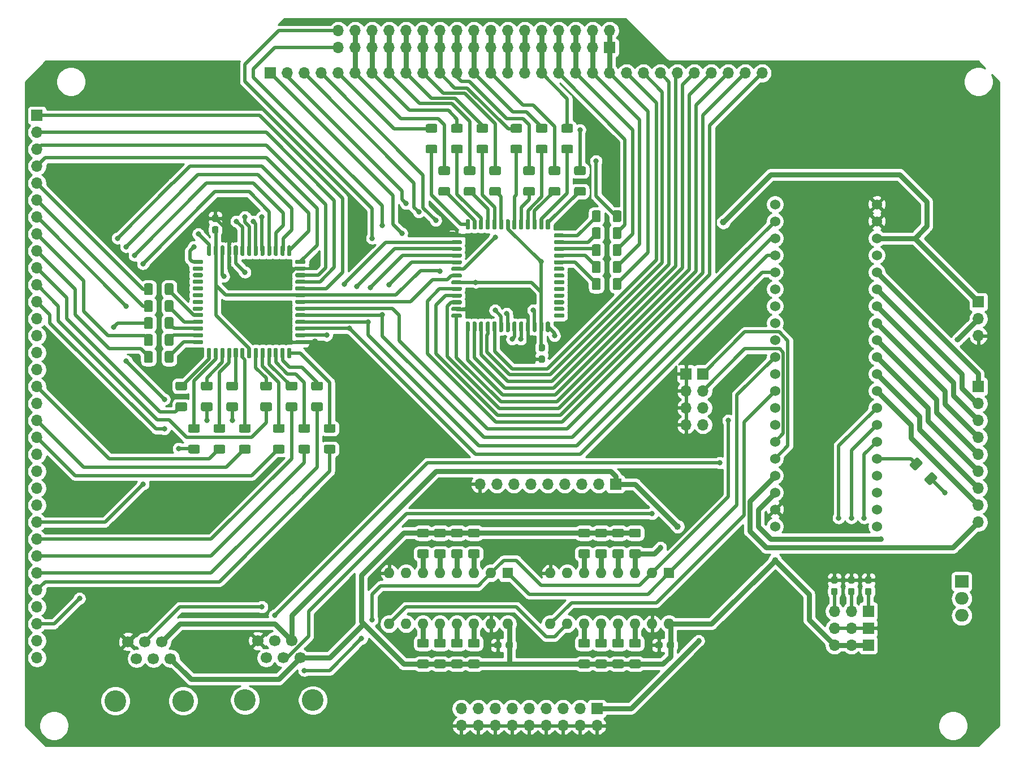
<source format=gbr>
%TF.GenerationSoftware,KiCad,Pcbnew,(5.1.10)-1*%
%TF.CreationDate,2021-06-21T01:13:09-04:00*%
%TF.ProjectId,backside,6261636b-7369-4646-952e-6b696361645f,rev?*%
%TF.SameCoordinates,Original*%
%TF.FileFunction,Copper,L1,Top*%
%TF.FilePolarity,Positive*%
%FSLAX46Y46*%
G04 Gerber Fmt 4.6, Leading zero omitted, Abs format (unit mm)*
G04 Created by KiCad (PCBNEW (5.1.10)-1) date 2021-06-21 01:13:09*
%MOMM*%
%LPD*%
G01*
G04 APERTURE LIST*
%TA.AperFunction,ComponentPad*%
%ADD10O,1.600000X1.600000*%
%TD*%
%TA.AperFunction,ComponentPad*%
%ADD11R,1.600000X1.600000*%
%TD*%
%TA.AperFunction,ComponentPad*%
%ADD12C,1.524000*%
%TD*%
%TA.AperFunction,ComponentPad*%
%ADD13C,3.250000*%
%TD*%
%TA.AperFunction,ComponentPad*%
%ADD14C,1.700000*%
%TD*%
%TA.AperFunction,ComponentPad*%
%ADD15O,1.700000X1.700000*%
%TD*%
%TA.AperFunction,ComponentPad*%
%ADD16R,1.700000X1.700000*%
%TD*%
%TA.AperFunction,ComponentPad*%
%ADD17O,2.000000X1.905000*%
%TD*%
%TA.AperFunction,ComponentPad*%
%ADD18R,2.000000X1.905000*%
%TD*%
%TA.AperFunction,ViaPad*%
%ADD19C,0.800000*%
%TD*%
%TA.AperFunction,ViaPad*%
%ADD20C,1.000000*%
%TD*%
%TA.AperFunction,Conductor*%
%ADD21C,0.508000*%
%TD*%
%TA.AperFunction,Conductor*%
%ADD22C,0.762000*%
%TD*%
%TA.AperFunction,Conductor*%
%ADD23C,0.254000*%
%TD*%
%TA.AperFunction,Conductor*%
%ADD24C,0.100000*%
%TD*%
G04 APERTURE END LIST*
%TO.P,C5,2*%
%TO.N,/GND*%
%TA.AperFunction,SMDPad,CuDef*%
G36*
G01*
X103742500Y-127310000D02*
X103267500Y-127310000D01*
G75*
G02*
X103030000Y-127072500I0J237500D01*
G01*
X103030000Y-126472500D01*
G75*
G02*
X103267500Y-126235000I237500J0D01*
G01*
X103742500Y-126235000D01*
G75*
G02*
X103980000Y-126472500I0J-237500D01*
G01*
X103980000Y-127072500D01*
G75*
G02*
X103742500Y-127310000I-237500J0D01*
G01*
G37*
%TD.AperFunction*%
%TO.P,C5,1*%
%TO.N,/Analog3*%
%TA.AperFunction,SMDPad,CuDef*%
G36*
G01*
X103742500Y-129035000D02*
X103267500Y-129035000D01*
G75*
G02*
X103030000Y-128797500I0J237500D01*
G01*
X103030000Y-128197500D01*
G75*
G02*
X103267500Y-127960000I237500J0D01*
G01*
X103742500Y-127960000D01*
G75*
G02*
X103980000Y-128197500I0J-237500D01*
G01*
X103980000Y-128797500D01*
G75*
G02*
X103742500Y-129035000I-237500J0D01*
G01*
G37*
%TD.AperFunction*%
%TD*%
%TO.P,C4,2*%
%TO.N,/GND*%
%TA.AperFunction,SMDPad,CuDef*%
G36*
G01*
X106282500Y-127310000D02*
X105807500Y-127310000D01*
G75*
G02*
X105570000Y-127072500I0J237500D01*
G01*
X105570000Y-126472500D01*
G75*
G02*
X105807500Y-126235000I237500J0D01*
G01*
X106282500Y-126235000D01*
G75*
G02*
X106520000Y-126472500I0J-237500D01*
G01*
X106520000Y-127072500D01*
G75*
G02*
X106282500Y-127310000I-237500J0D01*
G01*
G37*
%TD.AperFunction*%
%TO.P,C4,1*%
%TO.N,/Analog2*%
%TA.AperFunction,SMDPad,CuDef*%
G36*
G01*
X106282500Y-129035000D02*
X105807500Y-129035000D01*
G75*
G02*
X105570000Y-128797500I0J237500D01*
G01*
X105570000Y-128197500D01*
G75*
G02*
X105807500Y-127960000I237500J0D01*
G01*
X106282500Y-127960000D01*
G75*
G02*
X106520000Y-128197500I0J-237500D01*
G01*
X106520000Y-128797500D01*
G75*
G02*
X106282500Y-129035000I-237500J0D01*
G01*
G37*
%TD.AperFunction*%
%TD*%
%TO.P,C3,2*%
%TO.N,/GND*%
%TA.AperFunction,SMDPad,CuDef*%
G36*
G01*
X108822500Y-127310000D02*
X108347500Y-127310000D01*
G75*
G02*
X108110000Y-127072500I0J237500D01*
G01*
X108110000Y-126472500D01*
G75*
G02*
X108347500Y-126235000I237500J0D01*
G01*
X108822500Y-126235000D01*
G75*
G02*
X109060000Y-126472500I0J-237500D01*
G01*
X109060000Y-127072500D01*
G75*
G02*
X108822500Y-127310000I-237500J0D01*
G01*
G37*
%TD.AperFunction*%
%TO.P,C3,1*%
%TO.N,/Analog1*%
%TA.AperFunction,SMDPad,CuDef*%
G36*
G01*
X108822500Y-129035000D02*
X108347500Y-129035000D01*
G75*
G02*
X108110000Y-128797500I0J237500D01*
G01*
X108110000Y-128197500D01*
G75*
G02*
X108347500Y-127960000I237500J0D01*
G01*
X108822500Y-127960000D01*
G75*
G02*
X109060000Y-128197500I0J-237500D01*
G01*
X109060000Y-128797500D01*
G75*
G02*
X108822500Y-129035000I-237500J0D01*
G01*
G37*
%TD.AperFunction*%
%TD*%
D10*
%TO.P,U5,16*%
%TO.N,/3.3V*%
X78740000Y-133350000D03*
%TO.P,U5,8*%
%TO.N,/GND*%
X60960000Y-125730000D03*
%TO.P,U5,15*%
X76200000Y-133350000D03*
%TO.P,U5,7*%
%TO.N,Net-(U5-Pad7)*%
X63500000Y-125730000D03*
%TO.P,U5,14*%
%TO.N,/DIN2*%
X73660000Y-133350000D03*
%TO.P,U5,6*%
%TO.N,/SW22*%
X66040000Y-125730000D03*
%TO.P,U5,13*%
%TO.N,/DIN3*%
X71120000Y-133350000D03*
%TO.P,U5,5*%
%TO.N,/SW23*%
X68580000Y-125730000D03*
%TO.P,U5,12*%
%TO.N,/DIN4*%
X68580000Y-133350000D03*
%TO.P,U5,4*%
%TO.N,/SW24*%
X71120000Y-125730000D03*
%TO.P,U5,11*%
%TO.N,/DIN5*%
X66040000Y-133350000D03*
%TO.P,U5,3*%
%TO.N,/DIN1*%
X73660000Y-125730000D03*
%TO.P,U5,10*%
%TO.N,Net-(U4-Pad9)*%
X63500000Y-133350000D03*
%TO.P,U5,2*%
%TO.N,/SRCLK*%
X76200000Y-125730000D03*
%TO.P,U5,9*%
%TO.N,/SRMISO*%
X60960000Y-133350000D03*
D11*
%TO.P,U5,1*%
%TO.N,/SRCS*%
X78740000Y-125730000D03*
%TD*%
%TO.P,C6,2*%
%TO.N,/GND*%
%TA.AperFunction,SMDPad,CuDef*%
G36*
G01*
X77780000Y-136287500D02*
X77780000Y-136762500D01*
G75*
G02*
X77542500Y-137000000I-237500J0D01*
G01*
X76942500Y-137000000D01*
G75*
G02*
X76705000Y-136762500I0J237500D01*
G01*
X76705000Y-136287500D01*
G75*
G02*
X76942500Y-136050000I237500J0D01*
G01*
X77542500Y-136050000D01*
G75*
G02*
X77780000Y-136287500I0J-237500D01*
G01*
G37*
%TD.AperFunction*%
%TO.P,C6,1*%
%TO.N,/3.3V*%
%TA.AperFunction,SMDPad,CuDef*%
G36*
G01*
X79505000Y-136287500D02*
X79505000Y-136762500D01*
G75*
G02*
X79267500Y-137000000I-237500J0D01*
G01*
X78667500Y-137000000D01*
G75*
G02*
X78430000Y-136762500I0J237500D01*
G01*
X78430000Y-136287500D01*
G75*
G02*
X78667500Y-136050000I237500J0D01*
G01*
X79267500Y-136050000D01*
G75*
G02*
X79505000Y-136287500I0J-237500D01*
G01*
G37*
%TD.AperFunction*%
%TD*%
D12*
%TO.P,U3,18*%
%TO.N,/COL1*%
X109855000Y-88265000D03*
%TO.P,U3,17*%
%TO.N,/ROW0*%
X109855000Y-90805000D03*
%TO.P,U3,16*%
%TO.N,/ROW1*%
X109855000Y-93345000D03*
%TO.P,U3,15*%
%TO.N,/ROW2*%
X109855000Y-95885000D03*
%TO.P,U3,14*%
%TO.N,/ROW3*%
X109855000Y-98425000D03*
%TO.P,U3,13*%
%TO.N,/Analog3*%
X109855000Y-100965000D03*
%TO.P,U3,12*%
%TO.N,/Analog2*%
X109855000Y-103505000D03*
%TO.P,U3,11*%
%TO.N,/Analog1*%
X109855000Y-106045000D03*
%TO.P,U3,10*%
%TO.N,Net-(R36-Pad2)*%
X109855000Y-108585000D03*
%TO.P,U3,4*%
%TO.N,Net-(U3-Pad4)*%
X109855000Y-111125000D03*
%TO.P,U3,3*%
%TO.N,Net-(U3-Pad3)*%
X109855000Y-113665000D03*
%TO.P,U3,2*%
%TO.N,Net-(U3-Pad2)*%
X109855000Y-116205000D03*
%TO.P,U3,1*%
%TO.N,Net-(U3-Pad1)*%
X109855000Y-118745000D03*
%TO.P,U3,19*%
%TO.N,/COL2*%
X109855000Y-85725000D03*
%TO.P,U3,21*%
%TO.N,/COL3*%
X109855000Y-83185000D03*
%TO.P,U3,22*%
%TO.N,/COL4*%
X109855000Y-80645000D03*
%TO.P,U3,7*%
%TO.N,Net-(U3-Pad7)*%
X109855000Y-78105000D03*
%TO.P,U3,47*%
%TO.N,/3.3V*%
X109855000Y-75565000D03*
%TO.P,U3,48*%
%TO.N,/GND*%
X109855000Y-73025000D03*
%TO.P,U3,49*%
X109855000Y-70485000D03*
%TO.P,U3,52*%
%TO.N,/3.3V*%
X94615000Y-118745000D03*
%TO.P,U3,51*%
%TO.N,/GND*%
X94615000Y-116205000D03*
%TO.P,U3,50*%
%TO.N,/5V*%
X94615000Y-113665000D03*
%TO.P,U3,46*%
%TO.N,/ROW4*%
X94615000Y-111125000D03*
%TO.P,U3,45*%
%TO.N,/DigInt1*%
X94615000Y-108585000D03*
%TO.P,U3,43*%
%TO.N,/DigInt2*%
X94615000Y-106045000D03*
%TO.P,U3,42*%
%TO.N,/SRMISO2*%
X94615000Y-103505000D03*
%TO.P,U3,41*%
%TO.N,/SRCS2*%
X94615000Y-100965000D03*
%TO.P,U3,40*%
%TO.N,/SRMISO*%
X94615000Y-98425000D03*
%TO.P,U3,39*%
%TO.N,/SRCLK*%
X94615000Y-95885000D03*
%TO.P,U3,38*%
%TO.N,/SRCS*%
X94615000Y-93345000D03*
%TO.P,U3,33*%
%TO.N,Net-(U3-Pad33)*%
X94615000Y-90805000D03*
%TO.P,U3,32*%
%TO.N,Net-(U3-Pad32)*%
X94615000Y-88265000D03*
%TO.P,U3,31*%
%TO.N,/DigInt4*%
X94615000Y-85725000D03*
%TO.P,U3,30*%
%TO.N,/DigInt3*%
X94615000Y-83185000D03*
%TO.P,U3,29*%
%TO.N,/DATA*%
X94615000Y-80645000D03*
%TO.P,U3,28*%
%TO.N,/WR*%
X94615000Y-78105000D03*
%TO.P,U3,27*%
%TO.N,/RD*%
X94615000Y-75565000D03*
%TO.P,U3,26*%
%TO.N,/CS2*%
X94615000Y-73025000D03*
%TO.P,U3,25*%
%TO.N,/CS1*%
X94615000Y-70485000D03*
%TD*%
D10*
%TO.P,U4,16*%
%TO.N,/3.3V*%
X54610000Y-133350000D03*
%TO.P,U4,8*%
%TO.N,/GND*%
X36830000Y-125730000D03*
%TO.P,U4,15*%
X52070000Y-133350000D03*
%TO.P,U4,7*%
%TO.N,Net-(U4-Pad7)*%
X39370000Y-125730000D03*
%TO.P,U4,14*%
%TO.N,/DIN6*%
X49530000Y-133350000D03*
%TO.P,U4,6*%
%TO.N,/SW18*%
X41910000Y-125730000D03*
%TO.P,U4,13*%
%TO.N,/DIN7*%
X46990000Y-133350000D03*
%TO.P,U4,5*%
%TO.N,/SW19*%
X44450000Y-125730000D03*
%TO.P,U4,12*%
%TO.N,/DIN8*%
X44450000Y-133350000D03*
%TO.P,U4,4*%
%TO.N,/SW20*%
X46990000Y-125730000D03*
%TO.P,U4,11*%
%TO.N,/DIN9*%
X41910000Y-133350000D03*
%TO.P,U4,3*%
%TO.N,/SW21*%
X49530000Y-125730000D03*
%TO.P,U4,10*%
%TO.N,/DSIN*%
X39370000Y-133350000D03*
%TO.P,U4,2*%
%TO.N,/SRCLK*%
X52070000Y-125730000D03*
%TO.P,U4,9*%
%TO.N,Net-(U4-Pad9)*%
X36830000Y-133350000D03*
D11*
%TO.P,U4,1*%
%TO.N,/SRCS*%
X54610000Y-125730000D03*
%TD*%
%TO.P,R65,2*%
%TO.N,/3.3V*%
%TA.AperFunction,SMDPad,CuDef*%
G36*
G01*
X66665000Y-120385000D02*
X65415000Y-120385000D01*
G75*
G02*
X65165000Y-120135000I0J250000D01*
G01*
X65165000Y-119335000D01*
G75*
G02*
X65415000Y-119085000I250000J0D01*
G01*
X66665000Y-119085000D01*
G75*
G02*
X66915000Y-119335000I0J-250000D01*
G01*
X66915000Y-120135000D01*
G75*
G02*
X66665000Y-120385000I-250000J0D01*
G01*
G37*
%TD.AperFunction*%
%TO.P,R65,1*%
%TO.N,/SW22*%
%TA.AperFunction,SMDPad,CuDef*%
G36*
G01*
X66665000Y-123485000D02*
X65415000Y-123485000D01*
G75*
G02*
X65165000Y-123235000I0J250000D01*
G01*
X65165000Y-122435000D01*
G75*
G02*
X65415000Y-122185000I250000J0D01*
G01*
X66665000Y-122185000D01*
G75*
G02*
X66915000Y-122435000I0J-250000D01*
G01*
X66915000Y-123235000D01*
G75*
G02*
X66665000Y-123485000I-250000J0D01*
G01*
G37*
%TD.AperFunction*%
%TD*%
%TO.P,R64,2*%
%TO.N,/3.3V*%
%TA.AperFunction,SMDPad,CuDef*%
G36*
G01*
X69205000Y-120385000D02*
X67955000Y-120385000D01*
G75*
G02*
X67705000Y-120135000I0J250000D01*
G01*
X67705000Y-119335000D01*
G75*
G02*
X67955000Y-119085000I250000J0D01*
G01*
X69205000Y-119085000D01*
G75*
G02*
X69455000Y-119335000I0J-250000D01*
G01*
X69455000Y-120135000D01*
G75*
G02*
X69205000Y-120385000I-250000J0D01*
G01*
G37*
%TD.AperFunction*%
%TO.P,R64,1*%
%TO.N,/SW23*%
%TA.AperFunction,SMDPad,CuDef*%
G36*
G01*
X69205000Y-123485000D02*
X67955000Y-123485000D01*
G75*
G02*
X67705000Y-123235000I0J250000D01*
G01*
X67705000Y-122435000D01*
G75*
G02*
X67955000Y-122185000I250000J0D01*
G01*
X69205000Y-122185000D01*
G75*
G02*
X69455000Y-122435000I0J-250000D01*
G01*
X69455000Y-123235000D01*
G75*
G02*
X69205000Y-123485000I-250000J0D01*
G01*
G37*
%TD.AperFunction*%
%TD*%
%TO.P,R63,2*%
%TO.N,/3.3V*%
%TA.AperFunction,SMDPad,CuDef*%
G36*
G01*
X71745000Y-120385000D02*
X70495000Y-120385000D01*
G75*
G02*
X70245000Y-120135000I0J250000D01*
G01*
X70245000Y-119335000D01*
G75*
G02*
X70495000Y-119085000I250000J0D01*
G01*
X71745000Y-119085000D01*
G75*
G02*
X71995000Y-119335000I0J-250000D01*
G01*
X71995000Y-120135000D01*
G75*
G02*
X71745000Y-120385000I-250000J0D01*
G01*
G37*
%TD.AperFunction*%
%TO.P,R63,1*%
%TO.N,/SW24*%
%TA.AperFunction,SMDPad,CuDef*%
G36*
G01*
X71745000Y-123485000D02*
X70495000Y-123485000D01*
G75*
G02*
X70245000Y-123235000I0J250000D01*
G01*
X70245000Y-122435000D01*
G75*
G02*
X70495000Y-122185000I250000J0D01*
G01*
X71745000Y-122185000D01*
G75*
G02*
X71995000Y-122435000I0J-250000D01*
G01*
X71995000Y-123235000D01*
G75*
G02*
X71745000Y-123485000I-250000J0D01*
G01*
G37*
%TD.AperFunction*%
%TD*%
%TO.P,R62,2*%
%TO.N,/3.3V*%
%TA.AperFunction,SMDPad,CuDef*%
G36*
G01*
X74285000Y-120385000D02*
X73035000Y-120385000D01*
G75*
G02*
X72785000Y-120135000I0J250000D01*
G01*
X72785000Y-119335000D01*
G75*
G02*
X73035000Y-119085000I250000J0D01*
G01*
X74285000Y-119085000D01*
G75*
G02*
X74535000Y-119335000I0J-250000D01*
G01*
X74535000Y-120135000D01*
G75*
G02*
X74285000Y-120385000I-250000J0D01*
G01*
G37*
%TD.AperFunction*%
%TO.P,R62,1*%
%TO.N,/DIN1*%
%TA.AperFunction,SMDPad,CuDef*%
G36*
G01*
X74285000Y-123485000D02*
X73035000Y-123485000D01*
G75*
G02*
X72785000Y-123235000I0J250000D01*
G01*
X72785000Y-122435000D01*
G75*
G02*
X73035000Y-122185000I250000J0D01*
G01*
X74285000Y-122185000D01*
G75*
G02*
X74535000Y-122435000I0J-250000D01*
G01*
X74535000Y-123235000D01*
G75*
G02*
X74285000Y-123485000I-250000J0D01*
G01*
G37*
%TD.AperFunction*%
%TD*%
%TO.P,R61,2*%
%TO.N,/3.3V*%
%TA.AperFunction,SMDPad,CuDef*%
G36*
G01*
X73035000Y-138695000D02*
X74285000Y-138695000D01*
G75*
G02*
X74535000Y-138945000I0J-250000D01*
G01*
X74535000Y-139745000D01*
G75*
G02*
X74285000Y-139995000I-250000J0D01*
G01*
X73035000Y-139995000D01*
G75*
G02*
X72785000Y-139745000I0J250000D01*
G01*
X72785000Y-138945000D01*
G75*
G02*
X73035000Y-138695000I250000J0D01*
G01*
G37*
%TD.AperFunction*%
%TO.P,R61,1*%
%TO.N,/DIN2*%
%TA.AperFunction,SMDPad,CuDef*%
G36*
G01*
X73035000Y-135595000D02*
X74285000Y-135595000D01*
G75*
G02*
X74535000Y-135845000I0J-250000D01*
G01*
X74535000Y-136645000D01*
G75*
G02*
X74285000Y-136895000I-250000J0D01*
G01*
X73035000Y-136895000D01*
G75*
G02*
X72785000Y-136645000I0J250000D01*
G01*
X72785000Y-135845000D01*
G75*
G02*
X73035000Y-135595000I250000J0D01*
G01*
G37*
%TD.AperFunction*%
%TD*%
%TO.P,R60,2*%
%TO.N,/3.3V*%
%TA.AperFunction,SMDPad,CuDef*%
G36*
G01*
X70495000Y-138695000D02*
X71745000Y-138695000D01*
G75*
G02*
X71995000Y-138945000I0J-250000D01*
G01*
X71995000Y-139745000D01*
G75*
G02*
X71745000Y-139995000I-250000J0D01*
G01*
X70495000Y-139995000D01*
G75*
G02*
X70245000Y-139745000I0J250000D01*
G01*
X70245000Y-138945000D01*
G75*
G02*
X70495000Y-138695000I250000J0D01*
G01*
G37*
%TD.AperFunction*%
%TO.P,R60,1*%
%TO.N,/DIN3*%
%TA.AperFunction,SMDPad,CuDef*%
G36*
G01*
X70495000Y-135595000D02*
X71745000Y-135595000D01*
G75*
G02*
X71995000Y-135845000I0J-250000D01*
G01*
X71995000Y-136645000D01*
G75*
G02*
X71745000Y-136895000I-250000J0D01*
G01*
X70495000Y-136895000D01*
G75*
G02*
X70245000Y-136645000I0J250000D01*
G01*
X70245000Y-135845000D01*
G75*
G02*
X70495000Y-135595000I250000J0D01*
G01*
G37*
%TD.AperFunction*%
%TD*%
%TO.P,R59,2*%
%TO.N,/3.3V*%
%TA.AperFunction,SMDPad,CuDef*%
G36*
G01*
X67955000Y-138695000D02*
X69205000Y-138695000D01*
G75*
G02*
X69455000Y-138945000I0J-250000D01*
G01*
X69455000Y-139745000D01*
G75*
G02*
X69205000Y-139995000I-250000J0D01*
G01*
X67955000Y-139995000D01*
G75*
G02*
X67705000Y-139745000I0J250000D01*
G01*
X67705000Y-138945000D01*
G75*
G02*
X67955000Y-138695000I250000J0D01*
G01*
G37*
%TD.AperFunction*%
%TO.P,R59,1*%
%TO.N,/DIN4*%
%TA.AperFunction,SMDPad,CuDef*%
G36*
G01*
X67955000Y-135595000D02*
X69205000Y-135595000D01*
G75*
G02*
X69455000Y-135845000I0J-250000D01*
G01*
X69455000Y-136645000D01*
G75*
G02*
X69205000Y-136895000I-250000J0D01*
G01*
X67955000Y-136895000D01*
G75*
G02*
X67705000Y-136645000I0J250000D01*
G01*
X67705000Y-135845000D01*
G75*
G02*
X67955000Y-135595000I250000J0D01*
G01*
G37*
%TD.AperFunction*%
%TD*%
%TO.P,R58,2*%
%TO.N,/3.3V*%
%TA.AperFunction,SMDPad,CuDef*%
G36*
G01*
X65415000Y-138695000D02*
X66665000Y-138695000D01*
G75*
G02*
X66915000Y-138945000I0J-250000D01*
G01*
X66915000Y-139745000D01*
G75*
G02*
X66665000Y-139995000I-250000J0D01*
G01*
X65415000Y-139995000D01*
G75*
G02*
X65165000Y-139745000I0J250000D01*
G01*
X65165000Y-138945000D01*
G75*
G02*
X65415000Y-138695000I250000J0D01*
G01*
G37*
%TD.AperFunction*%
%TO.P,R58,1*%
%TO.N,/DIN5*%
%TA.AperFunction,SMDPad,CuDef*%
G36*
G01*
X65415000Y-135595000D02*
X66665000Y-135595000D01*
G75*
G02*
X66915000Y-135845000I0J-250000D01*
G01*
X66915000Y-136645000D01*
G75*
G02*
X66665000Y-136895000I-250000J0D01*
G01*
X65415000Y-136895000D01*
G75*
G02*
X65165000Y-136645000I0J250000D01*
G01*
X65165000Y-135845000D01*
G75*
G02*
X65415000Y-135595000I250000J0D01*
G01*
G37*
%TD.AperFunction*%
%TD*%
%TO.P,R57,2*%
%TO.N,/3.3V*%
%TA.AperFunction,SMDPad,CuDef*%
G36*
G01*
X42535000Y-120385000D02*
X41285000Y-120385000D01*
G75*
G02*
X41035000Y-120135000I0J250000D01*
G01*
X41035000Y-119335000D01*
G75*
G02*
X41285000Y-119085000I250000J0D01*
G01*
X42535000Y-119085000D01*
G75*
G02*
X42785000Y-119335000I0J-250000D01*
G01*
X42785000Y-120135000D01*
G75*
G02*
X42535000Y-120385000I-250000J0D01*
G01*
G37*
%TD.AperFunction*%
%TO.P,R57,1*%
%TO.N,/SW18*%
%TA.AperFunction,SMDPad,CuDef*%
G36*
G01*
X42535000Y-123485000D02*
X41285000Y-123485000D01*
G75*
G02*
X41035000Y-123235000I0J250000D01*
G01*
X41035000Y-122435000D01*
G75*
G02*
X41285000Y-122185000I250000J0D01*
G01*
X42535000Y-122185000D01*
G75*
G02*
X42785000Y-122435000I0J-250000D01*
G01*
X42785000Y-123235000D01*
G75*
G02*
X42535000Y-123485000I-250000J0D01*
G01*
G37*
%TD.AperFunction*%
%TD*%
%TO.P,R56,2*%
%TO.N,/3.3V*%
%TA.AperFunction,SMDPad,CuDef*%
G36*
G01*
X45075000Y-120385000D02*
X43825000Y-120385000D01*
G75*
G02*
X43575000Y-120135000I0J250000D01*
G01*
X43575000Y-119335000D01*
G75*
G02*
X43825000Y-119085000I250000J0D01*
G01*
X45075000Y-119085000D01*
G75*
G02*
X45325000Y-119335000I0J-250000D01*
G01*
X45325000Y-120135000D01*
G75*
G02*
X45075000Y-120385000I-250000J0D01*
G01*
G37*
%TD.AperFunction*%
%TO.P,R56,1*%
%TO.N,/SW19*%
%TA.AperFunction,SMDPad,CuDef*%
G36*
G01*
X45075000Y-123485000D02*
X43825000Y-123485000D01*
G75*
G02*
X43575000Y-123235000I0J250000D01*
G01*
X43575000Y-122435000D01*
G75*
G02*
X43825000Y-122185000I250000J0D01*
G01*
X45075000Y-122185000D01*
G75*
G02*
X45325000Y-122435000I0J-250000D01*
G01*
X45325000Y-123235000D01*
G75*
G02*
X45075000Y-123485000I-250000J0D01*
G01*
G37*
%TD.AperFunction*%
%TD*%
%TO.P,R55,2*%
%TO.N,/3.3V*%
%TA.AperFunction,SMDPad,CuDef*%
G36*
G01*
X47615000Y-120385000D02*
X46365000Y-120385000D01*
G75*
G02*
X46115000Y-120135000I0J250000D01*
G01*
X46115000Y-119335000D01*
G75*
G02*
X46365000Y-119085000I250000J0D01*
G01*
X47615000Y-119085000D01*
G75*
G02*
X47865000Y-119335000I0J-250000D01*
G01*
X47865000Y-120135000D01*
G75*
G02*
X47615000Y-120385000I-250000J0D01*
G01*
G37*
%TD.AperFunction*%
%TO.P,R55,1*%
%TO.N,/SW20*%
%TA.AperFunction,SMDPad,CuDef*%
G36*
G01*
X47615000Y-123485000D02*
X46365000Y-123485000D01*
G75*
G02*
X46115000Y-123235000I0J250000D01*
G01*
X46115000Y-122435000D01*
G75*
G02*
X46365000Y-122185000I250000J0D01*
G01*
X47615000Y-122185000D01*
G75*
G02*
X47865000Y-122435000I0J-250000D01*
G01*
X47865000Y-123235000D01*
G75*
G02*
X47615000Y-123485000I-250000J0D01*
G01*
G37*
%TD.AperFunction*%
%TD*%
%TO.P,R54,2*%
%TO.N,/3.3V*%
%TA.AperFunction,SMDPad,CuDef*%
G36*
G01*
X50155000Y-120385000D02*
X48905000Y-120385000D01*
G75*
G02*
X48655000Y-120135000I0J250000D01*
G01*
X48655000Y-119335000D01*
G75*
G02*
X48905000Y-119085000I250000J0D01*
G01*
X50155000Y-119085000D01*
G75*
G02*
X50405000Y-119335000I0J-250000D01*
G01*
X50405000Y-120135000D01*
G75*
G02*
X50155000Y-120385000I-250000J0D01*
G01*
G37*
%TD.AperFunction*%
%TO.P,R54,1*%
%TO.N,/SW21*%
%TA.AperFunction,SMDPad,CuDef*%
G36*
G01*
X50155000Y-123485000D02*
X48905000Y-123485000D01*
G75*
G02*
X48655000Y-123235000I0J250000D01*
G01*
X48655000Y-122435000D01*
G75*
G02*
X48905000Y-122185000I250000J0D01*
G01*
X50155000Y-122185000D01*
G75*
G02*
X50405000Y-122435000I0J-250000D01*
G01*
X50405000Y-123235000D01*
G75*
G02*
X50155000Y-123485000I-250000J0D01*
G01*
G37*
%TD.AperFunction*%
%TD*%
%TO.P,R53,2*%
%TO.N,/3.3V*%
%TA.AperFunction,SMDPad,CuDef*%
G36*
G01*
X48905000Y-138695000D02*
X50155000Y-138695000D01*
G75*
G02*
X50405000Y-138945000I0J-250000D01*
G01*
X50405000Y-139745000D01*
G75*
G02*
X50155000Y-139995000I-250000J0D01*
G01*
X48905000Y-139995000D01*
G75*
G02*
X48655000Y-139745000I0J250000D01*
G01*
X48655000Y-138945000D01*
G75*
G02*
X48905000Y-138695000I250000J0D01*
G01*
G37*
%TD.AperFunction*%
%TO.P,R53,1*%
%TO.N,/DIN6*%
%TA.AperFunction,SMDPad,CuDef*%
G36*
G01*
X48905000Y-135595000D02*
X50155000Y-135595000D01*
G75*
G02*
X50405000Y-135845000I0J-250000D01*
G01*
X50405000Y-136645000D01*
G75*
G02*
X50155000Y-136895000I-250000J0D01*
G01*
X48905000Y-136895000D01*
G75*
G02*
X48655000Y-136645000I0J250000D01*
G01*
X48655000Y-135845000D01*
G75*
G02*
X48905000Y-135595000I250000J0D01*
G01*
G37*
%TD.AperFunction*%
%TD*%
%TO.P,R52,2*%
%TO.N,/3.3V*%
%TA.AperFunction,SMDPad,CuDef*%
G36*
G01*
X46365000Y-138695000D02*
X47615000Y-138695000D01*
G75*
G02*
X47865000Y-138945000I0J-250000D01*
G01*
X47865000Y-139745000D01*
G75*
G02*
X47615000Y-139995000I-250000J0D01*
G01*
X46365000Y-139995000D01*
G75*
G02*
X46115000Y-139745000I0J250000D01*
G01*
X46115000Y-138945000D01*
G75*
G02*
X46365000Y-138695000I250000J0D01*
G01*
G37*
%TD.AperFunction*%
%TO.P,R52,1*%
%TO.N,/DIN7*%
%TA.AperFunction,SMDPad,CuDef*%
G36*
G01*
X46365000Y-135595000D02*
X47615000Y-135595000D01*
G75*
G02*
X47865000Y-135845000I0J-250000D01*
G01*
X47865000Y-136645000D01*
G75*
G02*
X47615000Y-136895000I-250000J0D01*
G01*
X46365000Y-136895000D01*
G75*
G02*
X46115000Y-136645000I0J250000D01*
G01*
X46115000Y-135845000D01*
G75*
G02*
X46365000Y-135595000I250000J0D01*
G01*
G37*
%TD.AperFunction*%
%TD*%
%TO.P,R51,2*%
%TO.N,/3.3V*%
%TA.AperFunction,SMDPad,CuDef*%
G36*
G01*
X43825000Y-138695000D02*
X45075000Y-138695000D01*
G75*
G02*
X45325000Y-138945000I0J-250000D01*
G01*
X45325000Y-139745000D01*
G75*
G02*
X45075000Y-139995000I-250000J0D01*
G01*
X43825000Y-139995000D01*
G75*
G02*
X43575000Y-139745000I0J250000D01*
G01*
X43575000Y-138945000D01*
G75*
G02*
X43825000Y-138695000I250000J0D01*
G01*
G37*
%TD.AperFunction*%
%TO.P,R51,1*%
%TO.N,/DIN8*%
%TA.AperFunction,SMDPad,CuDef*%
G36*
G01*
X43825000Y-135595000D02*
X45075000Y-135595000D01*
G75*
G02*
X45325000Y-135845000I0J-250000D01*
G01*
X45325000Y-136645000D01*
G75*
G02*
X45075000Y-136895000I-250000J0D01*
G01*
X43825000Y-136895000D01*
G75*
G02*
X43575000Y-136645000I0J250000D01*
G01*
X43575000Y-135845000D01*
G75*
G02*
X43825000Y-135595000I250000J0D01*
G01*
G37*
%TD.AperFunction*%
%TD*%
%TO.P,R50,2*%
%TO.N,/3.3V*%
%TA.AperFunction,SMDPad,CuDef*%
G36*
G01*
X41285000Y-138695000D02*
X42535000Y-138695000D01*
G75*
G02*
X42785000Y-138945000I0J-250000D01*
G01*
X42785000Y-139745000D01*
G75*
G02*
X42535000Y-139995000I-250000J0D01*
G01*
X41285000Y-139995000D01*
G75*
G02*
X41035000Y-139745000I0J250000D01*
G01*
X41035000Y-138945000D01*
G75*
G02*
X41285000Y-138695000I250000J0D01*
G01*
G37*
%TD.AperFunction*%
%TO.P,R50,1*%
%TO.N,/DIN9*%
%TA.AperFunction,SMDPad,CuDef*%
G36*
G01*
X41285000Y-135595000D02*
X42535000Y-135595000D01*
G75*
G02*
X42785000Y-135845000I0J-250000D01*
G01*
X42785000Y-136645000D01*
G75*
G02*
X42535000Y-136895000I-250000J0D01*
G01*
X41285000Y-136895000D01*
G75*
G02*
X41035000Y-136645000I0J250000D01*
G01*
X41035000Y-135845000D01*
G75*
G02*
X41285000Y-135595000I250000J0D01*
G01*
G37*
%TD.AperFunction*%
%TD*%
D13*
%TO.P,J20,*%
%TO.N,*%
X25405000Y-144780000D03*
X15245000Y-144780000D03*
D14*
%TO.P,J20,6*%
%TO.N,/3.3V*%
X23495000Y-138430000D03*
%TO.P,J20,5*%
%TO.N,/LEDPWM*%
X22225000Y-135890000D03*
%TO.P,J20,4*%
%TO.N,/SRCS2*%
X20955000Y-138430000D03*
%TO.P,J20,3*%
%TO.N,/SRMISO2*%
X19685000Y-135890000D03*
%TO.P,J20,2*%
%TO.N,/SRCLK*%
X18415000Y-138430000D03*
%TO.P,J20,1*%
%TO.N,/GND*%
X17145000Y-135890000D03*
%TD*%
D13*
%TO.P,J19,*%
%TO.N,*%
X5999999Y-144890000D03*
X-4160001Y-144890000D03*
D14*
%TO.P,J19,6*%
%TO.N,/3.3V*%
X4089999Y-138540000D03*
%TO.P,J19,5*%
%TO.N,/LEDPWM*%
X2819999Y-136000000D03*
%TO.P,J19,4*%
%TO.N,/SRCS*%
X1549999Y-138540000D03*
%TO.P,J19,3*%
%TO.N,/DSIN*%
X279999Y-136000000D03*
%TO.P,J19,2*%
%TO.N,/SRCLK*%
X-990001Y-138540000D03*
%TO.P,J19,1*%
%TO.N,/GND*%
X-2260001Y-136000000D03*
%TD*%
D15*
%TO.P,J17,4*%
%TO.N,/GND*%
X81280000Y-103505000D03*
%TO.P,J17,3*%
X81280000Y-100965000D03*
%TO.P,J17,2*%
X81280000Y-98425000D03*
D16*
%TO.P,J17,1*%
X81280000Y-95885000D03*
%TD*%
D15*
%TO.P,J16,3*%
%TO.N,/3.3V*%
X103505000Y-136525000D03*
%TO.P,J16,2*%
X106045000Y-136525000D03*
D16*
%TO.P,J16,1*%
X108585000Y-136525000D03*
%TD*%
D15*
%TO.P,J15,3*%
%TO.N,/GND*%
X103505000Y-133985000D03*
%TO.P,J15,2*%
X106045000Y-133985000D03*
D16*
%TO.P,J15,1*%
X108585000Y-133985000D03*
%TD*%
D15*
%TO.P,J14,3*%
%TO.N,/Analog3*%
X103505000Y-131445000D03*
%TO.P,J14,2*%
%TO.N,/Analog2*%
X106045000Y-131445000D03*
D16*
%TO.P,J14,1*%
%TO.N,/Analog1*%
X108585000Y-131445000D03*
%TD*%
D15*
%TO.P,J8,4*%
%TO.N,/DigInt4*%
X83820000Y-103505000D03*
%TO.P,J8,3*%
%TO.N,/DigInt3*%
X83820000Y-100965000D03*
%TO.P,J8,2*%
%TO.N,/DigInt2*%
X83820000Y-98425000D03*
D16*
%TO.P,J8,1*%
%TO.N,/DigInt1*%
X83820000Y-95885000D03*
%TD*%
D15*
%TO.P,J4,18*%
%TO.N,/GND*%
X47625000Y-148590000D03*
%TO.P,J4,17*%
%TO.N,/DIN9*%
X47625000Y-146050000D03*
%TO.P,J4,16*%
%TO.N,/GND*%
X50165000Y-148590000D03*
%TO.P,J4,15*%
%TO.N,/DIN8*%
X50165000Y-146050000D03*
%TO.P,J4,14*%
%TO.N,/GND*%
X52705000Y-148590000D03*
%TO.P,J4,13*%
%TO.N,/DIN7*%
X52705000Y-146050000D03*
%TO.P,J4,12*%
%TO.N,/GND*%
X55245000Y-148590000D03*
%TO.P,J4,11*%
%TO.N,/DIN6*%
X55245000Y-146050000D03*
%TO.P,J4,10*%
%TO.N,/GND*%
X57785000Y-148590000D03*
%TO.P,J4,9*%
%TO.N,/DIN5*%
X57785000Y-146050000D03*
%TO.P,J4,8*%
%TO.N,/GND*%
X60325000Y-148590000D03*
%TO.P,J4,7*%
%TO.N,/DIN4*%
X60325000Y-146050000D03*
%TO.P,J4,6*%
%TO.N,/GND*%
X62865000Y-148590000D03*
%TO.P,J4,5*%
%TO.N,/DIN3*%
X62865000Y-146050000D03*
%TO.P,J4,4*%
%TO.N,/GND*%
X65405000Y-148590000D03*
%TO.P,J4,3*%
%TO.N,/DIN2*%
X65405000Y-146050000D03*
%TO.P,J4,2*%
%TO.N,/GND*%
X67945000Y-148590000D03*
D16*
%TO.P,J4,1*%
%TO.N,/DIN1*%
X67945000Y-146050000D03*
%TD*%
%TO.P,C7,2*%
%TO.N,/GND*%
%TA.AperFunction,SMDPad,CuDef*%
G36*
G01*
X53650000Y-136287500D02*
X53650000Y-136762500D01*
G75*
G02*
X53412500Y-137000000I-237500J0D01*
G01*
X52812500Y-137000000D01*
G75*
G02*
X52575000Y-136762500I0J237500D01*
G01*
X52575000Y-136287500D01*
G75*
G02*
X52812500Y-136050000I237500J0D01*
G01*
X53412500Y-136050000D01*
G75*
G02*
X53650000Y-136287500I0J-237500D01*
G01*
G37*
%TD.AperFunction*%
%TO.P,C7,1*%
%TO.N,/3.3V*%
%TA.AperFunction,SMDPad,CuDef*%
G36*
G01*
X55375000Y-136287500D02*
X55375000Y-136762500D01*
G75*
G02*
X55137500Y-137000000I-237500J0D01*
G01*
X54537500Y-137000000D01*
G75*
G02*
X54300000Y-136762500I0J237500D01*
G01*
X54300000Y-136287500D01*
G75*
G02*
X54537500Y-136050000I237500J0D01*
G01*
X55137500Y-136050000D01*
G75*
G02*
X55375000Y-136287500I0J-237500D01*
G01*
G37*
%TD.AperFunction*%
%TD*%
D17*
%TO.P,Q1,3*%
%TO.N,/5V*%
X122555000Y-132080000D03*
%TO.P,Q1,2*%
%TO.N,/LEDPWM*%
X122555000Y-129540000D03*
D18*
%TO.P,Q1,1*%
%TO.N,Net-(Q1-Pad1)*%
X122555000Y-127000000D03*
%TD*%
%TO.P,R36,2*%
%TO.N,Net-(R36-Pad2)*%
%TA.AperFunction,SMDPad,CuDef*%
G36*
G01*
X116645545Y-109411662D02*
X115761662Y-110295545D01*
G75*
G02*
X115408108Y-110295545I-176777J176777D01*
G01*
X114842423Y-109729860D01*
G75*
G02*
X114842423Y-109376306I176777J176777D01*
G01*
X115726306Y-108492423D01*
G75*
G02*
X116079860Y-108492423I176777J-176777D01*
G01*
X116645545Y-109058108D01*
G75*
G02*
X116645545Y-109411662I-176777J-176777D01*
G01*
G37*
%TD.AperFunction*%
%TO.P,R36,1*%
%TO.N,Net-(Q1-Pad1)*%
%TA.AperFunction,SMDPad,CuDef*%
G36*
G01*
X118837577Y-111603694D02*
X117953694Y-112487577D01*
G75*
G02*
X117600140Y-112487577I-176777J176777D01*
G01*
X117034455Y-111921892D01*
G75*
G02*
X117034455Y-111568338I176777J176777D01*
G01*
X117918338Y-110684455D01*
G75*
G02*
X118271892Y-110684455I176777J-176777D01*
G01*
X118837577Y-111250140D01*
G75*
G02*
X118837577Y-111603694I-176777J-176777D01*
G01*
G37*
%TD.AperFunction*%
%TD*%
D15*
%TO.P,J18,34*%
%TO.N,/COM14-1*%
X29210000Y-44450000D03*
%TO.P,J18,33*%
%TO.N,/COM13-1*%
X29210000Y-46990000D03*
%TO.P,J18,32*%
%TO.N,/DP1*%
X31750000Y-44450000D03*
%TO.P,J18,31*%
X31750000Y-46990000D03*
%TO.P,J18,30*%
%TO.N,/Q1*%
X34290000Y-44450000D03*
%TO.P,J18,29*%
X34290000Y-46990000D03*
%TO.P,J18,28*%
%TO.N,/P1*%
X36830000Y-44450000D03*
%TO.P,J18,27*%
X36830000Y-46990000D03*
%TO.P,J18,26*%
%TO.N,/N1*%
X39370000Y-44450000D03*
%TO.P,J18,25*%
X39370000Y-46990000D03*
%TO.P,J18,24*%
%TO.N,/M1*%
X41910000Y-44450000D03*
%TO.P,J18,23*%
X41910000Y-46990000D03*
%TO.P,J18,22*%
%TO.N,/L1*%
X44450000Y-44450000D03*
%TO.P,J18,21*%
X44450000Y-46990000D03*
%TO.P,J18,20*%
%TO.N,/K1*%
X46990000Y-44450000D03*
%TO.P,J18,19*%
X46990000Y-46990000D03*
%TO.P,J18,18*%
%TO.N,/J1*%
X49530000Y-44450000D03*
%TO.P,J18,17*%
X49530000Y-46990000D03*
%TO.P,J18,16*%
%TO.N,/H1*%
X52070000Y-44450000D03*
%TO.P,J18,15*%
X52070000Y-46990000D03*
%TO.P,J18,14*%
%TO.N,/E1*%
X54610000Y-44450000D03*
%TO.P,J18,13*%
X54610000Y-46990000D03*
%TO.P,J18,12*%
%TO.N,/F1*%
X57150000Y-44450000D03*
%TO.P,J18,11*%
X57150000Y-46990000D03*
%TO.P,J18,10*%
%TO.N,/G1*%
X59690000Y-44450000D03*
%TO.P,J18,9*%
X59690000Y-46990000D03*
%TO.P,J18,8*%
%TO.N,/D1*%
X62230000Y-44450000D03*
%TO.P,J18,7*%
X62230000Y-46990000D03*
%TO.P,J18,6*%
%TO.N,/C1*%
X64770000Y-44450000D03*
%TO.P,J18,5*%
X64770000Y-46990000D03*
%TO.P,J18,4*%
%TO.N,/B1*%
X67310000Y-44450000D03*
%TO.P,J18,3*%
X67310000Y-46990000D03*
%TO.P,J18,2*%
%TO.N,/A1*%
X69850000Y-44450000D03*
D16*
%TO.P,J18,1*%
X69850000Y-46990000D03*
%TD*%
D15*
%TO.P,J9,30*%
%TO.N,/COM0-1*%
X92685000Y-50800000D03*
%TO.P,J9,29*%
%TO.N,/COM1-1*%
X90145000Y-50800000D03*
%TO.P,J9,28*%
%TO.N,/COM2-1*%
X87605000Y-50800000D03*
%TO.P,J9,27*%
%TO.N,/COM3-1*%
X85065000Y-50800000D03*
%TO.P,J9,26*%
%TO.N,/COM4-1*%
X82525000Y-50800000D03*
%TO.P,J9,25*%
%TO.N,/COM5-1*%
X79985000Y-50800000D03*
%TO.P,J9,24*%
%TO.N,/COM6-1*%
X77445000Y-50800000D03*
%TO.P,J9,23*%
%TO.N,/COM7-1*%
X74905000Y-50800000D03*
%TO.P,J9,22*%
%TO.N,/COM8-1*%
X72365000Y-50800000D03*
%TO.P,J9,21*%
%TO.N,/A1*%
X69825000Y-50800000D03*
%TO.P,J9,20*%
%TO.N,/B1*%
X67285000Y-50800000D03*
%TO.P,J9,19*%
%TO.N,/C1*%
X64745000Y-50800000D03*
%TO.P,J9,18*%
%TO.N,/D1*%
X62205000Y-50800000D03*
%TO.P,J9,17*%
%TO.N,/G1*%
X59665000Y-50800000D03*
%TO.P,J9,16*%
%TO.N,/F1*%
X57125000Y-50800000D03*
%TO.P,J9,15*%
%TO.N,/E1*%
X54585000Y-50800000D03*
%TO.P,J9,14*%
%TO.N,/H1*%
X52045000Y-50800000D03*
%TO.P,J9,13*%
%TO.N,/J1*%
X49505000Y-50800000D03*
%TO.P,J9,12*%
%TO.N,/K1*%
X46965000Y-50800000D03*
%TO.P,J9,11*%
%TO.N,/L1*%
X44425000Y-50800000D03*
%TO.P,J9,10*%
%TO.N,/M1*%
X41885000Y-50800000D03*
%TO.P,J9,9*%
%TO.N,/N1*%
X39345000Y-50800000D03*
%TO.P,J9,8*%
%TO.N,/P1*%
X36805000Y-50800000D03*
%TO.P,J9,7*%
%TO.N,/Q1*%
X34265000Y-50800000D03*
%TO.P,J9,6*%
%TO.N,/DP1*%
X31725000Y-50800000D03*
%TO.P,J9,5*%
%TO.N,/DOT1*%
X29185000Y-50800000D03*
%TO.P,J9,4*%
%TO.N,/COM9-1*%
X26645000Y-50800000D03*
%TO.P,J9,3*%
%TO.N,/COM10-1*%
X24105000Y-50800000D03*
%TO.P,J9,2*%
%TO.N,/COM11-1*%
X21565000Y-50800000D03*
D16*
%TO.P,J9,1*%
%TO.N,/COM12-1*%
X19025000Y-50800000D03*
%TD*%
%TO.P,U2,52*%
%TO.N,Net-(R30-Pad1)*%
%TA.AperFunction,SMDPad,CuDef*%
G36*
G01*
X8825000Y-91390000D02*
X7575000Y-91390000D01*
G75*
G02*
X7425000Y-91240000I0J150000D01*
G01*
X7425000Y-90940000D01*
G75*
G02*
X7575000Y-90790000I150000J0D01*
G01*
X8825000Y-90790000D01*
G75*
G02*
X8975000Y-90940000I0J-150000D01*
G01*
X8975000Y-91240000D01*
G75*
G02*
X8825000Y-91390000I-150000J0D01*
G01*
G37*
%TD.AperFunction*%
%TO.P,U2,51*%
%TO.N,Net-(R31-Pad1)*%
%TA.AperFunction,SMDPad,CuDef*%
G36*
G01*
X8825000Y-90390000D02*
X7575000Y-90390000D01*
G75*
G02*
X7425000Y-90240000I0J150000D01*
G01*
X7425000Y-89940000D01*
G75*
G02*
X7575000Y-89790000I150000J0D01*
G01*
X8825000Y-89790000D01*
G75*
G02*
X8975000Y-89940000I0J-150000D01*
G01*
X8975000Y-90240000D01*
G75*
G02*
X8825000Y-90390000I-150000J0D01*
G01*
G37*
%TD.AperFunction*%
%TO.P,U2,50*%
%TO.N,Net-(R32-Pad1)*%
%TA.AperFunction,SMDPad,CuDef*%
G36*
G01*
X8825000Y-89390000D02*
X7575000Y-89390000D01*
G75*
G02*
X7425000Y-89240000I0J150000D01*
G01*
X7425000Y-88940000D01*
G75*
G02*
X7575000Y-88790000I150000J0D01*
G01*
X8825000Y-88790000D01*
G75*
G02*
X8975000Y-88940000I0J-150000D01*
G01*
X8975000Y-89240000D01*
G75*
G02*
X8825000Y-89390000I-150000J0D01*
G01*
G37*
%TD.AperFunction*%
%TO.P,U2,49*%
%TO.N,Net-(R33-Pad1)*%
%TA.AperFunction,SMDPad,CuDef*%
G36*
G01*
X8825000Y-88390000D02*
X7575000Y-88390000D01*
G75*
G02*
X7425000Y-88240000I0J150000D01*
G01*
X7425000Y-87940000D01*
G75*
G02*
X7575000Y-87790000I150000J0D01*
G01*
X8825000Y-87790000D01*
G75*
G02*
X8975000Y-87940000I0J-150000D01*
G01*
X8975000Y-88240000D01*
G75*
G02*
X8825000Y-88390000I-150000J0D01*
G01*
G37*
%TD.AperFunction*%
%TO.P,U2,48*%
%TO.N,Net-(R34-Pad1)*%
%TA.AperFunction,SMDPad,CuDef*%
G36*
G01*
X8825000Y-87390000D02*
X7575000Y-87390000D01*
G75*
G02*
X7425000Y-87240000I0J150000D01*
G01*
X7425000Y-86940000D01*
G75*
G02*
X7575000Y-86790000I150000J0D01*
G01*
X8825000Y-86790000D01*
G75*
G02*
X8975000Y-86940000I0J-150000D01*
G01*
X8975000Y-87240000D01*
G75*
G02*
X8825000Y-87390000I-150000J0D01*
G01*
G37*
%TD.AperFunction*%
%TO.P,U2,47*%
%TO.N,Net-(U2-Pad47)*%
%TA.AperFunction,SMDPad,CuDef*%
G36*
G01*
X8825000Y-86390000D02*
X7575000Y-86390000D01*
G75*
G02*
X7425000Y-86240000I0J150000D01*
G01*
X7425000Y-85940000D01*
G75*
G02*
X7575000Y-85790000I150000J0D01*
G01*
X8825000Y-85790000D01*
G75*
G02*
X8975000Y-85940000I0J-150000D01*
G01*
X8975000Y-86240000D01*
G75*
G02*
X8825000Y-86390000I-150000J0D01*
G01*
G37*
%TD.AperFunction*%
%TO.P,U2,46*%
%TO.N,Net-(U2-Pad46)*%
%TA.AperFunction,SMDPad,CuDef*%
G36*
G01*
X8825000Y-85390000D02*
X7575000Y-85390000D01*
G75*
G02*
X7425000Y-85240000I0J150000D01*
G01*
X7425000Y-84940000D01*
G75*
G02*
X7575000Y-84790000I150000J0D01*
G01*
X8825000Y-84790000D01*
G75*
G02*
X8975000Y-84940000I0J-150000D01*
G01*
X8975000Y-85240000D01*
G75*
G02*
X8825000Y-85390000I-150000J0D01*
G01*
G37*
%TD.AperFunction*%
%TO.P,U2,45*%
%TO.N,Net-(U2-Pad45)*%
%TA.AperFunction,SMDPad,CuDef*%
G36*
G01*
X8825000Y-84390000D02*
X7575000Y-84390000D01*
G75*
G02*
X7425000Y-84240000I0J150000D01*
G01*
X7425000Y-83940000D01*
G75*
G02*
X7575000Y-83790000I150000J0D01*
G01*
X8825000Y-83790000D01*
G75*
G02*
X8975000Y-83940000I0J-150000D01*
G01*
X8975000Y-84240000D01*
G75*
G02*
X8825000Y-84390000I-150000J0D01*
G01*
G37*
%TD.AperFunction*%
%TO.P,U2,44*%
%TO.N,Net-(U2-Pad44)*%
%TA.AperFunction,SMDPad,CuDef*%
G36*
G01*
X8825000Y-83390000D02*
X7575000Y-83390000D01*
G75*
G02*
X7425000Y-83240000I0J150000D01*
G01*
X7425000Y-82940000D01*
G75*
G02*
X7575000Y-82790000I150000J0D01*
G01*
X8825000Y-82790000D01*
G75*
G02*
X8975000Y-82940000I0J-150000D01*
G01*
X8975000Y-83240000D01*
G75*
G02*
X8825000Y-83390000I-150000J0D01*
G01*
G37*
%TD.AperFunction*%
%TO.P,U2,43*%
%TO.N,Net-(U2-Pad43)*%
%TA.AperFunction,SMDPad,CuDef*%
G36*
G01*
X8825000Y-82390000D02*
X7575000Y-82390000D01*
G75*
G02*
X7425000Y-82240000I0J150000D01*
G01*
X7425000Y-81940000D01*
G75*
G02*
X7575000Y-81790000I150000J0D01*
G01*
X8825000Y-81790000D01*
G75*
G02*
X8975000Y-81940000I0J-150000D01*
G01*
X8975000Y-82240000D01*
G75*
G02*
X8825000Y-82390000I-150000J0D01*
G01*
G37*
%TD.AperFunction*%
%TO.P,U2,42*%
%TO.N,Net-(U2-Pad42)*%
%TA.AperFunction,SMDPad,CuDef*%
G36*
G01*
X8825000Y-81390000D02*
X7575000Y-81390000D01*
G75*
G02*
X7425000Y-81240000I0J150000D01*
G01*
X7425000Y-80940000D01*
G75*
G02*
X7575000Y-80790000I150000J0D01*
G01*
X8825000Y-80790000D01*
G75*
G02*
X8975000Y-80940000I0J-150000D01*
G01*
X8975000Y-81240000D01*
G75*
G02*
X8825000Y-81390000I-150000J0D01*
G01*
G37*
%TD.AperFunction*%
%TO.P,U2,41*%
%TO.N,Net-(U2-Pad41)*%
%TA.AperFunction,SMDPad,CuDef*%
G36*
G01*
X8825000Y-80390000D02*
X7575000Y-80390000D01*
G75*
G02*
X7425000Y-80240000I0J150000D01*
G01*
X7425000Y-79940000D01*
G75*
G02*
X7575000Y-79790000I150000J0D01*
G01*
X8825000Y-79790000D01*
G75*
G02*
X8975000Y-79940000I0J-150000D01*
G01*
X8975000Y-80240000D01*
G75*
G02*
X8825000Y-80390000I-150000J0D01*
G01*
G37*
%TD.AperFunction*%
%TO.P,U2,40*%
%TO.N,/COM15-2*%
%TA.AperFunction,SMDPad,CuDef*%
G36*
G01*
X8825000Y-79390000D02*
X7575000Y-79390000D01*
G75*
G02*
X7425000Y-79240000I0J150000D01*
G01*
X7425000Y-78940000D01*
G75*
G02*
X7575000Y-78790000I150000J0D01*
G01*
X8825000Y-78790000D01*
G75*
G02*
X8975000Y-78940000I0J-150000D01*
G01*
X8975000Y-79240000D01*
G75*
G02*
X8825000Y-79390000I-150000J0D01*
G01*
G37*
%TD.AperFunction*%
%TO.P,U2,39*%
%TO.N,/COM14-2*%
%TA.AperFunction,SMDPad,CuDef*%
G36*
G01*
X10025000Y-78190000D02*
X9725000Y-78190000D01*
G75*
G02*
X9575000Y-78040000I0J150000D01*
G01*
X9575000Y-76790000D01*
G75*
G02*
X9725000Y-76640000I150000J0D01*
G01*
X10025000Y-76640000D01*
G75*
G02*
X10175000Y-76790000I0J-150000D01*
G01*
X10175000Y-78040000D01*
G75*
G02*
X10025000Y-78190000I-150000J0D01*
G01*
G37*
%TD.AperFunction*%
%TO.P,U2,38*%
%TO.N,/3.3V*%
%TA.AperFunction,SMDPad,CuDef*%
G36*
G01*
X11025000Y-78190000D02*
X10725000Y-78190000D01*
G75*
G02*
X10575000Y-78040000I0J150000D01*
G01*
X10575000Y-76790000D01*
G75*
G02*
X10725000Y-76640000I150000J0D01*
G01*
X11025000Y-76640000D01*
G75*
G02*
X11175000Y-76790000I0J-150000D01*
G01*
X11175000Y-78040000D01*
G75*
G02*
X11025000Y-78190000I-150000J0D01*
G01*
G37*
%TD.AperFunction*%
%TO.P,U2,37*%
%TO.N,/COM13-2*%
%TA.AperFunction,SMDPad,CuDef*%
G36*
G01*
X12025000Y-78190000D02*
X11725000Y-78190000D01*
G75*
G02*
X11575000Y-78040000I0J150000D01*
G01*
X11575000Y-76790000D01*
G75*
G02*
X11725000Y-76640000I150000J0D01*
G01*
X12025000Y-76640000D01*
G75*
G02*
X12175000Y-76790000I0J-150000D01*
G01*
X12175000Y-78040000D01*
G75*
G02*
X12025000Y-78190000I-150000J0D01*
G01*
G37*
%TD.AperFunction*%
%TO.P,U2,36*%
%TO.N,/GND*%
%TA.AperFunction,SMDPad,CuDef*%
G36*
G01*
X13025000Y-78190000D02*
X12725000Y-78190000D01*
G75*
G02*
X12575000Y-78040000I0J150000D01*
G01*
X12575000Y-76790000D01*
G75*
G02*
X12725000Y-76640000I150000J0D01*
G01*
X13025000Y-76640000D01*
G75*
G02*
X13175000Y-76790000I0J-150000D01*
G01*
X13175000Y-78040000D01*
G75*
G02*
X13025000Y-78190000I-150000J0D01*
G01*
G37*
%TD.AperFunction*%
%TO.P,U2,35*%
%TO.N,/COM12-2*%
%TA.AperFunction,SMDPad,CuDef*%
G36*
G01*
X14025000Y-78190000D02*
X13725000Y-78190000D01*
G75*
G02*
X13575000Y-78040000I0J150000D01*
G01*
X13575000Y-76790000D01*
G75*
G02*
X13725000Y-76640000I150000J0D01*
G01*
X14025000Y-76640000D01*
G75*
G02*
X14175000Y-76790000I0J-150000D01*
G01*
X14175000Y-78040000D01*
G75*
G02*
X14025000Y-78190000I-150000J0D01*
G01*
G37*
%TD.AperFunction*%
%TO.P,U2,34*%
%TO.N,/COM11-2*%
%TA.AperFunction,SMDPad,CuDef*%
G36*
G01*
X15025000Y-78190000D02*
X14725000Y-78190000D01*
G75*
G02*
X14575000Y-78040000I0J150000D01*
G01*
X14575000Y-76790000D01*
G75*
G02*
X14725000Y-76640000I150000J0D01*
G01*
X15025000Y-76640000D01*
G75*
G02*
X15175000Y-76790000I0J-150000D01*
G01*
X15175000Y-78040000D01*
G75*
G02*
X15025000Y-78190000I-150000J0D01*
G01*
G37*
%TD.AperFunction*%
%TO.P,U2,33*%
%TO.N,/COM10-2*%
%TA.AperFunction,SMDPad,CuDef*%
G36*
G01*
X16025000Y-78190000D02*
X15725000Y-78190000D01*
G75*
G02*
X15575000Y-78040000I0J150000D01*
G01*
X15575000Y-76790000D01*
G75*
G02*
X15725000Y-76640000I150000J0D01*
G01*
X16025000Y-76640000D01*
G75*
G02*
X16175000Y-76790000I0J-150000D01*
G01*
X16175000Y-78040000D01*
G75*
G02*
X16025000Y-78190000I-150000J0D01*
G01*
G37*
%TD.AperFunction*%
%TO.P,U2,32*%
%TO.N,/COM9-2*%
%TA.AperFunction,SMDPad,CuDef*%
G36*
G01*
X17025000Y-78190000D02*
X16725000Y-78190000D01*
G75*
G02*
X16575000Y-78040000I0J150000D01*
G01*
X16575000Y-76790000D01*
G75*
G02*
X16725000Y-76640000I150000J0D01*
G01*
X17025000Y-76640000D01*
G75*
G02*
X17175000Y-76790000I0J-150000D01*
G01*
X17175000Y-78040000D01*
G75*
G02*
X17025000Y-78190000I-150000J0D01*
G01*
G37*
%TD.AperFunction*%
%TO.P,U2,31*%
%TO.N,/COM8-2*%
%TA.AperFunction,SMDPad,CuDef*%
G36*
G01*
X18025000Y-78190000D02*
X17725000Y-78190000D01*
G75*
G02*
X17575000Y-78040000I0J150000D01*
G01*
X17575000Y-76790000D01*
G75*
G02*
X17725000Y-76640000I150000J0D01*
G01*
X18025000Y-76640000D01*
G75*
G02*
X18175000Y-76790000I0J-150000D01*
G01*
X18175000Y-78040000D01*
G75*
G02*
X18025000Y-78190000I-150000J0D01*
G01*
G37*
%TD.AperFunction*%
%TO.P,U2,30*%
%TO.N,/COM7-2*%
%TA.AperFunction,SMDPad,CuDef*%
G36*
G01*
X19025000Y-78190000D02*
X18725000Y-78190000D01*
G75*
G02*
X18575000Y-78040000I0J150000D01*
G01*
X18575000Y-76790000D01*
G75*
G02*
X18725000Y-76640000I150000J0D01*
G01*
X19025000Y-76640000D01*
G75*
G02*
X19175000Y-76790000I0J-150000D01*
G01*
X19175000Y-78040000D01*
G75*
G02*
X19025000Y-78190000I-150000J0D01*
G01*
G37*
%TD.AperFunction*%
%TO.P,U2,29*%
%TO.N,/COM6-2*%
%TA.AperFunction,SMDPad,CuDef*%
G36*
G01*
X20025000Y-78190000D02*
X19725000Y-78190000D01*
G75*
G02*
X19575000Y-78040000I0J150000D01*
G01*
X19575000Y-76790000D01*
G75*
G02*
X19725000Y-76640000I150000J0D01*
G01*
X20025000Y-76640000D01*
G75*
G02*
X20175000Y-76790000I0J-150000D01*
G01*
X20175000Y-78040000D01*
G75*
G02*
X20025000Y-78190000I-150000J0D01*
G01*
G37*
%TD.AperFunction*%
%TO.P,U2,28*%
%TO.N,/COM5-2*%
%TA.AperFunction,SMDPad,CuDef*%
G36*
G01*
X21025000Y-78190000D02*
X20725000Y-78190000D01*
G75*
G02*
X20575000Y-78040000I0J150000D01*
G01*
X20575000Y-76790000D01*
G75*
G02*
X20725000Y-76640000I150000J0D01*
G01*
X21025000Y-76640000D01*
G75*
G02*
X21175000Y-76790000I0J-150000D01*
G01*
X21175000Y-78040000D01*
G75*
G02*
X21025000Y-78190000I-150000J0D01*
G01*
G37*
%TD.AperFunction*%
%TO.P,U2,27*%
%TO.N,/COM4-2*%
%TA.AperFunction,SMDPad,CuDef*%
G36*
G01*
X22025000Y-78190000D02*
X21725000Y-78190000D01*
G75*
G02*
X21575000Y-78040000I0J150000D01*
G01*
X21575000Y-76790000D01*
G75*
G02*
X21725000Y-76640000I150000J0D01*
G01*
X22025000Y-76640000D01*
G75*
G02*
X22175000Y-76790000I0J-150000D01*
G01*
X22175000Y-78040000D01*
G75*
G02*
X22025000Y-78190000I-150000J0D01*
G01*
G37*
%TD.AperFunction*%
%TO.P,U2,26*%
%TO.N,/COM3-2*%
%TA.AperFunction,SMDPad,CuDef*%
G36*
G01*
X24175000Y-79390000D02*
X22925000Y-79390000D01*
G75*
G02*
X22775000Y-79240000I0J150000D01*
G01*
X22775000Y-78940000D01*
G75*
G02*
X22925000Y-78790000I150000J0D01*
G01*
X24175000Y-78790000D01*
G75*
G02*
X24325000Y-78940000I0J-150000D01*
G01*
X24325000Y-79240000D01*
G75*
G02*
X24175000Y-79390000I-150000J0D01*
G01*
G37*
%TD.AperFunction*%
%TO.P,U2,25*%
%TO.N,/GND*%
%TA.AperFunction,SMDPad,CuDef*%
G36*
G01*
X24175000Y-80390000D02*
X22925000Y-80390000D01*
G75*
G02*
X22775000Y-80240000I0J150000D01*
G01*
X22775000Y-79940000D01*
G75*
G02*
X22925000Y-79790000I150000J0D01*
G01*
X24175000Y-79790000D01*
G75*
G02*
X24325000Y-79940000I0J-150000D01*
G01*
X24325000Y-80240000D01*
G75*
G02*
X24175000Y-80390000I-150000J0D01*
G01*
G37*
%TD.AperFunction*%
%TO.P,U2,24*%
%TO.N,/COM2-2*%
%TA.AperFunction,SMDPad,CuDef*%
G36*
G01*
X24175000Y-81390000D02*
X22925000Y-81390000D01*
G75*
G02*
X22775000Y-81240000I0J150000D01*
G01*
X22775000Y-80940000D01*
G75*
G02*
X22925000Y-80790000I150000J0D01*
G01*
X24175000Y-80790000D01*
G75*
G02*
X24325000Y-80940000I0J-150000D01*
G01*
X24325000Y-81240000D01*
G75*
G02*
X24175000Y-81390000I-150000J0D01*
G01*
G37*
%TD.AperFunction*%
%TO.P,U2,23*%
%TO.N,/COM1-2*%
%TA.AperFunction,SMDPad,CuDef*%
G36*
G01*
X24175000Y-82390000D02*
X22925000Y-82390000D01*
G75*
G02*
X22775000Y-82240000I0J150000D01*
G01*
X22775000Y-81940000D01*
G75*
G02*
X22925000Y-81790000I150000J0D01*
G01*
X24175000Y-81790000D01*
G75*
G02*
X24325000Y-81940000I0J-150000D01*
G01*
X24325000Y-82240000D01*
G75*
G02*
X24175000Y-82390000I-150000J0D01*
G01*
G37*
%TD.AperFunction*%
%TO.P,U2,22*%
%TO.N,/COM0-2*%
%TA.AperFunction,SMDPad,CuDef*%
G36*
G01*
X24175000Y-83390000D02*
X22925000Y-83390000D01*
G75*
G02*
X22775000Y-83240000I0J150000D01*
G01*
X22775000Y-82940000D01*
G75*
G02*
X22925000Y-82790000I150000J0D01*
G01*
X24175000Y-82790000D01*
G75*
G02*
X24325000Y-82940000I0J-150000D01*
G01*
X24325000Y-83240000D01*
G75*
G02*
X24175000Y-83390000I-150000J0D01*
G01*
G37*
%TD.AperFunction*%
%TO.P,U2,21*%
%TO.N,/3.3V*%
%TA.AperFunction,SMDPad,CuDef*%
G36*
G01*
X24175000Y-84390000D02*
X22925000Y-84390000D01*
G75*
G02*
X22775000Y-84240000I0J150000D01*
G01*
X22775000Y-83940000D01*
G75*
G02*
X22925000Y-83790000I150000J0D01*
G01*
X24175000Y-83790000D01*
G75*
G02*
X24325000Y-83940000I0J-150000D01*
G01*
X24325000Y-84240000D01*
G75*
G02*
X24175000Y-84390000I-150000J0D01*
G01*
G37*
%TD.AperFunction*%
%TO.P,U2,20*%
%TO.N,/SYNC*%
%TA.AperFunction,SMDPad,CuDef*%
G36*
G01*
X24175000Y-85390000D02*
X22925000Y-85390000D01*
G75*
G02*
X22775000Y-85240000I0J150000D01*
G01*
X22775000Y-84940000D01*
G75*
G02*
X22925000Y-84790000I150000J0D01*
G01*
X24175000Y-84790000D01*
G75*
G02*
X24325000Y-84940000I0J-150000D01*
G01*
X24325000Y-85240000D01*
G75*
G02*
X24175000Y-85390000I-150000J0D01*
G01*
G37*
%TD.AperFunction*%
%TO.P,U2,19*%
%TO.N,/CS2*%
%TA.AperFunction,SMDPad,CuDef*%
G36*
G01*
X24175000Y-86390000D02*
X22925000Y-86390000D01*
G75*
G02*
X22775000Y-86240000I0J150000D01*
G01*
X22775000Y-85940000D01*
G75*
G02*
X22925000Y-85790000I150000J0D01*
G01*
X24175000Y-85790000D01*
G75*
G02*
X24325000Y-85940000I0J-150000D01*
G01*
X24325000Y-86240000D01*
G75*
G02*
X24175000Y-86390000I-150000J0D01*
G01*
G37*
%TD.AperFunction*%
%TO.P,U2,18*%
%TO.N,/RD*%
%TA.AperFunction,SMDPad,CuDef*%
G36*
G01*
X24175000Y-87390000D02*
X22925000Y-87390000D01*
G75*
G02*
X22775000Y-87240000I0J150000D01*
G01*
X22775000Y-86940000D01*
G75*
G02*
X22925000Y-86790000I150000J0D01*
G01*
X24175000Y-86790000D01*
G75*
G02*
X24325000Y-86940000I0J-150000D01*
G01*
X24325000Y-87240000D01*
G75*
G02*
X24175000Y-87390000I-150000J0D01*
G01*
G37*
%TD.AperFunction*%
%TO.P,U2,17*%
%TO.N,/WR*%
%TA.AperFunction,SMDPad,CuDef*%
G36*
G01*
X24175000Y-88390000D02*
X22925000Y-88390000D01*
G75*
G02*
X22775000Y-88240000I0J150000D01*
G01*
X22775000Y-87940000D01*
G75*
G02*
X22925000Y-87790000I150000J0D01*
G01*
X24175000Y-87790000D01*
G75*
G02*
X24325000Y-87940000I0J-150000D01*
G01*
X24325000Y-88240000D01*
G75*
G02*
X24175000Y-88390000I-150000J0D01*
G01*
G37*
%TD.AperFunction*%
%TO.P,U2,16*%
%TO.N,/DATA*%
%TA.AperFunction,SMDPad,CuDef*%
G36*
G01*
X24175000Y-89390000D02*
X22925000Y-89390000D01*
G75*
G02*
X22775000Y-89240000I0J150000D01*
G01*
X22775000Y-88940000D01*
G75*
G02*
X22925000Y-88790000I150000J0D01*
G01*
X24175000Y-88790000D01*
G75*
G02*
X24325000Y-88940000I0J-150000D01*
G01*
X24325000Y-89240000D01*
G75*
G02*
X24175000Y-89390000I-150000J0D01*
G01*
G37*
%TD.AperFunction*%
%TO.P,U2,15*%
%TO.N,/OSC*%
%TA.AperFunction,SMDPad,CuDef*%
G36*
G01*
X24175000Y-90390000D02*
X22925000Y-90390000D01*
G75*
G02*
X22775000Y-90240000I0J150000D01*
G01*
X22775000Y-89940000D01*
G75*
G02*
X22925000Y-89790000I150000J0D01*
G01*
X24175000Y-89790000D01*
G75*
G02*
X24325000Y-89940000I0J-150000D01*
G01*
X24325000Y-90240000D01*
G75*
G02*
X24175000Y-90390000I-150000J0D01*
G01*
G37*
%TD.AperFunction*%
%TO.P,U2,14*%
%TO.N,/GND*%
%TA.AperFunction,SMDPad,CuDef*%
G36*
G01*
X24175000Y-91390000D02*
X22925000Y-91390000D01*
G75*
G02*
X22775000Y-91240000I0J150000D01*
G01*
X22775000Y-90940000D01*
G75*
G02*
X22925000Y-90790000I150000J0D01*
G01*
X24175000Y-90790000D01*
G75*
G02*
X24325000Y-90940000I0J-150000D01*
G01*
X24325000Y-91240000D01*
G75*
G02*
X24175000Y-91390000I-150000J0D01*
G01*
G37*
%TD.AperFunction*%
%TO.P,U2,13*%
%TO.N,Net-(R18-Pad1)*%
%TA.AperFunction,SMDPad,CuDef*%
G36*
G01*
X22025000Y-93540000D02*
X21725000Y-93540000D01*
G75*
G02*
X21575000Y-93390000I0J150000D01*
G01*
X21575000Y-92140000D01*
G75*
G02*
X21725000Y-91990000I150000J0D01*
G01*
X22025000Y-91990000D01*
G75*
G02*
X22175000Y-92140000I0J-150000D01*
G01*
X22175000Y-93390000D01*
G75*
G02*
X22025000Y-93540000I-150000J0D01*
G01*
G37*
%TD.AperFunction*%
%TO.P,U2,12*%
%TO.N,Net-(R19-Pad1)*%
%TA.AperFunction,SMDPad,CuDef*%
G36*
G01*
X21025000Y-93540000D02*
X20725000Y-93540000D01*
G75*
G02*
X20575000Y-93390000I0J150000D01*
G01*
X20575000Y-92140000D01*
G75*
G02*
X20725000Y-91990000I150000J0D01*
G01*
X21025000Y-91990000D01*
G75*
G02*
X21175000Y-92140000I0J-150000D01*
G01*
X21175000Y-93390000D01*
G75*
G02*
X21025000Y-93540000I-150000J0D01*
G01*
G37*
%TD.AperFunction*%
%TO.P,U2,11*%
%TO.N,Net-(R20-Pad1)*%
%TA.AperFunction,SMDPad,CuDef*%
G36*
G01*
X20025000Y-93540000D02*
X19725000Y-93540000D01*
G75*
G02*
X19575000Y-93390000I0J150000D01*
G01*
X19575000Y-92140000D01*
G75*
G02*
X19725000Y-91990000I150000J0D01*
G01*
X20025000Y-91990000D01*
G75*
G02*
X20175000Y-92140000I0J-150000D01*
G01*
X20175000Y-93390000D01*
G75*
G02*
X20025000Y-93540000I-150000J0D01*
G01*
G37*
%TD.AperFunction*%
%TO.P,U2,10*%
%TO.N,Net-(R21-Pad1)*%
%TA.AperFunction,SMDPad,CuDef*%
G36*
G01*
X19025000Y-93540000D02*
X18725000Y-93540000D01*
G75*
G02*
X18575000Y-93390000I0J150000D01*
G01*
X18575000Y-92140000D01*
G75*
G02*
X18725000Y-91990000I150000J0D01*
G01*
X19025000Y-91990000D01*
G75*
G02*
X19175000Y-92140000I0J-150000D01*
G01*
X19175000Y-93390000D01*
G75*
G02*
X19025000Y-93540000I-150000J0D01*
G01*
G37*
%TD.AperFunction*%
%TO.P,U2,9*%
%TO.N,Net-(R22-Pad1)*%
%TA.AperFunction,SMDPad,CuDef*%
G36*
G01*
X18025000Y-93540000D02*
X17725000Y-93540000D01*
G75*
G02*
X17575000Y-93390000I0J150000D01*
G01*
X17575000Y-92140000D01*
G75*
G02*
X17725000Y-91990000I150000J0D01*
G01*
X18025000Y-91990000D01*
G75*
G02*
X18175000Y-92140000I0J-150000D01*
G01*
X18175000Y-93390000D01*
G75*
G02*
X18025000Y-93540000I-150000J0D01*
G01*
G37*
%TD.AperFunction*%
%TO.P,U2,8*%
%TO.N,Net-(R23-Pad1)*%
%TA.AperFunction,SMDPad,CuDef*%
G36*
G01*
X17025000Y-93540000D02*
X16725000Y-93540000D01*
G75*
G02*
X16575000Y-93390000I0J150000D01*
G01*
X16575000Y-92140000D01*
G75*
G02*
X16725000Y-91990000I150000J0D01*
G01*
X17025000Y-91990000D01*
G75*
G02*
X17175000Y-92140000I0J-150000D01*
G01*
X17175000Y-93390000D01*
G75*
G02*
X17025000Y-93540000I-150000J0D01*
G01*
G37*
%TD.AperFunction*%
%TO.P,U2,7*%
%TO.N,/3.3V*%
%TA.AperFunction,SMDPad,CuDef*%
G36*
G01*
X16025000Y-93540000D02*
X15725000Y-93540000D01*
G75*
G02*
X15575000Y-93390000I0J150000D01*
G01*
X15575000Y-92140000D01*
G75*
G02*
X15725000Y-91990000I150000J0D01*
G01*
X16025000Y-91990000D01*
G75*
G02*
X16175000Y-92140000I0J-150000D01*
G01*
X16175000Y-93390000D01*
G75*
G02*
X16025000Y-93540000I-150000J0D01*
G01*
G37*
%TD.AperFunction*%
%TO.P,U2,6*%
%TO.N,Net-(R24-Pad1)*%
%TA.AperFunction,SMDPad,CuDef*%
G36*
G01*
X15025000Y-93540000D02*
X14725000Y-93540000D01*
G75*
G02*
X14575000Y-93390000I0J150000D01*
G01*
X14575000Y-92140000D01*
G75*
G02*
X14725000Y-91990000I150000J0D01*
G01*
X15025000Y-91990000D01*
G75*
G02*
X15175000Y-92140000I0J-150000D01*
G01*
X15175000Y-93390000D01*
G75*
G02*
X15025000Y-93540000I-150000J0D01*
G01*
G37*
%TD.AperFunction*%
%TO.P,U2,5*%
%TO.N,Net-(R25-Pad1)*%
%TA.AperFunction,SMDPad,CuDef*%
G36*
G01*
X14025000Y-93540000D02*
X13725000Y-93540000D01*
G75*
G02*
X13575000Y-93390000I0J150000D01*
G01*
X13575000Y-92140000D01*
G75*
G02*
X13725000Y-91990000I150000J0D01*
G01*
X14025000Y-91990000D01*
G75*
G02*
X14175000Y-92140000I0J-150000D01*
G01*
X14175000Y-93390000D01*
G75*
G02*
X14025000Y-93540000I-150000J0D01*
G01*
G37*
%TD.AperFunction*%
%TO.P,U2,4*%
%TO.N,Net-(R26-Pad1)*%
%TA.AperFunction,SMDPad,CuDef*%
G36*
G01*
X13025000Y-93540000D02*
X12725000Y-93540000D01*
G75*
G02*
X12575000Y-93390000I0J150000D01*
G01*
X12575000Y-92140000D01*
G75*
G02*
X12725000Y-91990000I150000J0D01*
G01*
X13025000Y-91990000D01*
G75*
G02*
X13175000Y-92140000I0J-150000D01*
G01*
X13175000Y-93390000D01*
G75*
G02*
X13025000Y-93540000I-150000J0D01*
G01*
G37*
%TD.AperFunction*%
%TO.P,U2,3*%
%TO.N,Net-(R27-Pad1)*%
%TA.AperFunction,SMDPad,CuDef*%
G36*
G01*
X12025000Y-93540000D02*
X11725000Y-93540000D01*
G75*
G02*
X11575000Y-93390000I0J150000D01*
G01*
X11575000Y-92140000D01*
G75*
G02*
X11725000Y-91990000I150000J0D01*
G01*
X12025000Y-91990000D01*
G75*
G02*
X12175000Y-92140000I0J-150000D01*
G01*
X12175000Y-93390000D01*
G75*
G02*
X12025000Y-93540000I-150000J0D01*
G01*
G37*
%TD.AperFunction*%
%TO.P,U2,2*%
%TO.N,Net-(R28-Pad1)*%
%TA.AperFunction,SMDPad,CuDef*%
G36*
G01*
X11025000Y-93540000D02*
X10725000Y-93540000D01*
G75*
G02*
X10575000Y-93390000I0J150000D01*
G01*
X10575000Y-92140000D01*
G75*
G02*
X10725000Y-91990000I150000J0D01*
G01*
X11025000Y-91990000D01*
G75*
G02*
X11175000Y-92140000I0J-150000D01*
G01*
X11175000Y-93390000D01*
G75*
G02*
X11025000Y-93540000I-150000J0D01*
G01*
G37*
%TD.AperFunction*%
%TO.P,U2,1*%
%TO.N,Net-(R29-Pad1)*%
%TA.AperFunction,SMDPad,CuDef*%
G36*
G01*
X10025000Y-93540000D02*
X9725000Y-93540000D01*
G75*
G02*
X9575000Y-93390000I0J150000D01*
G01*
X9575000Y-92140000D01*
G75*
G02*
X9725000Y-91990000I150000J0D01*
G01*
X10025000Y-91990000D01*
G75*
G02*
X10175000Y-92140000I0J-150000D01*
G01*
X10175000Y-93390000D01*
G75*
G02*
X10025000Y-93540000I-150000J0D01*
G01*
G37*
%TD.AperFunction*%
%TD*%
%TO.P,U1,52*%
%TO.N,Net-(R13-Pad1)*%
%TA.AperFunction,SMDPad,CuDef*%
G36*
G01*
X61660000Y-74853000D02*
X62910000Y-74853000D01*
G75*
G02*
X63060000Y-75003000I0J-150000D01*
G01*
X63060000Y-75303000D01*
G75*
G02*
X62910000Y-75453000I-150000J0D01*
G01*
X61660000Y-75453000D01*
G75*
G02*
X61510000Y-75303000I0J150000D01*
G01*
X61510000Y-75003000D01*
G75*
G02*
X61660000Y-74853000I150000J0D01*
G01*
G37*
%TD.AperFunction*%
%TO.P,U1,51*%
%TO.N,Net-(R14-Pad1)*%
%TA.AperFunction,SMDPad,CuDef*%
G36*
G01*
X61660000Y-75853000D02*
X62910000Y-75853000D01*
G75*
G02*
X63060000Y-76003000I0J-150000D01*
G01*
X63060000Y-76303000D01*
G75*
G02*
X62910000Y-76453000I-150000J0D01*
G01*
X61660000Y-76453000D01*
G75*
G02*
X61510000Y-76303000I0J150000D01*
G01*
X61510000Y-76003000D01*
G75*
G02*
X61660000Y-75853000I150000J0D01*
G01*
G37*
%TD.AperFunction*%
%TO.P,U1,50*%
%TO.N,Net-(R15-Pad1)*%
%TA.AperFunction,SMDPad,CuDef*%
G36*
G01*
X61660000Y-76853000D02*
X62910000Y-76853000D01*
G75*
G02*
X63060000Y-77003000I0J-150000D01*
G01*
X63060000Y-77303000D01*
G75*
G02*
X62910000Y-77453000I-150000J0D01*
G01*
X61660000Y-77453000D01*
G75*
G02*
X61510000Y-77303000I0J150000D01*
G01*
X61510000Y-77003000D01*
G75*
G02*
X61660000Y-76853000I150000J0D01*
G01*
G37*
%TD.AperFunction*%
%TO.P,U1,49*%
%TO.N,Net-(R16-Pad1)*%
%TA.AperFunction,SMDPad,CuDef*%
G36*
G01*
X61660000Y-77853000D02*
X62910000Y-77853000D01*
G75*
G02*
X63060000Y-78003000I0J-150000D01*
G01*
X63060000Y-78303000D01*
G75*
G02*
X62910000Y-78453000I-150000J0D01*
G01*
X61660000Y-78453000D01*
G75*
G02*
X61510000Y-78303000I0J150000D01*
G01*
X61510000Y-78003000D01*
G75*
G02*
X61660000Y-77853000I150000J0D01*
G01*
G37*
%TD.AperFunction*%
%TO.P,U1,48*%
%TO.N,Net-(R17-Pad1)*%
%TA.AperFunction,SMDPad,CuDef*%
G36*
G01*
X61660000Y-78853000D02*
X62910000Y-78853000D01*
G75*
G02*
X63060000Y-79003000I0J-150000D01*
G01*
X63060000Y-79303000D01*
G75*
G02*
X62910000Y-79453000I-150000J0D01*
G01*
X61660000Y-79453000D01*
G75*
G02*
X61510000Y-79303000I0J150000D01*
G01*
X61510000Y-79003000D01*
G75*
G02*
X61660000Y-78853000I150000J0D01*
G01*
G37*
%TD.AperFunction*%
%TO.P,U1,47*%
%TO.N,Net-(U1-Pad47)*%
%TA.AperFunction,SMDPad,CuDef*%
G36*
G01*
X61660000Y-79853000D02*
X62910000Y-79853000D01*
G75*
G02*
X63060000Y-80003000I0J-150000D01*
G01*
X63060000Y-80303000D01*
G75*
G02*
X62910000Y-80453000I-150000J0D01*
G01*
X61660000Y-80453000D01*
G75*
G02*
X61510000Y-80303000I0J150000D01*
G01*
X61510000Y-80003000D01*
G75*
G02*
X61660000Y-79853000I150000J0D01*
G01*
G37*
%TD.AperFunction*%
%TO.P,U1,46*%
%TO.N,Net-(U1-Pad46)*%
%TA.AperFunction,SMDPad,CuDef*%
G36*
G01*
X61660000Y-80853000D02*
X62910000Y-80853000D01*
G75*
G02*
X63060000Y-81003000I0J-150000D01*
G01*
X63060000Y-81303000D01*
G75*
G02*
X62910000Y-81453000I-150000J0D01*
G01*
X61660000Y-81453000D01*
G75*
G02*
X61510000Y-81303000I0J150000D01*
G01*
X61510000Y-81003000D01*
G75*
G02*
X61660000Y-80853000I150000J0D01*
G01*
G37*
%TD.AperFunction*%
%TO.P,U1,45*%
%TO.N,Net-(U1-Pad45)*%
%TA.AperFunction,SMDPad,CuDef*%
G36*
G01*
X61660000Y-81853000D02*
X62910000Y-81853000D01*
G75*
G02*
X63060000Y-82003000I0J-150000D01*
G01*
X63060000Y-82303000D01*
G75*
G02*
X62910000Y-82453000I-150000J0D01*
G01*
X61660000Y-82453000D01*
G75*
G02*
X61510000Y-82303000I0J150000D01*
G01*
X61510000Y-82003000D01*
G75*
G02*
X61660000Y-81853000I150000J0D01*
G01*
G37*
%TD.AperFunction*%
%TO.P,U1,44*%
%TO.N,Net-(U1-Pad44)*%
%TA.AperFunction,SMDPad,CuDef*%
G36*
G01*
X61660000Y-82853000D02*
X62910000Y-82853000D01*
G75*
G02*
X63060000Y-83003000I0J-150000D01*
G01*
X63060000Y-83303000D01*
G75*
G02*
X62910000Y-83453000I-150000J0D01*
G01*
X61660000Y-83453000D01*
G75*
G02*
X61510000Y-83303000I0J150000D01*
G01*
X61510000Y-83003000D01*
G75*
G02*
X61660000Y-82853000I150000J0D01*
G01*
G37*
%TD.AperFunction*%
%TO.P,U1,43*%
%TO.N,Net-(U1-Pad43)*%
%TA.AperFunction,SMDPad,CuDef*%
G36*
G01*
X61660000Y-83853000D02*
X62910000Y-83853000D01*
G75*
G02*
X63060000Y-84003000I0J-150000D01*
G01*
X63060000Y-84303000D01*
G75*
G02*
X62910000Y-84453000I-150000J0D01*
G01*
X61660000Y-84453000D01*
G75*
G02*
X61510000Y-84303000I0J150000D01*
G01*
X61510000Y-84003000D01*
G75*
G02*
X61660000Y-83853000I150000J0D01*
G01*
G37*
%TD.AperFunction*%
%TO.P,U1,42*%
%TO.N,Net-(U1-Pad42)*%
%TA.AperFunction,SMDPad,CuDef*%
G36*
G01*
X61660000Y-84853000D02*
X62910000Y-84853000D01*
G75*
G02*
X63060000Y-85003000I0J-150000D01*
G01*
X63060000Y-85303000D01*
G75*
G02*
X62910000Y-85453000I-150000J0D01*
G01*
X61660000Y-85453000D01*
G75*
G02*
X61510000Y-85303000I0J150000D01*
G01*
X61510000Y-85003000D01*
G75*
G02*
X61660000Y-84853000I150000J0D01*
G01*
G37*
%TD.AperFunction*%
%TO.P,U1,41*%
%TO.N,Net-(U1-Pad41)*%
%TA.AperFunction,SMDPad,CuDef*%
G36*
G01*
X61660000Y-85853000D02*
X62910000Y-85853000D01*
G75*
G02*
X63060000Y-86003000I0J-150000D01*
G01*
X63060000Y-86303000D01*
G75*
G02*
X62910000Y-86453000I-150000J0D01*
G01*
X61660000Y-86453000D01*
G75*
G02*
X61510000Y-86303000I0J150000D01*
G01*
X61510000Y-86003000D01*
G75*
G02*
X61660000Y-85853000I150000J0D01*
G01*
G37*
%TD.AperFunction*%
%TO.P,U1,40*%
%TO.N,/COM15-1*%
%TA.AperFunction,SMDPad,CuDef*%
G36*
G01*
X61660000Y-86853000D02*
X62910000Y-86853000D01*
G75*
G02*
X63060000Y-87003000I0J-150000D01*
G01*
X63060000Y-87303000D01*
G75*
G02*
X62910000Y-87453000I-150000J0D01*
G01*
X61660000Y-87453000D01*
G75*
G02*
X61510000Y-87303000I0J150000D01*
G01*
X61510000Y-87003000D01*
G75*
G02*
X61660000Y-86853000I150000J0D01*
G01*
G37*
%TD.AperFunction*%
%TO.P,U1,39*%
%TO.N,/COM14-1*%
%TA.AperFunction,SMDPad,CuDef*%
G36*
G01*
X60460000Y-88053000D02*
X60760000Y-88053000D01*
G75*
G02*
X60910000Y-88203000I0J-150000D01*
G01*
X60910000Y-89453000D01*
G75*
G02*
X60760000Y-89603000I-150000J0D01*
G01*
X60460000Y-89603000D01*
G75*
G02*
X60310000Y-89453000I0J150000D01*
G01*
X60310000Y-88203000D01*
G75*
G02*
X60460000Y-88053000I150000J0D01*
G01*
G37*
%TD.AperFunction*%
%TO.P,U1,38*%
%TO.N,/3.3V*%
%TA.AperFunction,SMDPad,CuDef*%
G36*
G01*
X59460000Y-88053000D02*
X59760000Y-88053000D01*
G75*
G02*
X59910000Y-88203000I0J-150000D01*
G01*
X59910000Y-89453000D01*
G75*
G02*
X59760000Y-89603000I-150000J0D01*
G01*
X59460000Y-89603000D01*
G75*
G02*
X59310000Y-89453000I0J150000D01*
G01*
X59310000Y-88203000D01*
G75*
G02*
X59460000Y-88053000I150000J0D01*
G01*
G37*
%TD.AperFunction*%
%TO.P,U1,37*%
%TO.N,/COM13-1*%
%TA.AperFunction,SMDPad,CuDef*%
G36*
G01*
X58460000Y-88053000D02*
X58760000Y-88053000D01*
G75*
G02*
X58910000Y-88203000I0J-150000D01*
G01*
X58910000Y-89453000D01*
G75*
G02*
X58760000Y-89603000I-150000J0D01*
G01*
X58460000Y-89603000D01*
G75*
G02*
X58310000Y-89453000I0J150000D01*
G01*
X58310000Y-88203000D01*
G75*
G02*
X58460000Y-88053000I150000J0D01*
G01*
G37*
%TD.AperFunction*%
%TO.P,U1,36*%
%TO.N,/GND*%
%TA.AperFunction,SMDPad,CuDef*%
G36*
G01*
X57460000Y-88053000D02*
X57760000Y-88053000D01*
G75*
G02*
X57910000Y-88203000I0J-150000D01*
G01*
X57910000Y-89453000D01*
G75*
G02*
X57760000Y-89603000I-150000J0D01*
G01*
X57460000Y-89603000D01*
G75*
G02*
X57310000Y-89453000I0J150000D01*
G01*
X57310000Y-88203000D01*
G75*
G02*
X57460000Y-88053000I150000J0D01*
G01*
G37*
%TD.AperFunction*%
%TO.P,U1,35*%
%TO.N,/COM12-1*%
%TA.AperFunction,SMDPad,CuDef*%
G36*
G01*
X56460000Y-88053000D02*
X56760000Y-88053000D01*
G75*
G02*
X56910000Y-88203000I0J-150000D01*
G01*
X56910000Y-89453000D01*
G75*
G02*
X56760000Y-89603000I-150000J0D01*
G01*
X56460000Y-89603000D01*
G75*
G02*
X56310000Y-89453000I0J150000D01*
G01*
X56310000Y-88203000D01*
G75*
G02*
X56460000Y-88053000I150000J0D01*
G01*
G37*
%TD.AperFunction*%
%TO.P,U1,34*%
%TO.N,/COM11-1*%
%TA.AperFunction,SMDPad,CuDef*%
G36*
G01*
X55460000Y-88053000D02*
X55760000Y-88053000D01*
G75*
G02*
X55910000Y-88203000I0J-150000D01*
G01*
X55910000Y-89453000D01*
G75*
G02*
X55760000Y-89603000I-150000J0D01*
G01*
X55460000Y-89603000D01*
G75*
G02*
X55310000Y-89453000I0J150000D01*
G01*
X55310000Y-88203000D01*
G75*
G02*
X55460000Y-88053000I150000J0D01*
G01*
G37*
%TD.AperFunction*%
%TO.P,U1,33*%
%TO.N,/COM10-1*%
%TA.AperFunction,SMDPad,CuDef*%
G36*
G01*
X54460000Y-88053000D02*
X54760000Y-88053000D01*
G75*
G02*
X54910000Y-88203000I0J-150000D01*
G01*
X54910000Y-89453000D01*
G75*
G02*
X54760000Y-89603000I-150000J0D01*
G01*
X54460000Y-89603000D01*
G75*
G02*
X54310000Y-89453000I0J150000D01*
G01*
X54310000Y-88203000D01*
G75*
G02*
X54460000Y-88053000I150000J0D01*
G01*
G37*
%TD.AperFunction*%
%TO.P,U1,32*%
%TO.N,/COM9-1*%
%TA.AperFunction,SMDPad,CuDef*%
G36*
G01*
X53460000Y-88053000D02*
X53760000Y-88053000D01*
G75*
G02*
X53910000Y-88203000I0J-150000D01*
G01*
X53910000Y-89453000D01*
G75*
G02*
X53760000Y-89603000I-150000J0D01*
G01*
X53460000Y-89603000D01*
G75*
G02*
X53310000Y-89453000I0J150000D01*
G01*
X53310000Y-88203000D01*
G75*
G02*
X53460000Y-88053000I150000J0D01*
G01*
G37*
%TD.AperFunction*%
%TO.P,U1,31*%
%TO.N,/COM8-1*%
%TA.AperFunction,SMDPad,CuDef*%
G36*
G01*
X52460000Y-88053000D02*
X52760000Y-88053000D01*
G75*
G02*
X52910000Y-88203000I0J-150000D01*
G01*
X52910000Y-89453000D01*
G75*
G02*
X52760000Y-89603000I-150000J0D01*
G01*
X52460000Y-89603000D01*
G75*
G02*
X52310000Y-89453000I0J150000D01*
G01*
X52310000Y-88203000D01*
G75*
G02*
X52460000Y-88053000I150000J0D01*
G01*
G37*
%TD.AperFunction*%
%TO.P,U1,30*%
%TO.N,/COM7-1*%
%TA.AperFunction,SMDPad,CuDef*%
G36*
G01*
X51460000Y-88053000D02*
X51760000Y-88053000D01*
G75*
G02*
X51910000Y-88203000I0J-150000D01*
G01*
X51910000Y-89453000D01*
G75*
G02*
X51760000Y-89603000I-150000J0D01*
G01*
X51460000Y-89603000D01*
G75*
G02*
X51310000Y-89453000I0J150000D01*
G01*
X51310000Y-88203000D01*
G75*
G02*
X51460000Y-88053000I150000J0D01*
G01*
G37*
%TD.AperFunction*%
%TO.P,U1,29*%
%TO.N,/COM6-1*%
%TA.AperFunction,SMDPad,CuDef*%
G36*
G01*
X50460000Y-88053000D02*
X50760000Y-88053000D01*
G75*
G02*
X50910000Y-88203000I0J-150000D01*
G01*
X50910000Y-89453000D01*
G75*
G02*
X50760000Y-89603000I-150000J0D01*
G01*
X50460000Y-89603000D01*
G75*
G02*
X50310000Y-89453000I0J150000D01*
G01*
X50310000Y-88203000D01*
G75*
G02*
X50460000Y-88053000I150000J0D01*
G01*
G37*
%TD.AperFunction*%
%TO.P,U1,28*%
%TO.N,/COM5-1*%
%TA.AperFunction,SMDPad,CuDef*%
G36*
G01*
X49460000Y-88053000D02*
X49760000Y-88053000D01*
G75*
G02*
X49910000Y-88203000I0J-150000D01*
G01*
X49910000Y-89453000D01*
G75*
G02*
X49760000Y-89603000I-150000J0D01*
G01*
X49460000Y-89603000D01*
G75*
G02*
X49310000Y-89453000I0J150000D01*
G01*
X49310000Y-88203000D01*
G75*
G02*
X49460000Y-88053000I150000J0D01*
G01*
G37*
%TD.AperFunction*%
%TO.P,U1,27*%
%TO.N,/COM4-1*%
%TA.AperFunction,SMDPad,CuDef*%
G36*
G01*
X48460000Y-88053000D02*
X48760000Y-88053000D01*
G75*
G02*
X48910000Y-88203000I0J-150000D01*
G01*
X48910000Y-89453000D01*
G75*
G02*
X48760000Y-89603000I-150000J0D01*
G01*
X48460000Y-89603000D01*
G75*
G02*
X48310000Y-89453000I0J150000D01*
G01*
X48310000Y-88203000D01*
G75*
G02*
X48460000Y-88053000I150000J0D01*
G01*
G37*
%TD.AperFunction*%
%TO.P,U1,26*%
%TO.N,/COM3-1*%
%TA.AperFunction,SMDPad,CuDef*%
G36*
G01*
X46310000Y-86853000D02*
X47560000Y-86853000D01*
G75*
G02*
X47710000Y-87003000I0J-150000D01*
G01*
X47710000Y-87303000D01*
G75*
G02*
X47560000Y-87453000I-150000J0D01*
G01*
X46310000Y-87453000D01*
G75*
G02*
X46160000Y-87303000I0J150000D01*
G01*
X46160000Y-87003000D01*
G75*
G02*
X46310000Y-86853000I150000J0D01*
G01*
G37*
%TD.AperFunction*%
%TO.P,U1,25*%
%TO.N,/GND*%
%TA.AperFunction,SMDPad,CuDef*%
G36*
G01*
X46310000Y-85853000D02*
X47560000Y-85853000D01*
G75*
G02*
X47710000Y-86003000I0J-150000D01*
G01*
X47710000Y-86303000D01*
G75*
G02*
X47560000Y-86453000I-150000J0D01*
G01*
X46310000Y-86453000D01*
G75*
G02*
X46160000Y-86303000I0J150000D01*
G01*
X46160000Y-86003000D01*
G75*
G02*
X46310000Y-85853000I150000J0D01*
G01*
G37*
%TD.AperFunction*%
%TO.P,U1,24*%
%TO.N,/COM2-1*%
%TA.AperFunction,SMDPad,CuDef*%
G36*
G01*
X46310000Y-84853000D02*
X47560000Y-84853000D01*
G75*
G02*
X47710000Y-85003000I0J-150000D01*
G01*
X47710000Y-85303000D01*
G75*
G02*
X47560000Y-85453000I-150000J0D01*
G01*
X46310000Y-85453000D01*
G75*
G02*
X46160000Y-85303000I0J150000D01*
G01*
X46160000Y-85003000D01*
G75*
G02*
X46310000Y-84853000I150000J0D01*
G01*
G37*
%TD.AperFunction*%
%TO.P,U1,23*%
%TO.N,/COM1-1*%
%TA.AperFunction,SMDPad,CuDef*%
G36*
G01*
X46310000Y-83853000D02*
X47560000Y-83853000D01*
G75*
G02*
X47710000Y-84003000I0J-150000D01*
G01*
X47710000Y-84303000D01*
G75*
G02*
X47560000Y-84453000I-150000J0D01*
G01*
X46310000Y-84453000D01*
G75*
G02*
X46160000Y-84303000I0J150000D01*
G01*
X46160000Y-84003000D01*
G75*
G02*
X46310000Y-83853000I150000J0D01*
G01*
G37*
%TD.AperFunction*%
%TO.P,U1,22*%
%TO.N,/COM0-1*%
%TA.AperFunction,SMDPad,CuDef*%
G36*
G01*
X46310000Y-82853000D02*
X47560000Y-82853000D01*
G75*
G02*
X47710000Y-83003000I0J-150000D01*
G01*
X47710000Y-83303000D01*
G75*
G02*
X47560000Y-83453000I-150000J0D01*
G01*
X46310000Y-83453000D01*
G75*
G02*
X46160000Y-83303000I0J150000D01*
G01*
X46160000Y-83003000D01*
G75*
G02*
X46310000Y-82853000I150000J0D01*
G01*
G37*
%TD.AperFunction*%
%TO.P,U1,21*%
%TO.N,/3.3V*%
%TA.AperFunction,SMDPad,CuDef*%
G36*
G01*
X46310000Y-81853000D02*
X47560000Y-81853000D01*
G75*
G02*
X47710000Y-82003000I0J-150000D01*
G01*
X47710000Y-82303000D01*
G75*
G02*
X47560000Y-82453000I-150000J0D01*
G01*
X46310000Y-82453000D01*
G75*
G02*
X46160000Y-82303000I0J150000D01*
G01*
X46160000Y-82003000D01*
G75*
G02*
X46310000Y-81853000I150000J0D01*
G01*
G37*
%TD.AperFunction*%
%TO.P,U1,20*%
%TO.N,/SYNC*%
%TA.AperFunction,SMDPad,CuDef*%
G36*
G01*
X46310000Y-80853000D02*
X47560000Y-80853000D01*
G75*
G02*
X47710000Y-81003000I0J-150000D01*
G01*
X47710000Y-81303000D01*
G75*
G02*
X47560000Y-81453000I-150000J0D01*
G01*
X46310000Y-81453000D01*
G75*
G02*
X46160000Y-81303000I0J150000D01*
G01*
X46160000Y-81003000D01*
G75*
G02*
X46310000Y-80853000I150000J0D01*
G01*
G37*
%TD.AperFunction*%
%TO.P,U1,19*%
%TO.N,/CS1*%
%TA.AperFunction,SMDPad,CuDef*%
G36*
G01*
X46310000Y-79853000D02*
X47560000Y-79853000D01*
G75*
G02*
X47710000Y-80003000I0J-150000D01*
G01*
X47710000Y-80303000D01*
G75*
G02*
X47560000Y-80453000I-150000J0D01*
G01*
X46310000Y-80453000D01*
G75*
G02*
X46160000Y-80303000I0J150000D01*
G01*
X46160000Y-80003000D01*
G75*
G02*
X46310000Y-79853000I150000J0D01*
G01*
G37*
%TD.AperFunction*%
%TO.P,U1,18*%
%TO.N,/RD*%
%TA.AperFunction,SMDPad,CuDef*%
G36*
G01*
X46310000Y-78853000D02*
X47560000Y-78853000D01*
G75*
G02*
X47710000Y-79003000I0J-150000D01*
G01*
X47710000Y-79303000D01*
G75*
G02*
X47560000Y-79453000I-150000J0D01*
G01*
X46310000Y-79453000D01*
G75*
G02*
X46160000Y-79303000I0J150000D01*
G01*
X46160000Y-79003000D01*
G75*
G02*
X46310000Y-78853000I150000J0D01*
G01*
G37*
%TD.AperFunction*%
%TO.P,U1,17*%
%TO.N,/WR*%
%TA.AperFunction,SMDPad,CuDef*%
G36*
G01*
X46310000Y-77853000D02*
X47560000Y-77853000D01*
G75*
G02*
X47710000Y-78003000I0J-150000D01*
G01*
X47710000Y-78303000D01*
G75*
G02*
X47560000Y-78453000I-150000J0D01*
G01*
X46310000Y-78453000D01*
G75*
G02*
X46160000Y-78303000I0J150000D01*
G01*
X46160000Y-78003000D01*
G75*
G02*
X46310000Y-77853000I150000J0D01*
G01*
G37*
%TD.AperFunction*%
%TO.P,U1,16*%
%TO.N,/DATA*%
%TA.AperFunction,SMDPad,CuDef*%
G36*
G01*
X46310000Y-76853000D02*
X47560000Y-76853000D01*
G75*
G02*
X47710000Y-77003000I0J-150000D01*
G01*
X47710000Y-77303000D01*
G75*
G02*
X47560000Y-77453000I-150000J0D01*
G01*
X46310000Y-77453000D01*
G75*
G02*
X46160000Y-77303000I0J150000D01*
G01*
X46160000Y-77003000D01*
G75*
G02*
X46310000Y-76853000I150000J0D01*
G01*
G37*
%TD.AperFunction*%
%TO.P,U1,15*%
%TO.N,/OSC*%
%TA.AperFunction,SMDPad,CuDef*%
G36*
G01*
X46310000Y-75853000D02*
X47560000Y-75853000D01*
G75*
G02*
X47710000Y-76003000I0J-150000D01*
G01*
X47710000Y-76303000D01*
G75*
G02*
X47560000Y-76453000I-150000J0D01*
G01*
X46310000Y-76453000D01*
G75*
G02*
X46160000Y-76303000I0J150000D01*
G01*
X46160000Y-76003000D01*
G75*
G02*
X46310000Y-75853000I150000J0D01*
G01*
G37*
%TD.AperFunction*%
%TO.P,U1,14*%
%TO.N,/GND*%
%TA.AperFunction,SMDPad,CuDef*%
G36*
G01*
X46310000Y-74853000D02*
X47560000Y-74853000D01*
G75*
G02*
X47710000Y-75003000I0J-150000D01*
G01*
X47710000Y-75303000D01*
G75*
G02*
X47560000Y-75453000I-150000J0D01*
G01*
X46310000Y-75453000D01*
G75*
G02*
X46160000Y-75303000I0J150000D01*
G01*
X46160000Y-75003000D01*
G75*
G02*
X46310000Y-74853000I150000J0D01*
G01*
G37*
%TD.AperFunction*%
%TO.P,U1,13*%
%TO.N,Net-(R1-Pad1)*%
%TA.AperFunction,SMDPad,CuDef*%
G36*
G01*
X48460000Y-72703000D02*
X48760000Y-72703000D01*
G75*
G02*
X48910000Y-72853000I0J-150000D01*
G01*
X48910000Y-74103000D01*
G75*
G02*
X48760000Y-74253000I-150000J0D01*
G01*
X48460000Y-74253000D01*
G75*
G02*
X48310000Y-74103000I0J150000D01*
G01*
X48310000Y-72853000D01*
G75*
G02*
X48460000Y-72703000I150000J0D01*
G01*
G37*
%TD.AperFunction*%
%TO.P,U1,12*%
%TO.N,Net-(R2-Pad1)*%
%TA.AperFunction,SMDPad,CuDef*%
G36*
G01*
X49460000Y-72703000D02*
X49760000Y-72703000D01*
G75*
G02*
X49910000Y-72853000I0J-150000D01*
G01*
X49910000Y-74103000D01*
G75*
G02*
X49760000Y-74253000I-150000J0D01*
G01*
X49460000Y-74253000D01*
G75*
G02*
X49310000Y-74103000I0J150000D01*
G01*
X49310000Y-72853000D01*
G75*
G02*
X49460000Y-72703000I150000J0D01*
G01*
G37*
%TD.AperFunction*%
%TO.P,U1,11*%
%TO.N,Net-(R3-Pad1)*%
%TA.AperFunction,SMDPad,CuDef*%
G36*
G01*
X50460000Y-72703000D02*
X50760000Y-72703000D01*
G75*
G02*
X50910000Y-72853000I0J-150000D01*
G01*
X50910000Y-74103000D01*
G75*
G02*
X50760000Y-74253000I-150000J0D01*
G01*
X50460000Y-74253000D01*
G75*
G02*
X50310000Y-74103000I0J150000D01*
G01*
X50310000Y-72853000D01*
G75*
G02*
X50460000Y-72703000I150000J0D01*
G01*
G37*
%TD.AperFunction*%
%TO.P,U1,10*%
%TO.N,Net-(R4-Pad1)*%
%TA.AperFunction,SMDPad,CuDef*%
G36*
G01*
X51460000Y-72703000D02*
X51760000Y-72703000D01*
G75*
G02*
X51910000Y-72853000I0J-150000D01*
G01*
X51910000Y-74103000D01*
G75*
G02*
X51760000Y-74253000I-150000J0D01*
G01*
X51460000Y-74253000D01*
G75*
G02*
X51310000Y-74103000I0J150000D01*
G01*
X51310000Y-72853000D01*
G75*
G02*
X51460000Y-72703000I150000J0D01*
G01*
G37*
%TD.AperFunction*%
%TO.P,U1,9*%
%TO.N,Net-(R5-Pad1)*%
%TA.AperFunction,SMDPad,CuDef*%
G36*
G01*
X52460000Y-72703000D02*
X52760000Y-72703000D01*
G75*
G02*
X52910000Y-72853000I0J-150000D01*
G01*
X52910000Y-74103000D01*
G75*
G02*
X52760000Y-74253000I-150000J0D01*
G01*
X52460000Y-74253000D01*
G75*
G02*
X52310000Y-74103000I0J150000D01*
G01*
X52310000Y-72853000D01*
G75*
G02*
X52460000Y-72703000I150000J0D01*
G01*
G37*
%TD.AperFunction*%
%TO.P,U1,8*%
%TO.N,Net-(R6-Pad1)*%
%TA.AperFunction,SMDPad,CuDef*%
G36*
G01*
X53460000Y-72703000D02*
X53760000Y-72703000D01*
G75*
G02*
X53910000Y-72853000I0J-150000D01*
G01*
X53910000Y-74103000D01*
G75*
G02*
X53760000Y-74253000I-150000J0D01*
G01*
X53460000Y-74253000D01*
G75*
G02*
X53310000Y-74103000I0J150000D01*
G01*
X53310000Y-72853000D01*
G75*
G02*
X53460000Y-72703000I150000J0D01*
G01*
G37*
%TD.AperFunction*%
%TO.P,U1,7*%
%TO.N,/3.3V*%
%TA.AperFunction,SMDPad,CuDef*%
G36*
G01*
X54460000Y-72703000D02*
X54760000Y-72703000D01*
G75*
G02*
X54910000Y-72853000I0J-150000D01*
G01*
X54910000Y-74103000D01*
G75*
G02*
X54760000Y-74253000I-150000J0D01*
G01*
X54460000Y-74253000D01*
G75*
G02*
X54310000Y-74103000I0J150000D01*
G01*
X54310000Y-72853000D01*
G75*
G02*
X54460000Y-72703000I150000J0D01*
G01*
G37*
%TD.AperFunction*%
%TO.P,U1,6*%
%TO.N,Net-(R7-Pad1)*%
%TA.AperFunction,SMDPad,CuDef*%
G36*
G01*
X55460000Y-72703000D02*
X55760000Y-72703000D01*
G75*
G02*
X55910000Y-72853000I0J-150000D01*
G01*
X55910000Y-74103000D01*
G75*
G02*
X55760000Y-74253000I-150000J0D01*
G01*
X55460000Y-74253000D01*
G75*
G02*
X55310000Y-74103000I0J150000D01*
G01*
X55310000Y-72853000D01*
G75*
G02*
X55460000Y-72703000I150000J0D01*
G01*
G37*
%TD.AperFunction*%
%TO.P,U1,5*%
%TO.N,Net-(R8-Pad1)*%
%TA.AperFunction,SMDPad,CuDef*%
G36*
G01*
X56460000Y-72703000D02*
X56760000Y-72703000D01*
G75*
G02*
X56910000Y-72853000I0J-150000D01*
G01*
X56910000Y-74103000D01*
G75*
G02*
X56760000Y-74253000I-150000J0D01*
G01*
X56460000Y-74253000D01*
G75*
G02*
X56310000Y-74103000I0J150000D01*
G01*
X56310000Y-72853000D01*
G75*
G02*
X56460000Y-72703000I150000J0D01*
G01*
G37*
%TD.AperFunction*%
%TO.P,U1,4*%
%TO.N,Net-(R9-Pad1)*%
%TA.AperFunction,SMDPad,CuDef*%
G36*
G01*
X57460000Y-72703000D02*
X57760000Y-72703000D01*
G75*
G02*
X57910000Y-72853000I0J-150000D01*
G01*
X57910000Y-74103000D01*
G75*
G02*
X57760000Y-74253000I-150000J0D01*
G01*
X57460000Y-74253000D01*
G75*
G02*
X57310000Y-74103000I0J150000D01*
G01*
X57310000Y-72853000D01*
G75*
G02*
X57460000Y-72703000I150000J0D01*
G01*
G37*
%TD.AperFunction*%
%TO.P,U1,3*%
%TO.N,Net-(R10-Pad1)*%
%TA.AperFunction,SMDPad,CuDef*%
G36*
G01*
X58460000Y-72703000D02*
X58760000Y-72703000D01*
G75*
G02*
X58910000Y-72853000I0J-150000D01*
G01*
X58910000Y-74103000D01*
G75*
G02*
X58760000Y-74253000I-150000J0D01*
G01*
X58460000Y-74253000D01*
G75*
G02*
X58310000Y-74103000I0J150000D01*
G01*
X58310000Y-72853000D01*
G75*
G02*
X58460000Y-72703000I150000J0D01*
G01*
G37*
%TD.AperFunction*%
%TO.P,U1,2*%
%TO.N,Net-(R11-Pad1)*%
%TA.AperFunction,SMDPad,CuDef*%
G36*
G01*
X59460000Y-72703000D02*
X59760000Y-72703000D01*
G75*
G02*
X59910000Y-72853000I0J-150000D01*
G01*
X59910000Y-74103000D01*
G75*
G02*
X59760000Y-74253000I-150000J0D01*
G01*
X59460000Y-74253000D01*
G75*
G02*
X59310000Y-74103000I0J150000D01*
G01*
X59310000Y-72853000D01*
G75*
G02*
X59460000Y-72703000I150000J0D01*
G01*
G37*
%TD.AperFunction*%
%TO.P,U1,1*%
%TO.N,Net-(R12-Pad1)*%
%TA.AperFunction,SMDPad,CuDef*%
G36*
G01*
X60460000Y-72703000D02*
X60760000Y-72703000D01*
G75*
G02*
X60910000Y-72853000I0J-150000D01*
G01*
X60910000Y-74103000D01*
G75*
G02*
X60760000Y-74253000I-150000J0D01*
G01*
X60460000Y-74253000D01*
G75*
G02*
X60310000Y-74103000I0J150000D01*
G01*
X60310000Y-72853000D01*
G75*
G02*
X60460000Y-72703000I150000J0D01*
G01*
G37*
%TD.AperFunction*%
%TD*%
D15*
%TO.P,J7,33*%
%TO.N,/COM15-2*%
X-15900000Y-138430000D03*
%TO.P,J7,32*%
%TO.N,/COM14-2*%
X-15900000Y-135890000D03*
%TO.P,J7,31*%
%TO.N,/COM13-2*%
X-15900000Y-133350000D03*
%TO.P,J7,30*%
%TO.N,/COM12-2*%
X-15900000Y-130810000D03*
%TO.P,J7,29*%
%TO.N,/A2*%
X-15900000Y-128270000D03*
%TO.P,J7,28*%
%TO.N,/B2*%
X-15900000Y-125730000D03*
%TO.P,J7,27*%
%TO.N,/C2*%
X-15900000Y-123190000D03*
%TO.P,J7,26*%
%TO.N,/D2*%
X-15900000Y-120650000D03*
%TO.P,J7,25*%
%TO.N,/L2*%
X-15900000Y-118110000D03*
%TO.P,J7,24*%
%TO.N,/COM11-2*%
X-15900000Y-115570000D03*
%TO.P,J7,23*%
%TO.N,/COM10-2*%
X-15900000Y-113030000D03*
%TO.P,J7,22*%
%TO.N,/COM9-2*%
X-15900000Y-110490000D03*
%TO.P,J7,21*%
%TO.N,/COM8-2*%
X-15900000Y-107950000D03*
%TO.P,J7,20*%
%TO.N,/E2*%
X-15900000Y-105410000D03*
%TO.P,J7,19*%
%TO.N,/G2*%
X-15900000Y-102870000D03*
%TO.P,J7,18*%
%TO.N,/Q2*%
X-15900000Y-100330000D03*
%TO.P,J7,17*%
%TO.N,/J2*%
X-15900000Y-97790000D03*
%TO.P,J7,16*%
%TO.N,/COM7-2*%
X-15900000Y-95250000D03*
%TO.P,J7,15*%
%TO.N,/COM6-2*%
X-15900000Y-92710000D03*
%TO.P,J7,14*%
%TO.N,/COM5-2*%
X-15900000Y-90170000D03*
%TO.P,J7,13*%
%TO.N,/COM4-2*%
X-15900000Y-87630000D03*
%TO.P,J7,12*%
%TO.N,/K2*%
X-15900000Y-85090000D03*
%TO.P,J7,11*%
%TO.N,/F2*%
X-15900000Y-82550000D03*
%TO.P,J7,10*%
%TO.N,/M2*%
X-15900000Y-80010000D03*
%TO.P,J7,9*%
%TO.N,/N2*%
X-15900000Y-77470000D03*
%TO.P,J7,8*%
%TO.N,/P2*%
X-15900000Y-74930000D03*
%TO.P,J7,7*%
%TO.N,/H2*%
X-15900000Y-72390000D03*
%TO.P,J7,6*%
%TO.N,/DP2*%
X-15900000Y-69850000D03*
%TO.P,J7,5*%
%TO.N,/DOT2*%
X-15900000Y-67310000D03*
%TO.P,J7,4*%
%TO.N,/COM3-2*%
X-15900000Y-64770000D03*
%TO.P,J7,3*%
%TO.N,/COM2-2*%
X-15900000Y-62230000D03*
%TO.P,J7,2*%
%TO.N,/COM1-2*%
X-15900000Y-59690000D03*
D16*
%TO.P,J7,1*%
%TO.N,/COM0-2*%
X-15900000Y-57150000D03*
%TD*%
D15*
%TO.P,J5,9*%
%TO.N,/ROW4*%
X125070000Y-118110000D03*
%TO.P,J5,8*%
%TO.N,/ROW3*%
X125070000Y-115570000D03*
%TO.P,J5,7*%
%TO.N,/ROW2*%
X125070000Y-113030000D03*
%TO.P,J5,6*%
%TO.N,/ROW1*%
X125070000Y-110490000D03*
%TO.P,J5,5*%
%TO.N,/ROW0*%
X125070000Y-107950000D03*
%TO.P,J5,4*%
%TO.N,/COL1*%
X125070000Y-105410000D03*
%TO.P,J5,3*%
%TO.N,/COL2*%
X125070000Y-102870000D03*
%TO.P,J5,2*%
%TO.N,/COL3*%
X125070000Y-100330000D03*
D16*
%TO.P,J5,1*%
%TO.N,/COL4*%
X125070000Y-97790000D03*
%TD*%
D15*
%TO.P,J3,3*%
%TO.N,/GND*%
X125070000Y-90170000D03*
%TO.P,J3,2*%
%TO.N,/LEDPWM*%
X125070000Y-87630000D03*
D16*
%TO.P,J3,1*%
%TO.N,/3.3V*%
X125070000Y-85090000D03*
%TD*%
D15*
%TO.P,J1,9*%
%TO.N,/GND*%
X50419000Y-112395000D03*
%TO.P,J1,8*%
%TO.N,/SW18*%
X52959000Y-112395000D03*
%TO.P,J1,7*%
%TO.N,/SW19*%
X55499000Y-112395000D03*
%TO.P,J1,6*%
%TO.N,/SW20*%
X58039000Y-112395000D03*
%TO.P,J1,5*%
%TO.N,/SW21*%
X60579000Y-112395000D03*
%TO.P,J1,4*%
%TO.N,/SW22*%
X63119000Y-112395000D03*
%TO.P,J1,3*%
%TO.N,/SW23*%
X65659000Y-112395000D03*
%TO.P,J1,2*%
%TO.N,/SW24*%
X68199000Y-112395000D03*
D16*
%TO.P,J1,1*%
%TO.N,/LEDPWM*%
X70739000Y-112395000D03*
%TD*%
%TO.P,C2,2*%
%TO.N,/GND*%
%TA.AperFunction,SMDPad,CuDef*%
G36*
G01*
X11032500Y-73107500D02*
X10557500Y-73107500D01*
G75*
G02*
X10320000Y-72870000I0J237500D01*
G01*
X10320000Y-72270000D01*
G75*
G02*
X10557500Y-72032500I237500J0D01*
G01*
X11032500Y-72032500D01*
G75*
G02*
X11270000Y-72270000I0J-237500D01*
G01*
X11270000Y-72870000D01*
G75*
G02*
X11032500Y-73107500I-237500J0D01*
G01*
G37*
%TD.AperFunction*%
%TO.P,C2,1*%
%TO.N,/3.3V*%
%TA.AperFunction,SMDPad,CuDef*%
G36*
G01*
X11032500Y-74832500D02*
X10557500Y-74832500D01*
G75*
G02*
X10320000Y-74595000I0J237500D01*
G01*
X10320000Y-73995000D01*
G75*
G02*
X10557500Y-73757500I237500J0D01*
G01*
X11032500Y-73757500D01*
G75*
G02*
X11270000Y-73995000I0J-237500D01*
G01*
X11270000Y-74595000D01*
G75*
G02*
X11032500Y-74832500I-237500J0D01*
G01*
G37*
%TD.AperFunction*%
%TD*%
%TO.P,C1,2*%
%TO.N,/GND*%
%TA.AperFunction,SMDPad,CuDef*%
G36*
G01*
X59452500Y-93135500D02*
X59927500Y-93135500D01*
G75*
G02*
X60165000Y-93373000I0J-237500D01*
G01*
X60165000Y-93973000D01*
G75*
G02*
X59927500Y-94210500I-237500J0D01*
G01*
X59452500Y-94210500D01*
G75*
G02*
X59215000Y-93973000I0J237500D01*
G01*
X59215000Y-93373000D01*
G75*
G02*
X59452500Y-93135500I237500J0D01*
G01*
G37*
%TD.AperFunction*%
%TO.P,C1,1*%
%TO.N,/3.3V*%
%TA.AperFunction,SMDPad,CuDef*%
G36*
G01*
X59452500Y-91410500D02*
X59927500Y-91410500D01*
G75*
G02*
X60165000Y-91648000I0J-237500D01*
G01*
X60165000Y-92248000D01*
G75*
G02*
X59927500Y-92485500I-237500J0D01*
G01*
X59452500Y-92485500D01*
G75*
G02*
X59215000Y-92248000I0J237500D01*
G01*
X59215000Y-91648000D01*
G75*
G02*
X59452500Y-91410500I237500J0D01*
G01*
G37*
%TD.AperFunction*%
%TD*%
%TO.P,R1,2*%
%TO.N,/DOT1*%
%TA.AperFunction,SMDPad,CuDef*%
G36*
G01*
X43805000Y-59740500D02*
X42555000Y-59740500D01*
G75*
G02*
X42305000Y-59490500I0J250000D01*
G01*
X42305000Y-58690500D01*
G75*
G02*
X42555000Y-58440500I250000J0D01*
G01*
X43805000Y-58440500D01*
G75*
G02*
X44055000Y-58690500I0J-250000D01*
G01*
X44055000Y-59490500D01*
G75*
G02*
X43805000Y-59740500I-250000J0D01*
G01*
G37*
%TD.AperFunction*%
%TO.P,R1,1*%
%TO.N,Net-(R1-Pad1)*%
%TA.AperFunction,SMDPad,CuDef*%
G36*
G01*
X43805000Y-62840500D02*
X42555000Y-62840500D01*
G75*
G02*
X42305000Y-62590500I0J250000D01*
G01*
X42305000Y-61790500D01*
G75*
G02*
X42555000Y-61540500I250000J0D01*
G01*
X43805000Y-61540500D01*
G75*
G02*
X44055000Y-61790500I0J-250000D01*
G01*
X44055000Y-62590500D01*
G75*
G02*
X43805000Y-62840500I-250000J0D01*
G01*
G37*
%TD.AperFunction*%
%TD*%
%TO.P,R2,2*%
%TO.N,/DP1*%
%TA.AperFunction,SMDPad,CuDef*%
G36*
G01*
X45710000Y-66090500D02*
X44460000Y-66090500D01*
G75*
G02*
X44210000Y-65840500I0J250000D01*
G01*
X44210000Y-65040500D01*
G75*
G02*
X44460000Y-64790500I250000J0D01*
G01*
X45710000Y-64790500D01*
G75*
G02*
X45960000Y-65040500I0J-250000D01*
G01*
X45960000Y-65840500D01*
G75*
G02*
X45710000Y-66090500I-250000J0D01*
G01*
G37*
%TD.AperFunction*%
%TO.P,R2,1*%
%TO.N,Net-(R2-Pad1)*%
%TA.AperFunction,SMDPad,CuDef*%
G36*
G01*
X45710000Y-69190500D02*
X44460000Y-69190500D01*
G75*
G02*
X44210000Y-68940500I0J250000D01*
G01*
X44210000Y-68140500D01*
G75*
G02*
X44460000Y-67890500I250000J0D01*
G01*
X45710000Y-67890500D01*
G75*
G02*
X45960000Y-68140500I0J-250000D01*
G01*
X45960000Y-68940500D01*
G75*
G02*
X45710000Y-69190500I-250000J0D01*
G01*
G37*
%TD.AperFunction*%
%TD*%
%TO.P,R3,2*%
%TO.N,/Q1*%
%TA.AperFunction,SMDPad,CuDef*%
G36*
G01*
X47615000Y-59740500D02*
X46365000Y-59740500D01*
G75*
G02*
X46115000Y-59490500I0J250000D01*
G01*
X46115000Y-58690500D01*
G75*
G02*
X46365000Y-58440500I250000J0D01*
G01*
X47615000Y-58440500D01*
G75*
G02*
X47865000Y-58690500I0J-250000D01*
G01*
X47865000Y-59490500D01*
G75*
G02*
X47615000Y-59740500I-250000J0D01*
G01*
G37*
%TD.AperFunction*%
%TO.P,R3,1*%
%TO.N,Net-(R3-Pad1)*%
%TA.AperFunction,SMDPad,CuDef*%
G36*
G01*
X47615000Y-62840500D02*
X46365000Y-62840500D01*
G75*
G02*
X46115000Y-62590500I0J250000D01*
G01*
X46115000Y-61790500D01*
G75*
G02*
X46365000Y-61540500I250000J0D01*
G01*
X47615000Y-61540500D01*
G75*
G02*
X47865000Y-61790500I0J-250000D01*
G01*
X47865000Y-62590500D01*
G75*
G02*
X47615000Y-62840500I-250000J0D01*
G01*
G37*
%TD.AperFunction*%
%TD*%
%TO.P,R4,2*%
%TO.N,/P1*%
%TA.AperFunction,SMDPad,CuDef*%
G36*
G01*
X49520000Y-66090500D02*
X48270000Y-66090500D01*
G75*
G02*
X48020000Y-65840500I0J250000D01*
G01*
X48020000Y-65040500D01*
G75*
G02*
X48270000Y-64790500I250000J0D01*
G01*
X49520000Y-64790500D01*
G75*
G02*
X49770000Y-65040500I0J-250000D01*
G01*
X49770000Y-65840500D01*
G75*
G02*
X49520000Y-66090500I-250000J0D01*
G01*
G37*
%TD.AperFunction*%
%TO.P,R4,1*%
%TO.N,Net-(R4-Pad1)*%
%TA.AperFunction,SMDPad,CuDef*%
G36*
G01*
X49520000Y-69190500D02*
X48270000Y-69190500D01*
G75*
G02*
X48020000Y-68940500I0J250000D01*
G01*
X48020000Y-68140500D01*
G75*
G02*
X48270000Y-67890500I250000J0D01*
G01*
X49520000Y-67890500D01*
G75*
G02*
X49770000Y-68140500I0J-250000D01*
G01*
X49770000Y-68940500D01*
G75*
G02*
X49520000Y-69190500I-250000J0D01*
G01*
G37*
%TD.AperFunction*%
%TD*%
%TO.P,R5,2*%
%TO.N,/N1*%
%TA.AperFunction,SMDPad,CuDef*%
G36*
G01*
X51425000Y-59740500D02*
X50175000Y-59740500D01*
G75*
G02*
X49925000Y-59490500I0J250000D01*
G01*
X49925000Y-58690500D01*
G75*
G02*
X50175000Y-58440500I250000J0D01*
G01*
X51425000Y-58440500D01*
G75*
G02*
X51675000Y-58690500I0J-250000D01*
G01*
X51675000Y-59490500D01*
G75*
G02*
X51425000Y-59740500I-250000J0D01*
G01*
G37*
%TD.AperFunction*%
%TO.P,R5,1*%
%TO.N,Net-(R5-Pad1)*%
%TA.AperFunction,SMDPad,CuDef*%
G36*
G01*
X51425000Y-62840500D02*
X50175000Y-62840500D01*
G75*
G02*
X49925000Y-62590500I0J250000D01*
G01*
X49925000Y-61790500D01*
G75*
G02*
X50175000Y-61540500I250000J0D01*
G01*
X51425000Y-61540500D01*
G75*
G02*
X51675000Y-61790500I0J-250000D01*
G01*
X51675000Y-62590500D01*
G75*
G02*
X51425000Y-62840500I-250000J0D01*
G01*
G37*
%TD.AperFunction*%
%TD*%
%TO.P,R6,2*%
%TO.N,/M1*%
%TA.AperFunction,SMDPad,CuDef*%
G36*
G01*
X53330000Y-66090500D02*
X52080000Y-66090500D01*
G75*
G02*
X51830000Y-65840500I0J250000D01*
G01*
X51830000Y-65040500D01*
G75*
G02*
X52080000Y-64790500I250000J0D01*
G01*
X53330000Y-64790500D01*
G75*
G02*
X53580000Y-65040500I0J-250000D01*
G01*
X53580000Y-65840500D01*
G75*
G02*
X53330000Y-66090500I-250000J0D01*
G01*
G37*
%TD.AperFunction*%
%TO.P,R6,1*%
%TO.N,Net-(R6-Pad1)*%
%TA.AperFunction,SMDPad,CuDef*%
G36*
G01*
X53330000Y-69190500D02*
X52080000Y-69190500D01*
G75*
G02*
X51830000Y-68940500I0J250000D01*
G01*
X51830000Y-68140500D01*
G75*
G02*
X52080000Y-67890500I250000J0D01*
G01*
X53330000Y-67890500D01*
G75*
G02*
X53580000Y-68140500I0J-250000D01*
G01*
X53580000Y-68940500D01*
G75*
G02*
X53330000Y-69190500I-250000J0D01*
G01*
G37*
%TD.AperFunction*%
%TD*%
%TO.P,R7,2*%
%TO.N,/L1*%
%TA.AperFunction,SMDPad,CuDef*%
G36*
G01*
X56505000Y-59740500D02*
X55255000Y-59740500D01*
G75*
G02*
X55005000Y-59490500I0J250000D01*
G01*
X55005000Y-58690500D01*
G75*
G02*
X55255000Y-58440500I250000J0D01*
G01*
X56505000Y-58440500D01*
G75*
G02*
X56755000Y-58690500I0J-250000D01*
G01*
X56755000Y-59490500D01*
G75*
G02*
X56505000Y-59740500I-250000J0D01*
G01*
G37*
%TD.AperFunction*%
%TO.P,R7,1*%
%TO.N,Net-(R7-Pad1)*%
%TA.AperFunction,SMDPad,CuDef*%
G36*
G01*
X56505000Y-62840500D02*
X55255000Y-62840500D01*
G75*
G02*
X55005000Y-62590500I0J250000D01*
G01*
X55005000Y-61790500D01*
G75*
G02*
X55255000Y-61540500I250000J0D01*
G01*
X56505000Y-61540500D01*
G75*
G02*
X56755000Y-61790500I0J-250000D01*
G01*
X56755000Y-62590500D01*
G75*
G02*
X56505000Y-62840500I-250000J0D01*
G01*
G37*
%TD.AperFunction*%
%TD*%
%TO.P,R8,2*%
%TO.N,/K1*%
%TA.AperFunction,SMDPad,CuDef*%
G36*
G01*
X58410000Y-66090500D02*
X57160000Y-66090500D01*
G75*
G02*
X56910000Y-65840500I0J250000D01*
G01*
X56910000Y-65040500D01*
G75*
G02*
X57160000Y-64790500I250000J0D01*
G01*
X58410000Y-64790500D01*
G75*
G02*
X58660000Y-65040500I0J-250000D01*
G01*
X58660000Y-65840500D01*
G75*
G02*
X58410000Y-66090500I-250000J0D01*
G01*
G37*
%TD.AperFunction*%
%TO.P,R8,1*%
%TO.N,Net-(R8-Pad1)*%
%TA.AperFunction,SMDPad,CuDef*%
G36*
G01*
X58410000Y-69190500D02*
X57160000Y-69190500D01*
G75*
G02*
X56910000Y-68940500I0J250000D01*
G01*
X56910000Y-68140500D01*
G75*
G02*
X57160000Y-67890500I250000J0D01*
G01*
X58410000Y-67890500D01*
G75*
G02*
X58660000Y-68140500I0J-250000D01*
G01*
X58660000Y-68940500D01*
G75*
G02*
X58410000Y-69190500I-250000J0D01*
G01*
G37*
%TD.AperFunction*%
%TD*%
%TO.P,R9,2*%
%TO.N,/J1*%
%TA.AperFunction,SMDPad,CuDef*%
G36*
G01*
X60315000Y-59740500D02*
X59065000Y-59740500D01*
G75*
G02*
X58815000Y-59490500I0J250000D01*
G01*
X58815000Y-58690500D01*
G75*
G02*
X59065000Y-58440500I250000J0D01*
G01*
X60315000Y-58440500D01*
G75*
G02*
X60565000Y-58690500I0J-250000D01*
G01*
X60565000Y-59490500D01*
G75*
G02*
X60315000Y-59740500I-250000J0D01*
G01*
G37*
%TD.AperFunction*%
%TO.P,R9,1*%
%TO.N,Net-(R9-Pad1)*%
%TA.AperFunction,SMDPad,CuDef*%
G36*
G01*
X60315000Y-62840500D02*
X59065000Y-62840500D01*
G75*
G02*
X58815000Y-62590500I0J250000D01*
G01*
X58815000Y-61790500D01*
G75*
G02*
X59065000Y-61540500I250000J0D01*
G01*
X60315000Y-61540500D01*
G75*
G02*
X60565000Y-61790500I0J-250000D01*
G01*
X60565000Y-62590500D01*
G75*
G02*
X60315000Y-62840500I-250000J0D01*
G01*
G37*
%TD.AperFunction*%
%TD*%
%TO.P,R10,2*%
%TO.N,/H1*%
%TA.AperFunction,SMDPad,CuDef*%
G36*
G01*
X62220000Y-66090500D02*
X60970000Y-66090500D01*
G75*
G02*
X60720000Y-65840500I0J250000D01*
G01*
X60720000Y-65040500D01*
G75*
G02*
X60970000Y-64790500I250000J0D01*
G01*
X62220000Y-64790500D01*
G75*
G02*
X62470000Y-65040500I0J-250000D01*
G01*
X62470000Y-65840500D01*
G75*
G02*
X62220000Y-66090500I-250000J0D01*
G01*
G37*
%TD.AperFunction*%
%TO.P,R10,1*%
%TO.N,Net-(R10-Pad1)*%
%TA.AperFunction,SMDPad,CuDef*%
G36*
G01*
X62220000Y-69190500D02*
X60970000Y-69190500D01*
G75*
G02*
X60720000Y-68940500I0J250000D01*
G01*
X60720000Y-68140500D01*
G75*
G02*
X60970000Y-67890500I250000J0D01*
G01*
X62220000Y-67890500D01*
G75*
G02*
X62470000Y-68140500I0J-250000D01*
G01*
X62470000Y-68940500D01*
G75*
G02*
X62220000Y-69190500I-250000J0D01*
G01*
G37*
%TD.AperFunction*%
%TD*%
%TO.P,R11,2*%
%TO.N,/G1*%
%TA.AperFunction,SMDPad,CuDef*%
G36*
G01*
X64125000Y-59740500D02*
X62875000Y-59740500D01*
G75*
G02*
X62625000Y-59490500I0J250000D01*
G01*
X62625000Y-58690500D01*
G75*
G02*
X62875000Y-58440500I250000J0D01*
G01*
X64125000Y-58440500D01*
G75*
G02*
X64375000Y-58690500I0J-250000D01*
G01*
X64375000Y-59490500D01*
G75*
G02*
X64125000Y-59740500I-250000J0D01*
G01*
G37*
%TD.AperFunction*%
%TO.P,R11,1*%
%TO.N,Net-(R11-Pad1)*%
%TA.AperFunction,SMDPad,CuDef*%
G36*
G01*
X64125000Y-62840500D02*
X62875000Y-62840500D01*
G75*
G02*
X62625000Y-62590500I0J250000D01*
G01*
X62625000Y-61790500D01*
G75*
G02*
X62875000Y-61540500I250000J0D01*
G01*
X64125000Y-61540500D01*
G75*
G02*
X64375000Y-61790500I0J-250000D01*
G01*
X64375000Y-62590500D01*
G75*
G02*
X64125000Y-62840500I-250000J0D01*
G01*
G37*
%TD.AperFunction*%
%TD*%
%TO.P,R12,2*%
%TO.N,/F1*%
%TA.AperFunction,SMDPad,CuDef*%
G36*
G01*
X66030000Y-66090500D02*
X64780000Y-66090500D01*
G75*
G02*
X64530000Y-65840500I0J250000D01*
G01*
X64530000Y-65040500D01*
G75*
G02*
X64780000Y-64790500I250000J0D01*
G01*
X66030000Y-64790500D01*
G75*
G02*
X66280000Y-65040500I0J-250000D01*
G01*
X66280000Y-65840500D01*
G75*
G02*
X66030000Y-66090500I-250000J0D01*
G01*
G37*
%TD.AperFunction*%
%TO.P,R12,1*%
%TO.N,Net-(R12-Pad1)*%
%TA.AperFunction,SMDPad,CuDef*%
G36*
G01*
X66030000Y-69190500D02*
X64780000Y-69190500D01*
G75*
G02*
X64530000Y-68940500I0J250000D01*
G01*
X64530000Y-68140500D01*
G75*
G02*
X64780000Y-67890500I250000J0D01*
G01*
X66030000Y-67890500D01*
G75*
G02*
X66280000Y-68140500I0J-250000D01*
G01*
X66280000Y-68940500D01*
G75*
G02*
X66030000Y-69190500I-250000J0D01*
G01*
G37*
%TD.AperFunction*%
%TD*%
%TO.P,R13,2*%
%TO.N,/E1*%
%TA.AperFunction,SMDPad,CuDef*%
G36*
G01*
X70307500Y-72888000D02*
X70307500Y-71638000D01*
G75*
G02*
X70557500Y-71388000I250000J0D01*
G01*
X71357500Y-71388000D01*
G75*
G02*
X71607500Y-71638000I0J-250000D01*
G01*
X71607500Y-72888000D01*
G75*
G02*
X71357500Y-73138000I-250000J0D01*
G01*
X70557500Y-73138000D01*
G75*
G02*
X70307500Y-72888000I0J250000D01*
G01*
G37*
%TD.AperFunction*%
%TO.P,R13,1*%
%TO.N,Net-(R13-Pad1)*%
%TA.AperFunction,SMDPad,CuDef*%
G36*
G01*
X67207500Y-72888000D02*
X67207500Y-71638000D01*
G75*
G02*
X67457500Y-71388000I250000J0D01*
G01*
X68257500Y-71388000D01*
G75*
G02*
X68507500Y-71638000I0J-250000D01*
G01*
X68507500Y-72888000D01*
G75*
G02*
X68257500Y-73138000I-250000J0D01*
G01*
X67457500Y-73138000D01*
G75*
G02*
X67207500Y-72888000I0J250000D01*
G01*
G37*
%TD.AperFunction*%
%TD*%
%TO.P,R14,2*%
%TO.N,/D1*%
%TA.AperFunction,SMDPad,CuDef*%
G36*
G01*
X70307500Y-75428000D02*
X70307500Y-74178000D01*
G75*
G02*
X70557500Y-73928000I250000J0D01*
G01*
X71357500Y-73928000D01*
G75*
G02*
X71607500Y-74178000I0J-250000D01*
G01*
X71607500Y-75428000D01*
G75*
G02*
X71357500Y-75678000I-250000J0D01*
G01*
X70557500Y-75678000D01*
G75*
G02*
X70307500Y-75428000I0J250000D01*
G01*
G37*
%TD.AperFunction*%
%TO.P,R14,1*%
%TO.N,Net-(R14-Pad1)*%
%TA.AperFunction,SMDPad,CuDef*%
G36*
G01*
X67207500Y-75428000D02*
X67207500Y-74178000D01*
G75*
G02*
X67457500Y-73928000I250000J0D01*
G01*
X68257500Y-73928000D01*
G75*
G02*
X68507500Y-74178000I0J-250000D01*
G01*
X68507500Y-75428000D01*
G75*
G02*
X68257500Y-75678000I-250000J0D01*
G01*
X67457500Y-75678000D01*
G75*
G02*
X67207500Y-75428000I0J250000D01*
G01*
G37*
%TD.AperFunction*%
%TD*%
%TO.P,R15,2*%
%TO.N,/C1*%
%TA.AperFunction,SMDPad,CuDef*%
G36*
G01*
X70307500Y-77968000D02*
X70307500Y-76718000D01*
G75*
G02*
X70557500Y-76468000I250000J0D01*
G01*
X71357500Y-76468000D01*
G75*
G02*
X71607500Y-76718000I0J-250000D01*
G01*
X71607500Y-77968000D01*
G75*
G02*
X71357500Y-78218000I-250000J0D01*
G01*
X70557500Y-78218000D01*
G75*
G02*
X70307500Y-77968000I0J250000D01*
G01*
G37*
%TD.AperFunction*%
%TO.P,R15,1*%
%TO.N,Net-(R15-Pad1)*%
%TA.AperFunction,SMDPad,CuDef*%
G36*
G01*
X67207500Y-77968000D02*
X67207500Y-76718000D01*
G75*
G02*
X67457500Y-76468000I250000J0D01*
G01*
X68257500Y-76468000D01*
G75*
G02*
X68507500Y-76718000I0J-250000D01*
G01*
X68507500Y-77968000D01*
G75*
G02*
X68257500Y-78218000I-250000J0D01*
G01*
X67457500Y-78218000D01*
G75*
G02*
X67207500Y-77968000I0J250000D01*
G01*
G37*
%TD.AperFunction*%
%TD*%
%TO.P,R16,2*%
%TO.N,/B1*%
%TA.AperFunction,SMDPad,CuDef*%
G36*
G01*
X70307500Y-80508000D02*
X70307500Y-79258000D01*
G75*
G02*
X70557500Y-79008000I250000J0D01*
G01*
X71357500Y-79008000D01*
G75*
G02*
X71607500Y-79258000I0J-250000D01*
G01*
X71607500Y-80508000D01*
G75*
G02*
X71357500Y-80758000I-250000J0D01*
G01*
X70557500Y-80758000D01*
G75*
G02*
X70307500Y-80508000I0J250000D01*
G01*
G37*
%TD.AperFunction*%
%TO.P,R16,1*%
%TO.N,Net-(R16-Pad1)*%
%TA.AperFunction,SMDPad,CuDef*%
G36*
G01*
X67207500Y-80508000D02*
X67207500Y-79258000D01*
G75*
G02*
X67457500Y-79008000I250000J0D01*
G01*
X68257500Y-79008000D01*
G75*
G02*
X68507500Y-79258000I0J-250000D01*
G01*
X68507500Y-80508000D01*
G75*
G02*
X68257500Y-80758000I-250000J0D01*
G01*
X67457500Y-80758000D01*
G75*
G02*
X67207500Y-80508000I0J250000D01*
G01*
G37*
%TD.AperFunction*%
%TD*%
%TO.P,R17,2*%
%TO.N,/A1*%
%TA.AperFunction,SMDPad,CuDef*%
G36*
G01*
X70307500Y-83048000D02*
X70307500Y-81798000D01*
G75*
G02*
X70557500Y-81548000I250000J0D01*
G01*
X71357500Y-81548000D01*
G75*
G02*
X71607500Y-81798000I0J-250000D01*
G01*
X71607500Y-83048000D01*
G75*
G02*
X71357500Y-83298000I-250000J0D01*
G01*
X70557500Y-83298000D01*
G75*
G02*
X70307500Y-83048000I0J250000D01*
G01*
G37*
%TD.AperFunction*%
%TO.P,R17,1*%
%TO.N,Net-(R17-Pad1)*%
%TA.AperFunction,SMDPad,CuDef*%
G36*
G01*
X67207500Y-83048000D02*
X67207500Y-81798000D01*
G75*
G02*
X67457500Y-81548000I250000J0D01*
G01*
X68257500Y-81548000D01*
G75*
G02*
X68507500Y-81798000I0J-250000D01*
G01*
X68507500Y-83048000D01*
G75*
G02*
X68257500Y-83298000I-250000J0D01*
G01*
X67457500Y-83298000D01*
G75*
G02*
X67207500Y-83048000I0J250000D01*
G01*
G37*
%TD.AperFunction*%
%TD*%
%TO.P,R18,2*%
%TO.N,/A2*%
%TA.AperFunction,SMDPad,CuDef*%
G36*
G01*
X27315000Y-106502500D02*
X28565000Y-106502500D01*
G75*
G02*
X28815000Y-106752500I0J-250000D01*
G01*
X28815000Y-107552500D01*
G75*
G02*
X28565000Y-107802500I-250000J0D01*
G01*
X27315000Y-107802500D01*
G75*
G02*
X27065000Y-107552500I0J250000D01*
G01*
X27065000Y-106752500D01*
G75*
G02*
X27315000Y-106502500I250000J0D01*
G01*
G37*
%TD.AperFunction*%
%TO.P,R18,1*%
%TO.N,Net-(R18-Pad1)*%
%TA.AperFunction,SMDPad,CuDef*%
G36*
G01*
X27315000Y-103402500D02*
X28565000Y-103402500D01*
G75*
G02*
X28815000Y-103652500I0J-250000D01*
G01*
X28815000Y-104452500D01*
G75*
G02*
X28565000Y-104702500I-250000J0D01*
G01*
X27315000Y-104702500D01*
G75*
G02*
X27065000Y-104452500I0J250000D01*
G01*
X27065000Y-103652500D01*
G75*
G02*
X27315000Y-103402500I250000J0D01*
G01*
G37*
%TD.AperFunction*%
%TD*%
%TO.P,R19,2*%
%TO.N,/B2*%
%TA.AperFunction,SMDPad,CuDef*%
G36*
G01*
X25410000Y-100152500D02*
X26660000Y-100152500D01*
G75*
G02*
X26910000Y-100402500I0J-250000D01*
G01*
X26910000Y-101202500D01*
G75*
G02*
X26660000Y-101452500I-250000J0D01*
G01*
X25410000Y-101452500D01*
G75*
G02*
X25160000Y-101202500I0J250000D01*
G01*
X25160000Y-100402500D01*
G75*
G02*
X25410000Y-100152500I250000J0D01*
G01*
G37*
%TD.AperFunction*%
%TO.P,R19,1*%
%TO.N,Net-(R19-Pad1)*%
%TA.AperFunction,SMDPad,CuDef*%
G36*
G01*
X25410000Y-97052500D02*
X26660000Y-97052500D01*
G75*
G02*
X26910000Y-97302500I0J-250000D01*
G01*
X26910000Y-98102500D01*
G75*
G02*
X26660000Y-98352500I-250000J0D01*
G01*
X25410000Y-98352500D01*
G75*
G02*
X25160000Y-98102500I0J250000D01*
G01*
X25160000Y-97302500D01*
G75*
G02*
X25410000Y-97052500I250000J0D01*
G01*
G37*
%TD.AperFunction*%
%TD*%
%TO.P,R20,2*%
%TO.N,/C2*%
%TA.AperFunction,SMDPad,CuDef*%
G36*
G01*
X23505000Y-106502500D02*
X24755000Y-106502500D01*
G75*
G02*
X25005000Y-106752500I0J-250000D01*
G01*
X25005000Y-107552500D01*
G75*
G02*
X24755000Y-107802500I-250000J0D01*
G01*
X23505000Y-107802500D01*
G75*
G02*
X23255000Y-107552500I0J250000D01*
G01*
X23255000Y-106752500D01*
G75*
G02*
X23505000Y-106502500I250000J0D01*
G01*
G37*
%TD.AperFunction*%
%TO.P,R20,1*%
%TO.N,Net-(R20-Pad1)*%
%TA.AperFunction,SMDPad,CuDef*%
G36*
G01*
X23505000Y-103402500D02*
X24755000Y-103402500D01*
G75*
G02*
X25005000Y-103652500I0J-250000D01*
G01*
X25005000Y-104452500D01*
G75*
G02*
X24755000Y-104702500I-250000J0D01*
G01*
X23505000Y-104702500D01*
G75*
G02*
X23255000Y-104452500I0J250000D01*
G01*
X23255000Y-103652500D01*
G75*
G02*
X23505000Y-103402500I250000J0D01*
G01*
G37*
%TD.AperFunction*%
%TD*%
%TO.P,R21,2*%
%TO.N,/D2*%
%TA.AperFunction,SMDPad,CuDef*%
G36*
G01*
X21600000Y-100152500D02*
X22850000Y-100152500D01*
G75*
G02*
X23100000Y-100402500I0J-250000D01*
G01*
X23100000Y-101202500D01*
G75*
G02*
X22850000Y-101452500I-250000J0D01*
G01*
X21600000Y-101452500D01*
G75*
G02*
X21350000Y-101202500I0J250000D01*
G01*
X21350000Y-100402500D01*
G75*
G02*
X21600000Y-100152500I250000J0D01*
G01*
G37*
%TD.AperFunction*%
%TO.P,R21,1*%
%TO.N,Net-(R21-Pad1)*%
%TA.AperFunction,SMDPad,CuDef*%
G36*
G01*
X21600000Y-97052500D02*
X22850000Y-97052500D01*
G75*
G02*
X23100000Y-97302500I0J-250000D01*
G01*
X23100000Y-98102500D01*
G75*
G02*
X22850000Y-98352500I-250000J0D01*
G01*
X21600000Y-98352500D01*
G75*
G02*
X21350000Y-98102500I0J250000D01*
G01*
X21350000Y-97302500D01*
G75*
G02*
X21600000Y-97052500I250000J0D01*
G01*
G37*
%TD.AperFunction*%
%TD*%
%TO.P,R22,2*%
%TO.N,/E2*%
%TA.AperFunction,SMDPad,CuDef*%
G36*
G01*
X19695000Y-106502500D02*
X20945000Y-106502500D01*
G75*
G02*
X21195000Y-106752500I0J-250000D01*
G01*
X21195000Y-107552500D01*
G75*
G02*
X20945000Y-107802500I-250000J0D01*
G01*
X19695000Y-107802500D01*
G75*
G02*
X19445000Y-107552500I0J250000D01*
G01*
X19445000Y-106752500D01*
G75*
G02*
X19695000Y-106502500I250000J0D01*
G01*
G37*
%TD.AperFunction*%
%TO.P,R22,1*%
%TO.N,Net-(R22-Pad1)*%
%TA.AperFunction,SMDPad,CuDef*%
G36*
G01*
X19695000Y-103402500D02*
X20945000Y-103402500D01*
G75*
G02*
X21195000Y-103652500I0J-250000D01*
G01*
X21195000Y-104452500D01*
G75*
G02*
X20945000Y-104702500I-250000J0D01*
G01*
X19695000Y-104702500D01*
G75*
G02*
X19445000Y-104452500I0J250000D01*
G01*
X19445000Y-103652500D01*
G75*
G02*
X19695000Y-103402500I250000J0D01*
G01*
G37*
%TD.AperFunction*%
%TD*%
%TO.P,R23,2*%
%TO.N,/F2*%
%TA.AperFunction,SMDPad,CuDef*%
G36*
G01*
X17790000Y-100152500D02*
X19040000Y-100152500D01*
G75*
G02*
X19290000Y-100402500I0J-250000D01*
G01*
X19290000Y-101202500D01*
G75*
G02*
X19040000Y-101452500I-250000J0D01*
G01*
X17790000Y-101452500D01*
G75*
G02*
X17540000Y-101202500I0J250000D01*
G01*
X17540000Y-100402500D01*
G75*
G02*
X17790000Y-100152500I250000J0D01*
G01*
G37*
%TD.AperFunction*%
%TO.P,R23,1*%
%TO.N,Net-(R23-Pad1)*%
%TA.AperFunction,SMDPad,CuDef*%
G36*
G01*
X17790000Y-97052500D02*
X19040000Y-97052500D01*
G75*
G02*
X19290000Y-97302500I0J-250000D01*
G01*
X19290000Y-98102500D01*
G75*
G02*
X19040000Y-98352500I-250000J0D01*
G01*
X17790000Y-98352500D01*
G75*
G02*
X17540000Y-98102500I0J250000D01*
G01*
X17540000Y-97302500D01*
G75*
G02*
X17790000Y-97052500I250000J0D01*
G01*
G37*
%TD.AperFunction*%
%TD*%
%TO.P,R24,2*%
%TO.N,/G2*%
%TA.AperFunction,SMDPad,CuDef*%
G36*
G01*
X14615000Y-106502500D02*
X15865000Y-106502500D01*
G75*
G02*
X16115000Y-106752500I0J-250000D01*
G01*
X16115000Y-107552500D01*
G75*
G02*
X15865000Y-107802500I-250000J0D01*
G01*
X14615000Y-107802500D01*
G75*
G02*
X14365000Y-107552500I0J250000D01*
G01*
X14365000Y-106752500D01*
G75*
G02*
X14615000Y-106502500I250000J0D01*
G01*
G37*
%TD.AperFunction*%
%TO.P,R24,1*%
%TO.N,Net-(R24-Pad1)*%
%TA.AperFunction,SMDPad,CuDef*%
G36*
G01*
X14615000Y-103402500D02*
X15865000Y-103402500D01*
G75*
G02*
X16115000Y-103652500I0J-250000D01*
G01*
X16115000Y-104452500D01*
G75*
G02*
X15865000Y-104702500I-250000J0D01*
G01*
X14615000Y-104702500D01*
G75*
G02*
X14365000Y-104452500I0J250000D01*
G01*
X14365000Y-103652500D01*
G75*
G02*
X14615000Y-103402500I250000J0D01*
G01*
G37*
%TD.AperFunction*%
%TD*%
%TO.P,R25,2*%
%TO.N,/H2*%
%TA.AperFunction,SMDPad,CuDef*%
G36*
G01*
X12710000Y-100152500D02*
X13960000Y-100152500D01*
G75*
G02*
X14210000Y-100402500I0J-250000D01*
G01*
X14210000Y-101202500D01*
G75*
G02*
X13960000Y-101452500I-250000J0D01*
G01*
X12710000Y-101452500D01*
G75*
G02*
X12460000Y-101202500I0J250000D01*
G01*
X12460000Y-100402500D01*
G75*
G02*
X12710000Y-100152500I250000J0D01*
G01*
G37*
%TD.AperFunction*%
%TO.P,R25,1*%
%TO.N,Net-(R25-Pad1)*%
%TA.AperFunction,SMDPad,CuDef*%
G36*
G01*
X12710000Y-97052500D02*
X13960000Y-97052500D01*
G75*
G02*
X14210000Y-97302500I0J-250000D01*
G01*
X14210000Y-98102500D01*
G75*
G02*
X13960000Y-98352500I-250000J0D01*
G01*
X12710000Y-98352500D01*
G75*
G02*
X12460000Y-98102500I0J250000D01*
G01*
X12460000Y-97302500D01*
G75*
G02*
X12710000Y-97052500I250000J0D01*
G01*
G37*
%TD.AperFunction*%
%TD*%
%TO.P,R26,2*%
%TO.N,/J2*%
%TA.AperFunction,SMDPad,CuDef*%
G36*
G01*
X10805000Y-106502500D02*
X12055000Y-106502500D01*
G75*
G02*
X12305000Y-106752500I0J-250000D01*
G01*
X12305000Y-107552500D01*
G75*
G02*
X12055000Y-107802500I-250000J0D01*
G01*
X10805000Y-107802500D01*
G75*
G02*
X10555000Y-107552500I0J250000D01*
G01*
X10555000Y-106752500D01*
G75*
G02*
X10805000Y-106502500I250000J0D01*
G01*
G37*
%TD.AperFunction*%
%TO.P,R26,1*%
%TO.N,Net-(R26-Pad1)*%
%TA.AperFunction,SMDPad,CuDef*%
G36*
G01*
X10805000Y-103402500D02*
X12055000Y-103402500D01*
G75*
G02*
X12305000Y-103652500I0J-250000D01*
G01*
X12305000Y-104452500D01*
G75*
G02*
X12055000Y-104702500I-250000J0D01*
G01*
X10805000Y-104702500D01*
G75*
G02*
X10555000Y-104452500I0J250000D01*
G01*
X10555000Y-103652500D01*
G75*
G02*
X10805000Y-103402500I250000J0D01*
G01*
G37*
%TD.AperFunction*%
%TD*%
%TO.P,R27,2*%
%TO.N,/K2*%
%TA.AperFunction,SMDPad,CuDef*%
G36*
G01*
X8900000Y-100152500D02*
X10150000Y-100152500D01*
G75*
G02*
X10400000Y-100402500I0J-250000D01*
G01*
X10400000Y-101202500D01*
G75*
G02*
X10150000Y-101452500I-250000J0D01*
G01*
X8900000Y-101452500D01*
G75*
G02*
X8650000Y-101202500I0J250000D01*
G01*
X8650000Y-100402500D01*
G75*
G02*
X8900000Y-100152500I250000J0D01*
G01*
G37*
%TD.AperFunction*%
%TO.P,R27,1*%
%TO.N,Net-(R27-Pad1)*%
%TA.AperFunction,SMDPad,CuDef*%
G36*
G01*
X8900000Y-97052500D02*
X10150000Y-97052500D01*
G75*
G02*
X10400000Y-97302500I0J-250000D01*
G01*
X10400000Y-98102500D01*
G75*
G02*
X10150000Y-98352500I-250000J0D01*
G01*
X8900000Y-98352500D01*
G75*
G02*
X8650000Y-98102500I0J250000D01*
G01*
X8650000Y-97302500D01*
G75*
G02*
X8900000Y-97052500I250000J0D01*
G01*
G37*
%TD.AperFunction*%
%TD*%
%TO.P,R28,2*%
%TO.N,/L2*%
%TA.AperFunction,SMDPad,CuDef*%
G36*
G01*
X6995000Y-106502500D02*
X8245000Y-106502500D01*
G75*
G02*
X8495000Y-106752500I0J-250000D01*
G01*
X8495000Y-107552500D01*
G75*
G02*
X8245000Y-107802500I-250000J0D01*
G01*
X6995000Y-107802500D01*
G75*
G02*
X6745000Y-107552500I0J250000D01*
G01*
X6745000Y-106752500D01*
G75*
G02*
X6995000Y-106502500I250000J0D01*
G01*
G37*
%TD.AperFunction*%
%TO.P,R28,1*%
%TO.N,Net-(R28-Pad1)*%
%TA.AperFunction,SMDPad,CuDef*%
G36*
G01*
X6995000Y-103402500D02*
X8245000Y-103402500D01*
G75*
G02*
X8495000Y-103652500I0J-250000D01*
G01*
X8495000Y-104452500D01*
G75*
G02*
X8245000Y-104702500I-250000J0D01*
G01*
X6995000Y-104702500D01*
G75*
G02*
X6745000Y-104452500I0J250000D01*
G01*
X6745000Y-103652500D01*
G75*
G02*
X6995000Y-103402500I250000J0D01*
G01*
G37*
%TD.AperFunction*%
%TD*%
%TO.P,R29,2*%
%TO.N,/M2*%
%TA.AperFunction,SMDPad,CuDef*%
G36*
G01*
X5090000Y-100152500D02*
X6340000Y-100152500D01*
G75*
G02*
X6590000Y-100402500I0J-250000D01*
G01*
X6590000Y-101202500D01*
G75*
G02*
X6340000Y-101452500I-250000J0D01*
G01*
X5090000Y-101452500D01*
G75*
G02*
X4840000Y-101202500I0J250000D01*
G01*
X4840000Y-100402500D01*
G75*
G02*
X5090000Y-100152500I250000J0D01*
G01*
G37*
%TD.AperFunction*%
%TO.P,R29,1*%
%TO.N,Net-(R29-Pad1)*%
%TA.AperFunction,SMDPad,CuDef*%
G36*
G01*
X5090000Y-97052500D02*
X6340000Y-97052500D01*
G75*
G02*
X6590000Y-97302500I0J-250000D01*
G01*
X6590000Y-98102500D01*
G75*
G02*
X6340000Y-98352500I-250000J0D01*
G01*
X5090000Y-98352500D01*
G75*
G02*
X4840000Y-98102500I0J250000D01*
G01*
X4840000Y-97302500D01*
G75*
G02*
X5090000Y-97052500I250000J0D01*
G01*
G37*
%TD.AperFunction*%
%TD*%
%TO.P,R30,2*%
%TO.N,/N2*%
%TA.AperFunction,SMDPad,CuDef*%
G36*
G01*
X1447500Y-92720000D02*
X1447500Y-93970000D01*
G75*
G02*
X1197500Y-94220000I-250000J0D01*
G01*
X397500Y-94220000D01*
G75*
G02*
X147500Y-93970000I0J250000D01*
G01*
X147500Y-92720000D01*
G75*
G02*
X397500Y-92470000I250000J0D01*
G01*
X1197500Y-92470000D01*
G75*
G02*
X1447500Y-92720000I0J-250000D01*
G01*
G37*
%TD.AperFunction*%
%TO.P,R30,1*%
%TO.N,Net-(R30-Pad1)*%
%TA.AperFunction,SMDPad,CuDef*%
G36*
G01*
X4547500Y-92720000D02*
X4547500Y-93970000D01*
G75*
G02*
X4297500Y-94220000I-250000J0D01*
G01*
X3497500Y-94220000D01*
G75*
G02*
X3247500Y-93970000I0J250000D01*
G01*
X3247500Y-92720000D01*
G75*
G02*
X3497500Y-92470000I250000J0D01*
G01*
X4297500Y-92470000D01*
G75*
G02*
X4547500Y-92720000I0J-250000D01*
G01*
G37*
%TD.AperFunction*%
%TD*%
%TO.P,R31,2*%
%TO.N,/P2*%
%TA.AperFunction,SMDPad,CuDef*%
G36*
G01*
X1447500Y-90180000D02*
X1447500Y-91430000D01*
G75*
G02*
X1197500Y-91680000I-250000J0D01*
G01*
X397500Y-91680000D01*
G75*
G02*
X147500Y-91430000I0J250000D01*
G01*
X147500Y-90180000D01*
G75*
G02*
X397500Y-89930000I250000J0D01*
G01*
X1197500Y-89930000D01*
G75*
G02*
X1447500Y-90180000I0J-250000D01*
G01*
G37*
%TD.AperFunction*%
%TO.P,R31,1*%
%TO.N,Net-(R31-Pad1)*%
%TA.AperFunction,SMDPad,CuDef*%
G36*
G01*
X4547500Y-90180000D02*
X4547500Y-91430000D01*
G75*
G02*
X4297500Y-91680000I-250000J0D01*
G01*
X3497500Y-91680000D01*
G75*
G02*
X3247500Y-91430000I0J250000D01*
G01*
X3247500Y-90180000D01*
G75*
G02*
X3497500Y-89930000I250000J0D01*
G01*
X4297500Y-89930000D01*
G75*
G02*
X4547500Y-90180000I0J-250000D01*
G01*
G37*
%TD.AperFunction*%
%TD*%
%TO.P,R32,2*%
%TO.N,/Q2*%
%TA.AperFunction,SMDPad,CuDef*%
G36*
G01*
X1447500Y-87640000D02*
X1447500Y-88890000D01*
G75*
G02*
X1197500Y-89140000I-250000J0D01*
G01*
X397500Y-89140000D01*
G75*
G02*
X147500Y-88890000I0J250000D01*
G01*
X147500Y-87640000D01*
G75*
G02*
X397500Y-87390000I250000J0D01*
G01*
X1197500Y-87390000D01*
G75*
G02*
X1447500Y-87640000I0J-250000D01*
G01*
G37*
%TD.AperFunction*%
%TO.P,R32,1*%
%TO.N,Net-(R32-Pad1)*%
%TA.AperFunction,SMDPad,CuDef*%
G36*
G01*
X4547500Y-87640000D02*
X4547500Y-88890000D01*
G75*
G02*
X4297500Y-89140000I-250000J0D01*
G01*
X3497500Y-89140000D01*
G75*
G02*
X3247500Y-88890000I0J250000D01*
G01*
X3247500Y-87640000D01*
G75*
G02*
X3497500Y-87390000I250000J0D01*
G01*
X4297500Y-87390000D01*
G75*
G02*
X4547500Y-87640000I0J-250000D01*
G01*
G37*
%TD.AperFunction*%
%TD*%
%TO.P,R33,2*%
%TO.N,/DP2*%
%TA.AperFunction,SMDPad,CuDef*%
G36*
G01*
X1447500Y-85100000D02*
X1447500Y-86350000D01*
G75*
G02*
X1197500Y-86600000I-250000J0D01*
G01*
X397500Y-86600000D01*
G75*
G02*
X147500Y-86350000I0J250000D01*
G01*
X147500Y-85100000D01*
G75*
G02*
X397500Y-84850000I250000J0D01*
G01*
X1197500Y-84850000D01*
G75*
G02*
X1447500Y-85100000I0J-250000D01*
G01*
G37*
%TD.AperFunction*%
%TO.P,R33,1*%
%TO.N,Net-(R33-Pad1)*%
%TA.AperFunction,SMDPad,CuDef*%
G36*
G01*
X4547500Y-85100000D02*
X4547500Y-86350000D01*
G75*
G02*
X4297500Y-86600000I-250000J0D01*
G01*
X3497500Y-86600000D01*
G75*
G02*
X3247500Y-86350000I0J250000D01*
G01*
X3247500Y-85100000D01*
G75*
G02*
X3497500Y-84850000I250000J0D01*
G01*
X4297500Y-84850000D01*
G75*
G02*
X4547500Y-85100000I0J-250000D01*
G01*
G37*
%TD.AperFunction*%
%TD*%
%TO.P,R34,2*%
%TO.N,/DOT2*%
%TA.AperFunction,SMDPad,CuDef*%
G36*
G01*
X1447500Y-82560000D02*
X1447500Y-83810000D01*
G75*
G02*
X1197500Y-84060000I-250000J0D01*
G01*
X397500Y-84060000D01*
G75*
G02*
X147500Y-83810000I0J250000D01*
G01*
X147500Y-82560000D01*
G75*
G02*
X397500Y-82310000I250000J0D01*
G01*
X1197500Y-82310000D01*
G75*
G02*
X1447500Y-82560000I0J-250000D01*
G01*
G37*
%TD.AperFunction*%
%TO.P,R34,1*%
%TO.N,Net-(R34-Pad1)*%
%TA.AperFunction,SMDPad,CuDef*%
G36*
G01*
X4547500Y-82560000D02*
X4547500Y-83810000D01*
G75*
G02*
X4297500Y-84060000I-250000J0D01*
G01*
X3497500Y-84060000D01*
G75*
G02*
X3247500Y-83810000I0J250000D01*
G01*
X3247500Y-82560000D01*
G75*
G02*
X3497500Y-82310000I250000J0D01*
G01*
X4297500Y-82310000D01*
G75*
G02*
X4547500Y-82560000I0J-250000D01*
G01*
G37*
%TD.AperFunction*%
%TD*%
D19*
%TO.N,/GND*%
X111125000Y-127000000D03*
X100965000Y-127000000D03*
D20*
X19812000Y-86360000D03*
X13208000Y-86360000D03*
X12875000Y-74650000D03*
X25750000Y-91090000D03*
X43815004Y-74803000D03*
X10160000Y-118110000D03*
X3810000Y-113030000D03*
X57465990Y-92709991D03*
D19*
X118110000Y-83185000D03*
X-635000Y-106045000D03*
X-8890000Y-114300000D03*
X65405000Y-85725000D03*
X70485000Y-64770000D03*
X70485000Y-69215000D03*
X70485000Y-69215000D03*
X117475000Y-123825000D03*
X81280000Y-130175000D03*
X85725000Y-128270000D03*
X88900000Y-123190000D03*
X24130000Y-124460000D03*
X7620000Y-135890000D03*
X12700000Y-139700000D03*
X75565000Y-136525000D03*
X51435000Y-136525000D03*
X57150000Y-142875000D03*
X73025000Y-142875000D03*
X40005000Y-142875000D03*
X53975000Y-128905000D03*
X30480000Y-128270000D03*
X29845000Y-132080000D03*
%TO.N,/3.3V*%
X44449994Y-80518000D03*
X59593400Y-79090600D03*
D20*
X86868000Y-73152000D03*
D19*
X49800000Y-82153000D03*
D20*
X94615000Y-123824994D03*
D19*
%TO.N,/LEDPWM*%
X121919988Y-90780018D03*
D20*
X80010000Y-118745000D03*
D19*
%TO.N,/H2*%
X13335000Y-102870000D03*
X-2540000Y-85725000D03*
X-2540000Y-93980000D03*
X3175000Y-99695000D03*
%TO.N,/K2*%
X9525000Y-102870000D03*
X3175000Y-104140000D03*
%TO.N,/L2*%
X5330000Y-107065000D03*
X0Y-112395000D03*
%TO.N,/Q2*%
X-4445014Y-88900000D03*
%TO.N,/COM15-2*%
X7620000Y-76835000D03*
%TO.N,/COM14-2*%
X8255000Y-74930000D03*
%TO.N,/COM13-2*%
X12065000Y-81280001D03*
X-9525000Y-129540000D03*
%TO.N,/COM12-2*%
X15239984Y-80644988D03*
%TO.N,/COM11-2*%
X13970000Y-73025000D03*
%TO.N,/COM10-2*%
X15240000Y-72390000D03*
%TO.N,/COM9-2*%
X16510000Y-73025000D03*
%TO.N,/COM8-2*%
X17780000Y-72390000D03*
%TO.N,/COM7-2*%
X-25000Y-79375000D03*
%TO.N,/COM6-2*%
X-1295000Y-78105000D03*
%TO.N,/COM5-2*%
X-2552500Y-76822500D03*
%TO.N,/COM4-2*%
X-3822500Y-75552500D03*
%TO.N,/COM9-1*%
X43815000Y-72898010D03*
X52705000Y-86360008D03*
%TO.N,/COM10-1*%
X41275010Y-71628000D03*
X54417138Y-86858961D03*
%TO.N,/COM11-1*%
X55245000Y-90678000D03*
X39369992Y-70358000D03*
%TO.N,/COM12-1*%
X56567605Y-90659875D03*
X38735000Y-74803000D03*
%TO.N,/COM13-1*%
X58420000Y-86360000D03*
X35779010Y-73660000D03*
%TO.N,/COM14-1*%
X61595000Y-90170000D03*
X34290006Y-75565000D03*
%TO.N,/F1*%
X65405000Y-59309002D03*
%TO.N,/E1*%
X67818000Y-64008000D03*
%TO.N,/CS1*%
X52705000Y-75438000D03*
%TO.N,/RD*%
X35840855Y-87020172D03*
X36830008Y-82550000D03*
%TO.N,/WR*%
X33655000Y-88090000D03*
X34036000Y-82931000D03*
%TO.N,/DATA*%
X30925000Y-89090000D03*
X32003996Y-82804000D03*
%TO.N,/OSC*%
X30139587Y-82404648D03*
X27478996Y-90090000D03*
%TO.N,/DIN1*%
X77470000Y-121920000D03*
X83185000Y-135890000D03*
%TO.N,/SRCLK*%
X87630000Y-102870000D03*
X34290000Y-132715000D03*
X32702500Y-135572500D03*
X24130000Y-140335000D03*
%TO.N,/Analog3*%
X104140000Y-117475000D03*
%TO.N,/Analog2*%
X106045000Y-117475000D03*
%TO.N,/Analog1*%
X107950000Y-117475000D03*
%TO.N,/5V*%
X110490000Y-120650000D03*
%TO.N,Net-(Q1-Pad1)*%
X120015000Y-113665000D03*
%TO.N,/SRCS2*%
X76200000Y-116840000D03*
%TO.N,/DSIN*%
X17780000Y-130810000D03*
%TO.N,/SRMISO2*%
X86360000Y-109220000D03*
X19685000Y-132079990D03*
%TD*%
D21*
%TO.N,/GND*%
X15240000Y-82550000D02*
X20315000Y-82550000D01*
X22775000Y-80090000D02*
X23550000Y-80090000D01*
X12875000Y-80185000D02*
X15240000Y-82550000D01*
X20315000Y-82550000D02*
X22775000Y-80090000D01*
X12875000Y-77415000D02*
X12875000Y-80185000D01*
X12875000Y-74650000D02*
X12875000Y-74650000D01*
X12875000Y-77415000D02*
X12875000Y-74650000D01*
X12875000Y-74650000D02*
X10795000Y-72570000D01*
X23550000Y-91090000D02*
X25750000Y-91090000D01*
X25750000Y-91090000D02*
X25750000Y-91090000D01*
X46585000Y-74803000D02*
X43815004Y-74803000D01*
X46935000Y-75153000D02*
X46585000Y-74803000D01*
X57610000Y-88828000D02*
X57610000Y-92565981D01*
X59690000Y-93673000D02*
X58428999Y-93673000D01*
X58428999Y-93673000D02*
X57465990Y-92709991D01*
X57610000Y-92565981D02*
X57465990Y-92709991D01*
X47015000Y-86233000D02*
X46935000Y-86153000D01*
X50755190Y-84328000D02*
X48850190Y-86233000D01*
X54483000Y-84328000D02*
X50755190Y-84328000D01*
X57610000Y-87455000D02*
X54483000Y-84328000D01*
X48850190Y-86233000D02*
X47015000Y-86233000D01*
X57610000Y-88828000D02*
X57610000Y-87455000D01*
X103505000Y-126772500D02*
X108585000Y-126772500D01*
%TO.N,/3.3V*%
X15875000Y-92135800D02*
X15875000Y-92765000D01*
X10875000Y-87135800D02*
X15875000Y-92135800D01*
X10875000Y-77415000D02*
X10875000Y-87135800D01*
X10875000Y-74375000D02*
X10795000Y-74295000D01*
X10875000Y-77415000D02*
X10875000Y-74375000D01*
X54610000Y-74107200D02*
X54610000Y-73478000D01*
X59610000Y-79107200D02*
X59593400Y-79090600D01*
X59610000Y-88828000D02*
X59610000Y-79107200D01*
X59610000Y-91868000D02*
X59690000Y-91948000D01*
X59610000Y-88828000D02*
X59610000Y-91868000D01*
D22*
X115545000Y-75565000D02*
X125070000Y-85090000D01*
X109855000Y-75565000D02*
X115545000Y-75565000D01*
D21*
X59593400Y-79090600D02*
X54610000Y-74107200D01*
X23550000Y-84090000D02*
X12368002Y-84090000D01*
X12368002Y-84090000D02*
X10875000Y-82596998D01*
X10875000Y-82596998D02*
X10875000Y-77415000D01*
D22*
X117348000Y-73762000D02*
X115545000Y-75565000D01*
X117348000Y-70104000D02*
X117348000Y-73762000D01*
X113284000Y-66040000D02*
X117348000Y-70104000D01*
X93980000Y-66040000D02*
X113284000Y-66040000D01*
X86868000Y-73152000D02*
X93980000Y-66040000D01*
D21*
X44325993Y-80393999D02*
X44449994Y-80518000D01*
X41526001Y-80393999D02*
X44325993Y-80393999D01*
X37830000Y-84090000D02*
X41526001Y-80393999D01*
X23550000Y-84090000D02*
X37830000Y-84090000D01*
X49800000Y-82153000D02*
X46935000Y-82153000D01*
X59610000Y-88828000D02*
X59610000Y-83613000D01*
X59610000Y-83613000D02*
X58150000Y-82153000D01*
X58150000Y-82153000D02*
X49800000Y-82153000D01*
D22*
X95114999Y-124324993D02*
X94615000Y-123824994D01*
X99695000Y-128904994D02*
X95114999Y-124324993D01*
X99695000Y-132715000D02*
X99695000Y-128904994D01*
X103505000Y-136525000D02*
X99695000Y-132715000D01*
X103505000Y-136525000D02*
X106045000Y-136525000D01*
X106045000Y-136525000D02*
X108585000Y-136525000D01*
X41910000Y-139345000D02*
X49530000Y-139345000D01*
X41910000Y-119735000D02*
X49530000Y-119735000D01*
X49530000Y-119735000D02*
X73660000Y-119735000D01*
X85089994Y-133350000D02*
X94615000Y-123824994D01*
X78740000Y-133350000D02*
X85089994Y-133350000D01*
X54965000Y-139345000D02*
X73660000Y-139345000D01*
X49530000Y-139345000D02*
X54965000Y-139345000D01*
X39015000Y-139345000D02*
X41910000Y-139345000D01*
X33020000Y-133350000D02*
X39015000Y-139345000D01*
X27940000Y-138430000D02*
X33020000Y-133350000D01*
X23495000Y-138430000D02*
X27940000Y-138430000D01*
X7154999Y-141605000D02*
X4089999Y-138540000D01*
X20320000Y-141605000D02*
X7154999Y-141605000D01*
X23495000Y-138430000D02*
X20320000Y-141605000D01*
X78967500Y-133577500D02*
X78740000Y-133350000D01*
X78967500Y-136525000D02*
X78967500Y-133577500D01*
X54837500Y-133577500D02*
X54610000Y-133350000D01*
X54837500Y-136525000D02*
X54837500Y-133577500D01*
X54837500Y-139217500D02*
X54965000Y-139345000D01*
X54837500Y-136525000D02*
X54837500Y-139217500D01*
X77825000Y-139345000D02*
X73660000Y-139345000D01*
X78967500Y-138202500D02*
X77825000Y-139345000D01*
X78967500Y-136525000D02*
X78967500Y-138202500D01*
X32673998Y-126076002D02*
X32673998Y-133003998D01*
X32673998Y-133003998D02*
X33020000Y-133350000D01*
X39015000Y-119735000D02*
X32673998Y-126076002D01*
X41910000Y-119735000D02*
X39015000Y-119735000D01*
%TO.N,/SW18*%
X52955000Y-112399000D02*
X52959000Y-112395000D01*
X41910000Y-125730000D02*
X41910000Y-122835000D01*
%TO.N,/SW19*%
X55495000Y-112399000D02*
X55499000Y-112395000D01*
X44450000Y-125730000D02*
X44450000Y-122835000D01*
%TO.N,/SW20*%
X58035000Y-112399000D02*
X58039000Y-112395000D01*
X46990000Y-125730000D02*
X46990000Y-122835000D01*
%TO.N,/SW21*%
X49530000Y-125730000D02*
X49530000Y-122835000D01*
%TO.N,/SW22*%
X66040000Y-125730000D02*
X66040000Y-122835000D01*
%TO.N,/SW23*%
X68580000Y-125730000D02*
X68580000Y-122835000D01*
%TO.N,/SW24*%
X71120000Y-125730000D02*
X71120000Y-122835000D01*
%TO.N,/LEDPWM*%
X121919988Y-90780012D02*
X121919988Y-90780018D01*
X125070000Y-87630000D02*
X121919988Y-90780012D01*
X73660000Y-112395000D02*
X80010000Y-118745000D01*
X70739000Y-112395000D02*
X73660000Y-112395000D01*
X22225000Y-132080000D02*
X22225000Y-135890000D01*
X43815000Y-110490000D02*
X22225000Y-132080000D01*
X69977000Y-110490000D02*
X43815000Y-110490000D01*
X70739000Y-111252000D02*
X69977000Y-110490000D01*
X70739000Y-112395000D02*
X70739000Y-111252000D01*
X19685000Y-133350000D02*
X22225000Y-135890000D01*
X5469999Y-133350000D02*
X19685000Y-133350000D01*
X2819999Y-136000000D02*
X5469999Y-133350000D01*
%TO.N,/ROW4*%
X121260000Y-121920000D02*
X125070000Y-118110000D01*
X93279096Y-121920000D02*
X121260000Y-121920000D01*
X90805000Y-119445904D02*
X93279096Y-121920000D01*
X90805000Y-114935000D02*
X90805000Y-119445904D01*
X94615000Y-111125000D02*
X90805000Y-114935000D01*
%TO.N,/ROW3*%
X114935000Y-105435000D02*
X125070000Y-115570000D01*
X114935000Y-103505000D02*
X114935000Y-105435000D01*
X109855000Y-98425000D02*
X114935000Y-103505000D01*
%TO.N,/ROW2*%
X116205000Y-104165000D02*
X125070000Y-113030000D01*
X116205000Y-102235000D02*
X116205000Y-104165000D01*
X109855000Y-95885000D02*
X116205000Y-102235000D01*
%TO.N,/ROW1*%
X117475000Y-102895000D02*
X125070000Y-110490000D01*
X117475000Y-100965000D02*
X117475000Y-102895000D01*
X109855000Y-93345000D02*
X117475000Y-100965000D01*
%TO.N,/ROW0*%
X118745000Y-101625000D02*
X125070000Y-107950000D01*
X118745000Y-99695000D02*
X118745000Y-101625000D01*
X109855000Y-90805000D02*
X118745000Y-99695000D01*
%TO.N,/COL1*%
X120015000Y-100355000D02*
X125070000Y-105410000D01*
X120015000Y-98425000D02*
X120015000Y-100355000D01*
X109855000Y-88265000D02*
X120015000Y-98425000D01*
%TO.N,/COL2*%
X109855000Y-85725000D02*
X121285000Y-97155000D01*
X121285000Y-99085000D02*
X125070000Y-102870000D01*
X121285000Y-97155000D02*
X121285000Y-99085000D01*
%TO.N,/COL3*%
X109855000Y-83185000D02*
X122555000Y-95885000D01*
X124864198Y-100330000D02*
X125070000Y-100330000D01*
X122555000Y-98020802D02*
X124864198Y-100330000D01*
X122555000Y-95885000D02*
X122555000Y-98020802D01*
%TO.N,/COL4*%
X125070000Y-95860000D02*
X125070000Y-97790000D01*
X109855000Y-80645000D02*
X125070000Y-95860000D01*
D21*
%TO.N,/A2*%
X-14664001Y-127034001D02*
X-15900000Y-128270000D01*
X11395999Y-127034001D02*
X-14664001Y-127034001D01*
X27940000Y-110490000D02*
X11395999Y-127034001D01*
X27940000Y-107065000D02*
X27940000Y-110490000D01*
%TO.N,/B2*%
X10160000Y-125730000D02*
X-15900000Y-125730000D01*
X26035000Y-109855000D02*
X10160000Y-125730000D01*
X26035000Y-100715000D02*
X26035000Y-109855000D01*
%TO.N,/C2*%
X10160000Y-123190000D02*
X-15900000Y-123190000D01*
X24130000Y-109220000D02*
X10160000Y-123190000D01*
X24130000Y-107065000D02*
X24130000Y-109220000D01*
%TO.N,/D2*%
X10160000Y-120650000D02*
X-15900000Y-120650000D01*
X22225000Y-108585000D02*
X10160000Y-120650000D01*
X22225000Y-100715000D02*
X22225000Y-108585000D01*
%TO.N,/E2*%
X-10185000Y-111125000D02*
X-15900000Y-105410000D01*
X16260000Y-111125000D02*
X-10185000Y-111125000D01*
X20320000Y-107065000D02*
X16260000Y-111125000D01*
%TO.N,/F2*%
X18415000Y-103201561D02*
X18415000Y-100715000D01*
X16206561Y-105410000D02*
X18415000Y-103201561D01*
X6479971Y-105410000D02*
X16206561Y-105410000D01*
X2144507Y-102799039D02*
X3869010Y-102799039D01*
X3869010Y-102799039D02*
X6479971Y-105410000D01*
X-12700000Y-85725000D02*
X-12700000Y-87954532D01*
X-12700000Y-87954532D02*
X2144507Y-102799039D01*
X-15875000Y-82550000D02*
X-12700000Y-85725000D01*
X-15900000Y-82550000D02*
X-15875000Y-82550000D01*
%TO.N,/G2*%
X-8915000Y-109855000D02*
X-15900000Y-102870000D01*
X12450000Y-109855000D02*
X-8915000Y-109855000D01*
X15240000Y-107065000D02*
X12450000Y-109855000D01*
%TO.N,/H2*%
X13335000Y-100715000D02*
X13335000Y-102870000D01*
X13335000Y-102870000D02*
X13335000Y-102870000D01*
X-15875000Y-72390000D02*
X-15900000Y-72390000D01*
X-2540000Y-85725000D02*
X-15875000Y-72390000D01*
X3175000Y-99695000D02*
X-2540000Y-93980000D01*
%TO.N,/J2*%
X-5105000Y-108585000D02*
X-15900000Y-97790000D01*
X9910000Y-108585000D02*
X-5105000Y-108585000D01*
X11430000Y-107065000D02*
X9910000Y-108585000D01*
%TO.N,/K2*%
X9525000Y-100715000D02*
X9525000Y-102870000D01*
X9525000Y-102870000D02*
X9525000Y-102870000D01*
X-13970000Y-87020000D02*
X-15900000Y-85090000D01*
X-13970000Y-88265000D02*
X-13970000Y-87020000D01*
X1905000Y-104140000D02*
X-13970000Y-88265000D01*
X3175000Y-104140000D02*
X1905000Y-104140000D01*
%TO.N,/L2*%
X7620000Y-107065000D02*
X5330000Y-107065000D01*
X5330000Y-107065000D02*
X5330000Y-107065000D01*
X-5715000Y-118110000D02*
X0Y-112395000D01*
X-15900000Y-118110000D02*
X-5715000Y-118110000D01*
%TO.N,/M2*%
X2540000Y-101600000D02*
X4830000Y-101600000D01*
X4830000Y-101600000D02*
X5715000Y-100715000D01*
X-11430000Y-87630000D02*
X2540000Y-101600000D01*
X-15900000Y-80019079D02*
X-11430000Y-84489079D01*
X-15900000Y-80010000D02*
X-15900000Y-80019079D01*
X-11430000Y-84489079D02*
X-11430000Y-87630000D01*
%TO.N,/N2*%
X-385000Y-92075000D02*
X885000Y-93345000D01*
X-10160000Y-86995000D02*
X-5080000Y-92075000D01*
X-10160000Y-83185000D02*
X-10160000Y-86995000D01*
X-10185000Y-83185000D02*
X-10160000Y-83185000D01*
X-5080000Y-92075000D02*
X-385000Y-92075000D01*
X-15900000Y-77470000D02*
X-10185000Y-83185000D01*
%TO.N,/P2*%
X250000Y-90170000D02*
X885000Y-90805000D01*
X-5221924Y-90170000D02*
X250000Y-90170000D01*
X-8890000Y-86501924D02*
X-5221924Y-90170000D01*
X-8890000Y-81940000D02*
X-8890000Y-86501924D01*
X-15900000Y-74930000D02*
X-8890000Y-81940000D01*
%TO.N,/Q2*%
X885000Y-88265000D02*
X-3810014Y-88265000D01*
X-3810014Y-88265000D02*
X-4445014Y-88900000D01*
%TO.N,/DP2*%
X-25000Y-85725000D02*
X-15900000Y-69850000D01*
X885000Y-85725000D02*
X-25000Y-85725000D01*
%TO.N,/DOT2*%
X-25000Y-83185000D02*
X-15900000Y-67310000D01*
X885000Y-83185000D02*
X-25000Y-83185000D01*
%TO.N,/COM15-2*%
X6985000Y-77470000D02*
X7620000Y-76835000D01*
X6985000Y-78740000D02*
X6985000Y-77470000D01*
X7335000Y-79090000D02*
X6985000Y-78740000D01*
X8200000Y-79090000D02*
X7335000Y-79090000D01*
%TO.N,/COM14-2*%
X9875000Y-77415000D02*
X9875000Y-76550000D01*
X9875000Y-76550000D02*
X8255000Y-74930000D01*
X8255000Y-74930000D02*
X8255000Y-74930000D01*
%TO.N,/COM13-2*%
X11875000Y-77415000D02*
X11875000Y-81090001D01*
X11875000Y-81090001D02*
X12065000Y-81280001D01*
X-15900000Y-133350000D02*
X-13335000Y-133350000D01*
X-13335000Y-133350000D02*
X-9525000Y-129540000D01*
%TO.N,/COM12-2*%
X13875000Y-79280004D02*
X15239984Y-80644988D01*
X13875000Y-77415000D02*
X13875000Y-79280004D01*
%TO.N,/COM11-2*%
X14875000Y-73930000D02*
X14875000Y-77415000D01*
X13970000Y-73025000D02*
X14875000Y-73930000D01*
%TO.N,/COM10-2*%
X15240000Y-73166922D02*
X15240000Y-72390000D01*
X15875000Y-73801922D02*
X15240000Y-73166922D01*
X15875000Y-77415000D02*
X15875000Y-73801922D01*
%TO.N,/COM9-2*%
X16875000Y-73390000D02*
X16875000Y-77415000D01*
X16510000Y-73025000D02*
X16875000Y-73390000D01*
%TO.N,/COM8-2*%
X17780000Y-77320000D02*
X17875000Y-77415000D01*
X17780000Y-72390000D02*
X17780000Y-77320000D01*
%TO.N,/COM7-2*%
X18875000Y-71580000D02*
X18875000Y-77415000D01*
X15875000Y-68580000D02*
X18875000Y-71580000D01*
X10770000Y-68580000D02*
X15875000Y-68580000D01*
X-25000Y-79375000D02*
X10770000Y-68580000D01*
%TO.N,/COM6-2*%
X19875000Y-74740000D02*
X19875000Y-77415000D01*
X20955000Y-73660000D02*
X19875000Y-74740000D01*
X20955000Y-71755000D02*
X20955000Y-73660000D01*
X16510000Y-67310000D02*
X20955000Y-71755000D01*
X9500000Y-67310000D02*
X16510000Y-67310000D01*
X-1295000Y-78105000D02*
X9500000Y-67310000D01*
%TO.N,/COM5-2*%
X20955000Y-77335000D02*
X20875000Y-77415000D01*
X20955000Y-75565000D02*
X20955000Y-77335000D01*
X22225000Y-71120000D02*
X22225000Y-74295000D01*
X17145000Y-66040000D02*
X22225000Y-71120000D01*
X22225000Y-74295000D02*
X20955000Y-75565000D01*
X8230000Y-66040000D02*
X17145000Y-66040000D01*
X-2552500Y-76822500D02*
X8230000Y-66040000D01*
%TO.N,/COM4-2*%
X24765000Y-74525000D02*
X21875000Y-77415000D01*
X24765000Y-71755000D02*
X24765000Y-74525000D01*
X17780000Y-64770000D02*
X24765000Y-71755000D01*
X6985000Y-64770000D02*
X17780000Y-64770000D01*
X4445000Y-67310000D02*
X6985000Y-64770000D01*
X4420000Y-67310000D02*
X4445000Y-67310000D01*
X-3822500Y-75552500D02*
X4420000Y-67310000D01*
%TO.N,/COM3-2*%
X23550000Y-79090000D02*
X26035000Y-76605000D01*
X26035000Y-76605000D02*
X26035000Y-71120000D01*
X26035000Y-71120000D02*
X18415000Y-63500000D01*
X18415000Y-63500000D02*
X-14630000Y-63500000D01*
X-14630000Y-63500000D02*
X-15900000Y-64770000D01*
%TO.N,/COM2-2*%
X26225000Y-81090000D02*
X23550000Y-81090000D01*
X27305000Y-80010000D02*
X26225000Y-81090000D01*
X27305000Y-70485000D02*
X27305000Y-80010000D01*
X18415000Y-61595000D02*
X27305000Y-70485000D01*
X-15265000Y-61595000D02*
X18415000Y-61595000D01*
X-15900000Y-62230000D02*
X-15265000Y-61595000D01*
%TO.N,/COM1-2*%
X26495000Y-82090000D02*
X23550000Y-82090000D01*
X28648010Y-79936990D02*
X26495000Y-82090000D01*
X28648010Y-69923010D02*
X28648010Y-79936990D01*
X18415000Y-59690000D02*
X28648010Y-69923010D01*
X-15900000Y-59690000D02*
X18415000Y-59690000D01*
%TO.N,/COM0-2*%
X29845000Y-80645000D02*
X27400000Y-83090000D01*
X17413722Y-57150000D02*
X29845000Y-69581278D01*
X-15900000Y-57150000D02*
X17413722Y-57150000D01*
X27400000Y-83090000D02*
X23550000Y-83090000D01*
X29845000Y-69581278D02*
X29845000Y-80645000D01*
%TO.N,/COM0-1*%
X42545000Y-84963000D02*
X44355000Y-83153000D01*
X42545000Y-92837000D02*
X42545000Y-84963000D01*
X52832000Y-103124000D02*
X42545000Y-92837000D01*
X62738000Y-103124000D02*
X52832000Y-103124000D01*
X44355000Y-83153000D02*
X46935000Y-83153000D01*
X84836000Y-81026000D02*
X62738000Y-103124000D01*
X84836000Y-58649000D02*
X92685000Y-50800000D01*
X84836000Y-81026000D02*
X84836000Y-58649000D01*
%TO.N,/COM1-1*%
X45260000Y-84153000D02*
X46935000Y-84153000D01*
X43815000Y-85598000D02*
X45260000Y-84153000D01*
X43815000Y-92837000D02*
X43815000Y-85598000D01*
X53086000Y-102108000D02*
X43815000Y-92837000D01*
X62484000Y-102108000D02*
X53086000Y-102108000D01*
X83820000Y-80772000D02*
X62484000Y-102108000D01*
X83820000Y-57125000D02*
X90145000Y-50800000D01*
X83820000Y-80772000D02*
X83820000Y-57125000D01*
%TO.N,/COM2-1*%
X46160000Y-85153000D02*
X46935000Y-85153000D01*
X53340000Y-101092000D02*
X45527500Y-93279500D01*
X62230000Y-101092000D02*
X53340000Y-101092000D01*
X82804000Y-80518000D02*
X62230000Y-101092000D01*
X45527500Y-85785500D02*
X46160000Y-85153000D01*
X45527500Y-93279500D02*
X45527500Y-85785500D01*
X82804000Y-55601000D02*
X87605000Y-50800000D01*
X82804000Y-80518000D02*
X82804000Y-55601000D01*
%TO.N,/COM3-1*%
X53594000Y-100076000D02*
X46935000Y-93417000D01*
X61976000Y-100076000D02*
X53594000Y-100076000D01*
X81788000Y-80264000D02*
X61976000Y-100076000D01*
X46935000Y-93417000D02*
X46935000Y-87153000D01*
X81788000Y-54077000D02*
X85065000Y-50800000D01*
X81788000Y-80264000D02*
X81788000Y-54077000D01*
%TO.N,/COM4-1*%
X48610000Y-93822000D02*
X48610000Y-88828000D01*
X53848000Y-99060000D02*
X48610000Y-93822000D01*
X61722000Y-99060000D02*
X53848000Y-99060000D01*
X80772000Y-80010000D02*
X61722000Y-99060000D01*
X80772000Y-52553000D02*
X82525000Y-50800000D01*
X80772000Y-80010000D02*
X80772000Y-52553000D01*
%TO.N,/COM5-1*%
X49610000Y-93488500D02*
X49610000Y-88828000D01*
X61468000Y-98044000D02*
X54165500Y-98044000D01*
X54165500Y-98044000D02*
X49610000Y-93488500D01*
X79756000Y-79756000D02*
X61468000Y-98044000D01*
X79756000Y-51029000D02*
X79985000Y-50800000D01*
X79756000Y-79756000D02*
X79756000Y-51029000D01*
%TO.N,/COM6-1*%
X50610000Y-93028000D02*
X50610000Y-88828000D01*
X54610000Y-97028000D02*
X50610000Y-93028000D01*
X61214000Y-97028000D02*
X54610000Y-97028000D01*
X78740000Y-79502000D02*
X61214000Y-97028000D01*
X78740000Y-52095000D02*
X77445000Y-50800000D01*
X78740000Y-79502000D02*
X78740000Y-52095000D01*
%TO.N,/COM7-1*%
X51435000Y-90043000D02*
X51610000Y-89868000D01*
X54864000Y-96012000D02*
X51435000Y-92583000D01*
X51435000Y-92583000D02*
X51435000Y-90043000D01*
X60960000Y-96012000D02*
X54864000Y-96012000D01*
X51610000Y-89868000D02*
X51610000Y-88828000D01*
X77724000Y-79248000D02*
X60960000Y-96012000D01*
X77724000Y-53619000D02*
X74905000Y-50800000D01*
X77724000Y-79248000D02*
X77724000Y-53619000D01*
%TO.N,/COM8-1*%
X76835000Y-55270000D02*
X72365000Y-50800000D01*
X76835000Y-78819561D02*
X76835000Y-55270000D01*
X60531561Y-95123000D02*
X76835000Y-78819561D01*
X55245000Y-95123000D02*
X60531561Y-95123000D01*
X52610000Y-92488000D02*
X55245000Y-95123000D01*
X52610000Y-88828000D02*
X52610000Y-92488000D01*
%TO.N,/COM9-1*%
X41910000Y-70993010D02*
X43815000Y-72898010D01*
X41910000Y-66065000D02*
X41910000Y-70993010D01*
X26645000Y-50800000D02*
X41910000Y-66065000D01*
X53610000Y-88828000D02*
X53610000Y-87265008D01*
X53610000Y-87265008D02*
X52705000Y-86360008D01*
%TO.N,/COM10-1*%
X40566990Y-67261990D02*
X24105000Y-50800000D01*
X40566990Y-70919980D02*
X40566990Y-67261990D01*
X41275010Y-71628000D02*
X40566990Y-70919980D01*
X54610000Y-88828000D02*
X54610000Y-87051823D01*
X54610000Y-87051823D02*
X54417138Y-86858961D01*
%TO.N,/COM11-1*%
X55610000Y-90313000D02*
X55245000Y-90678000D01*
X55610000Y-88828000D02*
X55610000Y-90313000D01*
X38735000Y-69723008D02*
X39369992Y-70358000D01*
X21565000Y-51283000D02*
X21565000Y-50800000D01*
X38735000Y-68453000D02*
X21565000Y-51283000D01*
X38735000Y-69723008D02*
X38735000Y-68453000D01*
%TO.N,/COM12-1*%
X56610000Y-90617480D02*
X56567605Y-90659875D01*
X56610000Y-88828000D02*
X56610000Y-90617480D01*
X37391989Y-73459989D02*
X38735000Y-74803000D01*
X37391989Y-69166989D02*
X19025000Y-50800000D01*
X37391989Y-73459989D02*
X37391989Y-69166989D01*
%TO.N,/COM13-1*%
X58610000Y-86550000D02*
X58420000Y-86360000D01*
X58610000Y-88828000D02*
X58610000Y-86550000D01*
X35779010Y-70704010D02*
X35779010Y-73660000D01*
X16510000Y-51435000D02*
X35779010Y-70704010D01*
X16510000Y-50163899D02*
X16510000Y-51435000D01*
X19683899Y-46990000D02*
X16510000Y-50163899D01*
X29210000Y-46990000D02*
X19683899Y-46990000D01*
%TO.N,/COM14-1*%
X61595000Y-89813000D02*
X60610000Y-88828000D01*
X61595000Y-90170000D02*
X61595000Y-89813000D01*
X29210000Y-44450000D02*
X20320000Y-44450000D01*
X20320000Y-44450000D02*
X15240000Y-49530000D01*
X15240000Y-49530000D02*
X15240000Y-52070000D01*
X15240000Y-52070000D02*
X34290006Y-71120006D01*
X34290006Y-71120006D02*
X34290006Y-75565000D01*
%TO.N,/DOT1*%
X29185000Y-51025000D02*
X29185000Y-50800000D01*
X37563000Y-59178000D02*
X29185000Y-50800000D01*
X43180000Y-59178000D02*
X37563000Y-59178000D01*
%TO.N,/DP1*%
X32335078Y-50800000D02*
X31725000Y-50800000D01*
X45085000Y-65528000D02*
X45085000Y-58547000D01*
X45085000Y-58547000D02*
X44196000Y-57658000D01*
X38583000Y-57658000D02*
X31725000Y-50800000D01*
X44196000Y-57658000D02*
X38583000Y-57658000D01*
D22*
X31725000Y-47015000D02*
X31750000Y-46990000D01*
X31725000Y-50800000D02*
X31725000Y-47015000D01*
X31750000Y-46990000D02*
X31750000Y-44450000D01*
D21*
%TO.N,/Q1*%
X46990000Y-59178000D02*
X46990000Y-57683000D01*
X46990000Y-57683000D02*
X45695000Y-56388000D01*
X39853000Y-56388000D02*
X34265000Y-50800000D01*
X45695000Y-56388000D02*
X39853000Y-56388000D01*
D22*
X34265000Y-47015000D02*
X34290000Y-46990000D01*
X34265000Y-50800000D02*
X34265000Y-47015000D01*
X34290000Y-46990000D02*
X34290000Y-44450000D01*
D21*
%TO.N,/P1*%
X48895000Y-65528000D02*
X48895000Y-58039000D01*
X48895000Y-58039000D02*
X46228000Y-55372000D01*
X41377000Y-55372000D02*
X36805000Y-50800000D01*
X46228000Y-55372000D02*
X41377000Y-55372000D01*
D22*
X36805000Y-47015000D02*
X36830000Y-46990000D01*
X36805000Y-50800000D02*
X36805000Y-47015000D01*
X36830000Y-46990000D02*
X36830000Y-44450000D01*
D21*
%TO.N,/N1*%
X50800000Y-59178000D02*
X50800000Y-58674000D01*
X50800000Y-58674000D02*
X46736000Y-54610000D01*
X43155000Y-54610000D02*
X39345000Y-50800000D01*
X46736000Y-54610000D02*
X43155000Y-54610000D01*
D22*
X39345000Y-47015000D02*
X39370000Y-46990000D01*
X39345000Y-50800000D02*
X39345000Y-47015000D01*
X39370000Y-44450000D02*
X39370000Y-46990000D01*
%TO.N,/M1*%
X41910000Y-44450000D02*
X41910000Y-46990000D01*
X41910000Y-50775000D02*
X41885000Y-50800000D01*
X41910000Y-46990000D02*
X41910000Y-50775000D01*
D21*
X44933000Y-53848000D02*
X41885000Y-50800000D01*
X48133000Y-53848000D02*
X44933000Y-53848000D01*
X52705000Y-58420000D02*
X48133000Y-53848000D01*
X52705000Y-65528000D02*
X52705000Y-58420000D01*
D22*
%TO.N,/L1*%
X44425000Y-47015000D02*
X44450000Y-46990000D01*
X44425000Y-50800000D02*
X44425000Y-47015000D01*
X44450000Y-46990000D02*
X44450000Y-44450000D01*
D21*
X46657011Y-53032011D02*
X44425000Y-50800000D01*
X48522227Y-53032011D02*
X46657011Y-53032011D01*
X54668216Y-59178000D02*
X48522227Y-53032011D01*
X55880000Y-59178000D02*
X54668216Y-59178000D01*
D22*
%TO.N,/K1*%
X46990000Y-44450000D02*
X46990000Y-46990000D01*
X46990000Y-50775000D02*
X46965000Y-50800000D01*
X46990000Y-46990000D02*
X46990000Y-50775000D01*
D21*
X47625000Y-52070000D02*
X46965000Y-51410000D01*
X46965000Y-51410000D02*
X46965000Y-50800000D01*
X48845078Y-52070000D02*
X47625000Y-52070000D01*
X54433078Y-57658000D02*
X48845078Y-52070000D01*
X56896000Y-57658000D02*
X54433078Y-57658000D01*
X57785000Y-58547000D02*
X56896000Y-57658000D01*
X57785000Y-65528000D02*
X57785000Y-58547000D01*
%TO.N,/J1*%
X55347000Y-56642000D02*
X49505000Y-50800000D01*
X57406000Y-56642000D02*
X55347000Y-56642000D01*
X59690000Y-59178000D02*
X59690000Y-58926000D01*
X59690000Y-58926000D02*
X57406000Y-56642000D01*
D22*
X49505000Y-47015000D02*
X49530000Y-46990000D01*
X49505000Y-50800000D02*
X49505000Y-47015000D01*
X49530000Y-46990000D02*
X49530000Y-44450000D01*
D21*
%TO.N,/H1*%
X56871000Y-55626000D02*
X52045000Y-50800000D01*
X58420000Y-55626000D02*
X56871000Y-55626000D01*
X61595000Y-58801000D02*
X58420000Y-55626000D01*
X61595000Y-65528000D02*
X61595000Y-58801000D01*
D22*
X52045000Y-47015000D02*
X52070000Y-46990000D01*
X52045000Y-50800000D02*
X52045000Y-47015000D01*
X52070000Y-46990000D02*
X52070000Y-44450000D01*
D21*
%TO.N,/G1*%
X63500000Y-54635000D02*
X59665000Y-50800000D01*
X63500000Y-59178000D02*
X63500000Y-54635000D01*
D22*
X59665000Y-47015000D02*
X59690000Y-46990000D01*
X59665000Y-50800000D02*
X59665000Y-47015000D01*
X59690000Y-46990000D02*
X59690000Y-44450000D01*
D21*
%TO.N,/F1*%
X65405000Y-65528000D02*
X65405000Y-64965500D01*
X65405000Y-64965500D02*
X65405000Y-59309002D01*
D22*
X57125000Y-47015000D02*
X57150000Y-46990000D01*
X57125000Y-50800000D02*
X57125000Y-47015000D01*
X57150000Y-46990000D02*
X57150000Y-44450000D01*
D21*
%TO.N,/E1*%
X67818000Y-69211000D02*
X67818000Y-64008000D01*
X70870000Y-72263000D02*
X67818000Y-69211000D01*
D22*
X54585000Y-47015000D02*
X54610000Y-46990000D01*
X54585000Y-50800000D02*
X54585000Y-47015000D01*
X54610000Y-46990000D02*
X54610000Y-44450000D01*
%TO.N,/D1*%
X62205000Y-47015000D02*
X62230000Y-46990000D01*
X62205000Y-50800000D02*
X62205000Y-47015000D01*
X62230000Y-46990000D02*
X62230000Y-44450000D01*
D21*
X72136000Y-60731000D02*
X62205000Y-50800000D01*
X72136000Y-73537000D02*
X72136000Y-60731000D01*
X70870000Y-74803000D02*
X72136000Y-73537000D01*
D22*
%TO.N,/C1*%
X64745000Y-47015000D02*
X64770000Y-46990000D01*
X64745000Y-50800000D02*
X64745000Y-47015000D01*
X64770000Y-46990000D02*
X64770000Y-44450000D01*
D21*
X73279000Y-59334000D02*
X64745000Y-50800000D01*
X73279000Y-74934000D02*
X73279000Y-59334000D01*
X70870000Y-77343000D02*
X73279000Y-74934000D01*
%TO.N,/B1*%
X70870000Y-79883000D02*
X74295000Y-76458000D01*
X74295000Y-57810000D02*
X67285000Y-50800000D01*
X74295000Y-76458000D02*
X74295000Y-57810000D01*
D22*
X67285000Y-47015000D02*
X67310000Y-46990000D01*
X67285000Y-50800000D02*
X67285000Y-47015000D01*
X67310000Y-46990000D02*
X67310000Y-44450000D01*
D21*
%TO.N,/A1*%
X70870000Y-82423000D02*
X75565000Y-77728000D01*
X75565000Y-56540000D02*
X69825000Y-50800000D01*
X75565000Y-77728000D02*
X75565000Y-56540000D01*
D22*
X69825000Y-47015000D02*
X69850000Y-46990000D01*
X69825000Y-50800000D02*
X69825000Y-47015000D01*
X69850000Y-46990000D02*
X69850000Y-44450000D01*
D21*
%TO.N,Net-(R1-Pad1)*%
X43180000Y-69088000D02*
X47570000Y-73478000D01*
X47570000Y-73478000D02*
X48610000Y-73478000D01*
X43180000Y-62103000D02*
X43180000Y-69088000D01*
%TO.N,Net-(R2-Pad1)*%
X49610000Y-72848800D02*
X49610000Y-73478000D01*
X45214200Y-68453000D02*
X49610000Y-72848800D01*
X45085000Y-68453000D02*
X45214200Y-68453000D01*
%TO.N,Net-(R3-Pad1)*%
X46990000Y-68961000D02*
X46990000Y-62103000D01*
X50610000Y-72581000D02*
X46990000Y-68961000D01*
X50610000Y-73478000D02*
X50610000Y-72581000D01*
%TO.N,Net-(R4-Pad1)*%
X51610000Y-71168000D02*
X48895000Y-68453000D01*
X51610000Y-73478000D02*
X51610000Y-71168000D01*
%TO.N,Net-(R5-Pad1)*%
X50800000Y-69088000D02*
X50800000Y-62103000D01*
X52610000Y-70898000D02*
X50800000Y-69088000D01*
X52610000Y-73478000D02*
X52610000Y-70898000D01*
%TO.N,Net-(R6-Pad1)*%
X53610000Y-69358000D02*
X52705000Y-68453000D01*
X53610000Y-73478000D02*
X53610000Y-69358000D01*
%TO.N,Net-(R7-Pad1)*%
X55610000Y-69358000D02*
X55610000Y-73478000D01*
X55880000Y-69088000D02*
X55610000Y-69358000D01*
X55880000Y-69088000D02*
X55880000Y-62103000D01*
%TO.N,Net-(R8-Pad1)*%
X57785000Y-68453000D02*
X57785000Y-69723000D01*
X56610000Y-70898000D02*
X56610000Y-73478000D01*
X57785000Y-69723000D02*
X56610000Y-70898000D01*
%TO.N,Net-(R9-Pad1)*%
X57610000Y-71436724D02*
X57610000Y-73478000D01*
X59690000Y-69356724D02*
X57610000Y-71436724D01*
X59690000Y-69356724D02*
X59690000Y-62103000D01*
%TO.N,Net-(R10-Pad1)*%
X58610000Y-71438000D02*
X58610000Y-73478000D01*
X61595000Y-68453000D02*
X58610000Y-71438000D01*
%TO.N,Net-(R11-Pad1)*%
X59610000Y-72724000D02*
X59610000Y-73478000D01*
X63500000Y-68834000D02*
X59610000Y-72724000D01*
X63500000Y-62103000D02*
X63500000Y-68834000D01*
%TO.N,Net-(R12-Pad1)*%
X60610000Y-73248000D02*
X60610000Y-73478000D01*
X65405000Y-68453000D02*
X60610000Y-73248000D01*
%TO.N,Net-(R13-Pad1)*%
X65055000Y-75153000D02*
X67945000Y-72263000D01*
X62285000Y-75153000D02*
X65055000Y-75153000D01*
%TO.N,Net-(R14-Pad1)*%
X66595000Y-76153000D02*
X62285000Y-76153000D01*
X67945000Y-74803000D02*
X66595000Y-76153000D01*
%TO.N,Net-(R15-Pad1)*%
X67755000Y-77153000D02*
X67945000Y-77343000D01*
X62285000Y-77153000D02*
X67755000Y-77153000D01*
%TO.N,Net-(R16-Pad1)*%
X66215000Y-78153000D02*
X62285000Y-78153000D01*
X67945000Y-79883000D02*
X66215000Y-78153000D01*
%TO.N,Net-(R17-Pad1)*%
X64675000Y-79153000D02*
X62285000Y-79153000D01*
X67945000Y-82423000D02*
X64675000Y-79153000D01*
%TO.N,Net-(R18-Pad1)*%
X27940000Y-104140000D02*
X27940000Y-97155000D01*
X23550000Y-92765000D02*
X21875000Y-92765000D01*
X27940000Y-97155000D02*
X23550000Y-92765000D01*
%TO.N,Net-(R19-Pad1)*%
X20875000Y-93900000D02*
X20875000Y-92765000D01*
X21907500Y-94932500D02*
X20875000Y-93900000D01*
X23812500Y-94932500D02*
X21907500Y-94932500D01*
X26035000Y-97155000D02*
X23812500Y-94932500D01*
X26035000Y-97790000D02*
X26035000Y-97155000D01*
%TO.N,Net-(R20-Pad1)*%
X24130000Y-104140000D02*
X24130000Y-97155000D01*
X24130000Y-97155000D02*
X22860000Y-95885000D01*
X22860000Y-95885000D02*
X21590000Y-95885000D01*
X19875000Y-94170000D02*
X19875000Y-92765000D01*
X21590000Y-95885000D02*
X19875000Y-94170000D01*
%TO.N,Net-(R21-Pad1)*%
X18875000Y-94440000D02*
X18875000Y-92765000D01*
X22225000Y-97790000D02*
X18875000Y-94440000D01*
%TO.N,Net-(R22-Pad1)*%
X20320000Y-104140000D02*
X20320000Y-97155000D01*
X17875000Y-94710000D02*
X17875000Y-92765000D01*
X20320000Y-97155000D02*
X17875000Y-94710000D01*
%TO.N,Net-(R23-Pad1)*%
X16875000Y-92765000D02*
X16875000Y-94980000D01*
X18415000Y-96520000D02*
X18415000Y-97790000D01*
X16875000Y-94980000D02*
X18415000Y-96520000D01*
%TO.N,Net-(R24-Pad1)*%
X14875000Y-93394200D02*
X14875000Y-92765000D01*
X15240000Y-93759200D02*
X14875000Y-93394200D01*
X15240000Y-104140000D02*
X15240000Y-93759200D01*
%TO.N,Net-(R25-Pad1)*%
X13875000Y-97250000D02*
X13875000Y-92765000D01*
X13335000Y-97790000D02*
X13875000Y-97250000D01*
%TO.N,Net-(R26-Pad1)*%
X12875000Y-94171276D02*
X12875000Y-92765000D01*
X11430000Y-95616276D02*
X12875000Y-94171276D01*
X11430000Y-104140000D02*
X11430000Y-95616276D01*
%TO.N,Net-(R27-Pad1)*%
X11875000Y-92765000D02*
X11875000Y-94170000D01*
X9525000Y-96520000D02*
X9525000Y-97790000D01*
X11875000Y-94170000D02*
X9525000Y-96520000D01*
%TO.N,Net-(R28-Pad1)*%
X10875000Y-93631276D02*
X10875000Y-92765000D01*
X7620000Y-96886276D02*
X10875000Y-93631276D01*
X7620000Y-104140000D02*
X7620000Y-96886276D01*
%TO.N,Net-(R29-Pad1)*%
X9875000Y-93630000D02*
X5715000Y-97790000D01*
X9875000Y-92765000D02*
X9875000Y-93630000D01*
%TO.N,Net-(R30-Pad1)*%
X6065000Y-91090000D02*
X3810000Y-93345000D01*
X8200000Y-91090000D02*
X6065000Y-91090000D01*
%TO.N,Net-(R31-Pad1)*%
X4525000Y-90090000D02*
X8200000Y-90090000D01*
X3810000Y-90805000D02*
X4525000Y-90090000D01*
%TO.N,Net-(R32-Pad1)*%
X4635000Y-89090000D02*
X8200000Y-89090000D01*
X3810000Y-88265000D02*
X4635000Y-89090000D01*
%TO.N,Net-(R33-Pad1)*%
X6175000Y-88090000D02*
X8200000Y-88090000D01*
X3810000Y-85725000D02*
X6175000Y-88090000D01*
%TO.N,Net-(R34-Pad1)*%
X7570800Y-87090000D02*
X8200000Y-87090000D01*
X3810000Y-83329200D02*
X7570800Y-87090000D01*
X3810000Y-83185000D02*
X3810000Y-83329200D01*
%TO.N,/SYNC*%
X23550000Y-85090000D02*
X24325000Y-85090000D01*
X45525000Y-81788000D02*
X46160000Y-81153000D01*
X43310039Y-81788000D02*
X45525000Y-81788000D01*
X40008039Y-85090000D02*
X43310039Y-81788000D01*
X46160000Y-81153000D02*
X46935000Y-81153000D01*
X23550000Y-85090000D02*
X40008039Y-85090000D01*
%TO.N,/CS1*%
X46935000Y-80153000D02*
X47990000Y-80153000D01*
X47990000Y-80153000D02*
X52705000Y-75438000D01*
%TO.N,/RD*%
X42005000Y-79153000D02*
X42005000Y-79153000D01*
X23844000Y-87090000D02*
X23876000Y-87122000D01*
X23550000Y-87090000D02*
X23844000Y-87090000D01*
X35771027Y-87090000D02*
X35840855Y-87020172D01*
X23550000Y-87090000D02*
X35771027Y-87090000D01*
X40227008Y-79153000D02*
X36830008Y-82550000D01*
X46935000Y-79153000D02*
X40227008Y-79153000D01*
X94076185Y-75565000D02*
X94615000Y-75565000D01*
X64231185Y-105410000D02*
X94076185Y-75565000D01*
X51054000Y-105410000D02*
X64231185Y-105410000D01*
X35840855Y-90196855D02*
X51054000Y-105410000D01*
X35840855Y-87020172D02*
X35840855Y-90196855D01*
%TO.N,/WR*%
X40465000Y-78153000D02*
X40465000Y-78153000D01*
X33655000Y-88090000D02*
X33655000Y-88090000D01*
X23550000Y-88090000D02*
X33655000Y-88090000D01*
X38814000Y-78153000D02*
X34036000Y-82931000D01*
X46935000Y-78153000D02*
X38814000Y-78153000D01*
X93479361Y-78105000D02*
X94615000Y-78105000D01*
X64904361Y-106680000D02*
X93479361Y-78105000D01*
X50292000Y-106680000D02*
X64904361Y-106680000D01*
X33655000Y-90043000D02*
X50292000Y-106680000D01*
X33655000Y-88090000D02*
X33655000Y-90043000D01*
%TO.N,/DATA*%
X38925000Y-77153000D02*
X38925000Y-77153000D01*
X23550000Y-89090000D02*
X30925000Y-89090000D01*
X46935000Y-77153000D02*
X37654996Y-77153000D01*
X37654996Y-77153000D02*
X32003996Y-82804000D01*
X92710000Y-80645000D02*
X94615000Y-80645000D01*
X65405000Y-107950000D02*
X92710000Y-80645000D01*
X49785000Y-107950000D02*
X65405000Y-107950000D01*
X30925000Y-89090000D02*
X49785000Y-107950000D01*
%TO.N,/OSC*%
X30139587Y-82364688D02*
X30139587Y-82404648D01*
X36351275Y-76153000D02*
X30139587Y-82364688D01*
X46935000Y-76153000D02*
X36351275Y-76153000D01*
X23550000Y-90090000D02*
X27478996Y-90090000D01*
%TO.N,/CS2*%
X63500000Y-104140000D02*
X89154000Y-78486000D01*
X51562000Y-104140000D02*
X63500000Y-104140000D01*
X38354000Y-90932000D02*
X51562000Y-104140000D01*
X38354000Y-87122000D02*
X38354000Y-90932000D01*
X37322000Y-86090000D02*
X38354000Y-87122000D01*
X89154000Y-78486000D02*
X94615000Y-73025000D01*
X23550000Y-86090000D02*
X37322000Y-86090000D01*
D22*
%TO.N,/DIN9*%
X41910000Y-133350000D02*
X41910000Y-136245000D01*
%TO.N,/DIN8*%
X44450000Y-133350000D02*
X44450000Y-136245000D01*
%TO.N,/DIN7*%
X46990000Y-133350000D02*
X46990000Y-136245000D01*
%TO.N,/DIN6*%
X49530000Y-133350000D02*
X49530000Y-136245000D01*
%TO.N,/DIN5*%
X66040000Y-133350000D02*
X66040000Y-136245000D01*
%TO.N,/DIN4*%
X68580000Y-133350000D02*
X68580000Y-136245000D01*
%TO.N,/DIN3*%
X71120000Y-133350000D02*
X71120000Y-136245000D01*
%TO.N,/DIN2*%
X73660000Y-133350000D02*
X73660000Y-136245000D01*
%TO.N,/DIN1*%
X73660000Y-125730000D02*
X73660000Y-122835000D01*
X73660000Y-122835000D02*
X76555000Y-122835000D01*
X76555000Y-122835000D02*
X77470000Y-121920000D01*
X77470000Y-121920000D02*
X77470000Y-121920000D01*
X73025000Y-146050000D02*
X67945000Y-146050000D01*
X83185000Y-135890000D02*
X73025000Y-146050000D01*
D21*
%TO.N,/SRMISO*%
X89969990Y-103070010D02*
X94615000Y-98425000D01*
X89969990Y-117040010D02*
X89969990Y-103070010D01*
X76835000Y-130175000D02*
X89969990Y-117040010D01*
X64135000Y-130175000D02*
X76835000Y-130175000D01*
X60960000Y-133350000D02*
X64135000Y-130175000D01*
%TO.N,/SRCS*%
X88900000Y-99060000D02*
X94615000Y-93345000D01*
X88900000Y-115570000D02*
X88900000Y-99060000D01*
X78740000Y-125730000D02*
X88900000Y-115570000D01*
X57785000Y-128905000D02*
X75565000Y-128905000D01*
X54610000Y-125730000D02*
X57785000Y-128905000D01*
X75565000Y-128905000D02*
X78740000Y-125730000D01*
%TO.N,/SRCLK*%
X87630000Y-102870000D02*
X87630000Y-102870000D01*
X87630000Y-114300000D02*
X87630000Y-102870000D01*
X76200000Y-125730000D02*
X87630000Y-114300000D01*
X74368010Y-127561990D02*
X76200000Y-125730000D01*
X59616990Y-127561990D02*
X74368010Y-127561990D01*
X55880000Y-123825000D02*
X59616990Y-127561990D01*
X53975000Y-123825000D02*
X55880000Y-123825000D01*
X52070000Y-125730000D02*
X53975000Y-123825000D01*
X34290000Y-128911074D02*
X34290000Y-132715000D01*
X50165000Y-127635000D02*
X35566074Y-127635000D01*
X52070000Y-125730000D02*
X50165000Y-127635000D01*
X35566074Y-127635000D02*
X34290000Y-128911074D01*
X27940000Y-140335000D02*
X32702500Y-135572500D01*
X24130000Y-140335000D02*
X27940000Y-140335000D01*
%TO.N,/DigInt2*%
X90116001Y-92128999D02*
X83820000Y-98425000D01*
X95831001Y-92656001D02*
X95303999Y-92128999D01*
X95831001Y-104828999D02*
X95831001Y-92656001D01*
X95303999Y-92128999D02*
X90116001Y-92128999D01*
X94615000Y-106045000D02*
X95831001Y-104828999D01*
%TO.N,/DigInt1*%
X95198681Y-89588999D02*
X90116001Y-89588999D01*
X90116001Y-89588999D02*
X83820000Y-95885000D01*
X96539011Y-90929329D02*
X95198681Y-89588999D01*
X96539011Y-106660989D02*
X96539011Y-90929329D01*
X94615000Y-108585000D02*
X96539011Y-106660989D01*
%TO.N,/Analog3*%
X104140000Y-117475000D02*
X104140000Y-106680000D01*
X104140000Y-106680000D02*
X109855000Y-100965000D01*
X103505000Y-131445000D02*
X103505000Y-128497500D01*
%TO.N,/Analog2*%
X106045000Y-107315000D02*
X109855000Y-103505000D01*
X106045000Y-117475000D02*
X106045000Y-107315000D01*
X106045000Y-131445000D02*
X106045000Y-128497500D01*
%TO.N,/Analog1*%
X107950000Y-107950000D02*
X109855000Y-106045000D01*
X107950000Y-117475000D02*
X107950000Y-107950000D01*
X108585000Y-131445000D02*
X108585000Y-128497500D01*
D22*
%TO.N,/5V*%
X93938679Y-120650000D02*
X110490000Y-120650000D01*
X92075000Y-118786321D02*
X93938679Y-120650000D01*
X92075000Y-116205000D02*
X92075000Y-118786321D01*
X94615000Y-113665000D02*
X92075000Y-116205000D01*
X110490000Y-120650000D02*
X110490000Y-120650000D01*
D21*
%TO.N,Net-(R36-Pad2)*%
X114935000Y-108585000D02*
X109855000Y-108585000D01*
X115743984Y-109393984D02*
X114935000Y-108585000D01*
%TO.N,Net-(Q1-Pad1)*%
X120015000Y-113665000D02*
X117936016Y-111586016D01*
%TO.N,/SRCS2*%
X76200000Y-116840000D02*
X76200000Y-116840000D01*
X39414559Y-116840000D02*
X76200000Y-116840000D01*
X24765000Y-131489559D02*
X39414559Y-116840000D01*
X24765000Y-135230078D02*
X24765000Y-131489559D01*
X21565078Y-138430000D02*
X24765000Y-135230078D01*
X20955000Y-138430000D02*
X21565078Y-138430000D01*
%TO.N,/DSIN*%
X5469999Y-130810000D02*
X17780000Y-130810000D01*
X279999Y-136000000D02*
X5469999Y-130810000D01*
%TO.N,Net-(U4-Pad9)*%
X63500000Y-133350000D02*
X61595000Y-135255000D01*
X61595000Y-135255000D02*
X60325000Y-135255000D01*
X60325000Y-135255000D02*
X55880000Y-130810000D01*
X39370000Y-130810000D02*
X36830000Y-133350000D01*
X55880000Y-130810000D02*
X39370000Y-130810000D01*
%TO.N,/SRMISO2*%
X86360000Y-109220000D02*
X86360000Y-109220000D01*
X86360000Y-109220000D02*
X42544990Y-109220000D01*
X42544990Y-109220000D02*
X19685000Y-132079990D01*
%TD*%
D23*
%TO.N,/GND*%
X78250388Y-48703769D02*
X78271052Y-48728948D01*
X78296231Y-48749612D01*
X78296233Y-48749614D01*
X78371549Y-48811425D01*
X78453208Y-48855072D01*
X78486207Y-48872710D01*
X78560702Y-48895308D01*
X78650197Y-48984803D01*
X78669443Y-49000597D01*
X78691399Y-49012333D01*
X78715224Y-49019560D01*
X78740000Y-49022000D01*
X125042394Y-49022000D01*
X126096394Y-50076000D01*
X125721925Y-49920890D01*
X125290128Y-49835000D01*
X124849872Y-49835000D01*
X124418075Y-49920890D01*
X124011331Y-50089369D01*
X123645271Y-50333962D01*
X123333962Y-50645271D01*
X123089369Y-51011331D01*
X122920890Y-51418075D01*
X122835000Y-51849872D01*
X122835000Y-52290128D01*
X122920890Y-52721925D01*
X123089369Y-53128669D01*
X123333962Y-53494729D01*
X123645271Y-53806038D01*
X124011331Y-54050631D01*
X124418075Y-54219110D01*
X124849872Y-54305000D01*
X125290128Y-54305000D01*
X125721925Y-54219110D01*
X126128669Y-54050631D01*
X126494729Y-53806038D01*
X126806038Y-53494729D01*
X127050631Y-53128669D01*
X127219110Y-52721925D01*
X127305000Y-52290128D01*
X127305000Y-51849872D01*
X127219110Y-51418075D01*
X127064000Y-51043606D01*
X128143000Y-52122606D01*
X128143000Y-148537394D01*
X125042394Y-151638000D01*
X-14552394Y-151638000D01*
X-17653000Y-148537394D01*
X-17653000Y-148369872D01*
X-15595000Y-148369872D01*
X-15595000Y-148810128D01*
X-15509110Y-149241925D01*
X-15340631Y-149648669D01*
X-15096038Y-150014729D01*
X-14784729Y-150326038D01*
X-14418669Y-150570631D01*
X-14011925Y-150739110D01*
X-13580128Y-150825000D01*
X-13139872Y-150825000D01*
X-12708075Y-150739110D01*
X-12301331Y-150570631D01*
X-11935271Y-150326038D01*
X-11623962Y-150014729D01*
X-11379369Y-149648669D01*
X-11210890Y-149241925D01*
X-11152204Y-148946891D01*
X46183519Y-148946891D01*
X46280843Y-149221252D01*
X46429822Y-149471355D01*
X46624731Y-149687588D01*
X46858080Y-149861641D01*
X47120901Y-149986825D01*
X47268110Y-150031476D01*
X47498000Y-149910155D01*
X47498000Y-148717000D01*
X47752000Y-148717000D01*
X47752000Y-149910155D01*
X47981890Y-150031476D01*
X48129099Y-149986825D01*
X48391920Y-149861641D01*
X48625269Y-149687588D01*
X48820178Y-149471355D01*
X48895000Y-149345745D01*
X48969822Y-149471355D01*
X49164731Y-149687588D01*
X49398080Y-149861641D01*
X49660901Y-149986825D01*
X49808110Y-150031476D01*
X50038000Y-149910155D01*
X50038000Y-148717000D01*
X50292000Y-148717000D01*
X50292000Y-149910155D01*
X50521890Y-150031476D01*
X50669099Y-149986825D01*
X50931920Y-149861641D01*
X51165269Y-149687588D01*
X51360178Y-149471355D01*
X51435000Y-149345745D01*
X51509822Y-149471355D01*
X51704731Y-149687588D01*
X51938080Y-149861641D01*
X52200901Y-149986825D01*
X52348110Y-150031476D01*
X52578000Y-149910155D01*
X52578000Y-148717000D01*
X52832000Y-148717000D01*
X52832000Y-149910155D01*
X53061890Y-150031476D01*
X53209099Y-149986825D01*
X53471920Y-149861641D01*
X53705269Y-149687588D01*
X53900178Y-149471355D01*
X53975000Y-149345745D01*
X54049822Y-149471355D01*
X54244731Y-149687588D01*
X54478080Y-149861641D01*
X54740901Y-149986825D01*
X54888110Y-150031476D01*
X55118000Y-149910155D01*
X55118000Y-148717000D01*
X55372000Y-148717000D01*
X55372000Y-149910155D01*
X55601890Y-150031476D01*
X55749099Y-149986825D01*
X56011920Y-149861641D01*
X56245269Y-149687588D01*
X56440178Y-149471355D01*
X56515000Y-149345745D01*
X56589822Y-149471355D01*
X56784731Y-149687588D01*
X57018080Y-149861641D01*
X57280901Y-149986825D01*
X57428110Y-150031476D01*
X57658000Y-149910155D01*
X57658000Y-148717000D01*
X57912000Y-148717000D01*
X57912000Y-149910155D01*
X58141890Y-150031476D01*
X58289099Y-149986825D01*
X58551920Y-149861641D01*
X58785269Y-149687588D01*
X58980178Y-149471355D01*
X59055000Y-149345745D01*
X59129822Y-149471355D01*
X59324731Y-149687588D01*
X59558080Y-149861641D01*
X59820901Y-149986825D01*
X59968110Y-150031476D01*
X60198000Y-149910155D01*
X60198000Y-148717000D01*
X60452000Y-148717000D01*
X60452000Y-149910155D01*
X60681890Y-150031476D01*
X60829099Y-149986825D01*
X61091920Y-149861641D01*
X61325269Y-149687588D01*
X61520178Y-149471355D01*
X61595000Y-149345745D01*
X61669822Y-149471355D01*
X61864731Y-149687588D01*
X62098080Y-149861641D01*
X62360901Y-149986825D01*
X62508110Y-150031476D01*
X62738000Y-149910155D01*
X62738000Y-148717000D01*
X62992000Y-148717000D01*
X62992000Y-149910155D01*
X63221890Y-150031476D01*
X63369099Y-149986825D01*
X63631920Y-149861641D01*
X63865269Y-149687588D01*
X64060178Y-149471355D01*
X64135000Y-149345745D01*
X64209822Y-149471355D01*
X64404731Y-149687588D01*
X64638080Y-149861641D01*
X64900901Y-149986825D01*
X65048110Y-150031476D01*
X65278000Y-149910155D01*
X65278000Y-148717000D01*
X65532000Y-148717000D01*
X65532000Y-149910155D01*
X65761890Y-150031476D01*
X65909099Y-149986825D01*
X66171920Y-149861641D01*
X66405269Y-149687588D01*
X66600178Y-149471355D01*
X66675000Y-149345745D01*
X66749822Y-149471355D01*
X66944731Y-149687588D01*
X67178080Y-149861641D01*
X67440901Y-149986825D01*
X67588110Y-150031476D01*
X67818000Y-149910155D01*
X67818000Y-148717000D01*
X68072000Y-148717000D01*
X68072000Y-149910155D01*
X68301890Y-150031476D01*
X68449099Y-149986825D01*
X68711920Y-149861641D01*
X68945269Y-149687588D01*
X69140178Y-149471355D01*
X69289157Y-149221252D01*
X69386481Y-148946891D01*
X69265814Y-148717000D01*
X68072000Y-148717000D01*
X67818000Y-148717000D01*
X65532000Y-148717000D01*
X65278000Y-148717000D01*
X62992000Y-148717000D01*
X62738000Y-148717000D01*
X60452000Y-148717000D01*
X60198000Y-148717000D01*
X57912000Y-148717000D01*
X57658000Y-148717000D01*
X55372000Y-148717000D01*
X55118000Y-148717000D01*
X52832000Y-148717000D01*
X52578000Y-148717000D01*
X50292000Y-148717000D01*
X50038000Y-148717000D01*
X47752000Y-148717000D01*
X47498000Y-148717000D01*
X46304186Y-148717000D01*
X46183519Y-148946891D01*
X-11152204Y-148946891D01*
X-11125000Y-148810128D01*
X-11125000Y-148369872D01*
X-11210890Y-147938075D01*
X-11379369Y-147531331D01*
X-11623962Y-147165271D01*
X-11935271Y-146853962D01*
X-12301331Y-146609369D01*
X-12708075Y-146440890D01*
X-13139872Y-146355000D01*
X-13580128Y-146355000D01*
X-14011925Y-146440890D01*
X-14418669Y-146609369D01*
X-14784729Y-146853962D01*
X-15096038Y-147165271D01*
X-15340631Y-147531331D01*
X-15509110Y-147938075D01*
X-15595000Y-148369872D01*
X-17653000Y-148369872D01*
X-17653000Y-144667409D01*
X-6420001Y-144667409D01*
X-6420001Y-145112591D01*
X-6333150Y-145549218D01*
X-6162787Y-145960511D01*
X-5915457Y-146330666D01*
X-5600667Y-146645456D01*
X-5230512Y-146892786D01*
X-4819219Y-147063149D01*
X-4382592Y-147150000D01*
X-3937410Y-147150000D01*
X-3500783Y-147063149D01*
X-3089490Y-146892786D01*
X-2719335Y-146645456D01*
X-2404545Y-146330666D01*
X-2157215Y-145960511D01*
X-1986852Y-145549218D01*
X-1900001Y-145112591D01*
X-1900001Y-144667409D01*
X3739999Y-144667409D01*
X3739999Y-145112591D01*
X3826850Y-145549218D01*
X3997213Y-145960511D01*
X4244543Y-146330666D01*
X4559333Y-146645456D01*
X4929488Y-146892786D01*
X5340781Y-147063149D01*
X5777408Y-147150000D01*
X6222590Y-147150000D01*
X6659217Y-147063149D01*
X7070510Y-146892786D01*
X7440665Y-146645456D01*
X7755455Y-146330666D01*
X8002785Y-145960511D01*
X8173148Y-145549218D01*
X8259999Y-145112591D01*
X8259999Y-144667409D01*
X8173148Y-144230782D01*
X8002785Y-143819489D01*
X7755455Y-143449334D01*
X7440665Y-143134544D01*
X7070510Y-142887214D01*
X6659217Y-142716851D01*
X6222590Y-142630000D01*
X5777408Y-142630000D01*
X5340781Y-142716851D01*
X4929488Y-142887214D01*
X4559333Y-143134544D01*
X4244543Y-143449334D01*
X3997213Y-143819489D01*
X3826850Y-144230782D01*
X3739999Y-144667409D01*
X-1900001Y-144667409D01*
X-1986852Y-144230782D01*
X-2157215Y-143819489D01*
X-2404545Y-143449334D01*
X-2719335Y-143134544D01*
X-3089490Y-142887214D01*
X-3500783Y-142716851D01*
X-3937410Y-142630000D01*
X-4382592Y-142630000D01*
X-4819219Y-142716851D01*
X-5230512Y-142887214D01*
X-5600667Y-143134544D01*
X-5915457Y-143449334D01*
X-6162787Y-143819489D01*
X-6333150Y-144230782D01*
X-6420001Y-144667409D01*
X-17653000Y-144667409D01*
X-17653000Y-52122606D01*
X-17380266Y-51849872D01*
X-13055000Y-51849872D01*
X-13055000Y-52290128D01*
X-12969110Y-52721925D01*
X-12800631Y-53128669D01*
X-12556038Y-53494729D01*
X-12244729Y-53806038D01*
X-11878669Y-54050631D01*
X-11471925Y-54219110D01*
X-11040128Y-54305000D01*
X-10599872Y-54305000D01*
X-10168075Y-54219110D01*
X-9761331Y-54050631D01*
X-9395271Y-53806038D01*
X-9083962Y-53494729D01*
X-8839369Y-53128669D01*
X-8670890Y-52721925D01*
X-8585000Y-52290128D01*
X-8585000Y-51849872D01*
X-8670890Y-51418075D01*
X-8839369Y-51011331D01*
X-9083962Y-50645271D01*
X-9395271Y-50333962D01*
X-9761331Y-50089369D01*
X-10168075Y-49920890D01*
X-10599872Y-49835000D01*
X-11040128Y-49835000D01*
X-11471925Y-49920890D01*
X-11878669Y-50089369D01*
X-12244729Y-50333962D01*
X-12556038Y-50645271D01*
X-12800631Y-51011331D01*
X-12969110Y-51418075D01*
X-13055000Y-51849872D01*
X-17380266Y-51849872D01*
X-14552394Y-49022000D01*
X14506857Y-49022000D01*
X14497247Y-49033710D01*
X14414697Y-49188150D01*
X14412746Y-49194583D01*
X14363864Y-49355726D01*
X14362057Y-49374074D01*
X14351000Y-49486334D01*
X14351000Y-49486340D01*
X14346700Y-49530000D01*
X14351000Y-49573660D01*
X14351001Y-52026330D01*
X14346700Y-52070000D01*
X14363864Y-52244274D01*
X14414698Y-52411852D01*
X14497248Y-52566291D01*
X14566413Y-52650568D01*
X14608342Y-52701659D01*
X14642259Y-52729494D01*
X33401006Y-71488242D01*
X33401007Y-75032531D01*
X33372801Y-75074744D01*
X33294780Y-75263102D01*
X33255006Y-75463061D01*
X33255006Y-75666939D01*
X33294780Y-75866898D01*
X33372801Y-76055256D01*
X33486069Y-76224774D01*
X33630232Y-76368937D01*
X33799750Y-76482205D01*
X33988108Y-76560226D01*
X34188067Y-76600000D01*
X34391945Y-76600000D01*
X34591904Y-76560226D01*
X34753926Y-76493114D01*
X30734000Y-80513040D01*
X30734000Y-69624938D01*
X30738300Y-69581278D01*
X30734000Y-69537618D01*
X30734000Y-69537611D01*
X30721136Y-69407004D01*
X30714545Y-69385274D01*
X30686054Y-69291351D01*
X30670303Y-69239427D01*
X30587753Y-69084987D01*
X30476659Y-68949619D01*
X30442743Y-68921785D01*
X18073221Y-56552264D01*
X18045381Y-56518341D01*
X17910013Y-56407247D01*
X17755573Y-56324697D01*
X17587996Y-56273864D01*
X17457389Y-56261000D01*
X17457382Y-56261000D01*
X17413722Y-56256700D01*
X17370062Y-56261000D01*
X-14415769Y-56261000D01*
X-14424188Y-56175518D01*
X-14460498Y-56055820D01*
X-14519463Y-55945506D01*
X-14598815Y-55848815D01*
X-14695506Y-55769463D01*
X-14805820Y-55710498D01*
X-14925518Y-55674188D01*
X-15050000Y-55661928D01*
X-16750000Y-55661928D01*
X-16874482Y-55674188D01*
X-16994180Y-55710498D01*
X-17104494Y-55769463D01*
X-17201185Y-55848815D01*
X-17280537Y-55945506D01*
X-17339502Y-56055820D01*
X-17375812Y-56175518D01*
X-17388072Y-56300000D01*
X-17388072Y-58000000D01*
X-17375812Y-58124482D01*
X-17339502Y-58244180D01*
X-17280537Y-58354494D01*
X-17201185Y-58451185D01*
X-17104494Y-58530537D01*
X-16994180Y-58589502D01*
X-16921620Y-58611513D01*
X-17053475Y-58743368D01*
X-17215990Y-58986589D01*
X-17327932Y-59256842D01*
X-17385000Y-59543740D01*
X-17385000Y-59836260D01*
X-17327932Y-60123158D01*
X-17215990Y-60393411D01*
X-17053475Y-60636632D01*
X-16846632Y-60843475D01*
X-16672240Y-60960000D01*
X-16846632Y-61076525D01*
X-17053475Y-61283368D01*
X-17215990Y-61526589D01*
X-17327932Y-61796842D01*
X-17385000Y-62083740D01*
X-17385000Y-62376260D01*
X-17327932Y-62663158D01*
X-17215990Y-62933411D01*
X-17053475Y-63176632D01*
X-16846632Y-63383475D01*
X-16672240Y-63500000D01*
X-16846632Y-63616525D01*
X-17053475Y-63823368D01*
X-17215990Y-64066589D01*
X-17327932Y-64336842D01*
X-17385000Y-64623740D01*
X-17385000Y-64916260D01*
X-17327932Y-65203158D01*
X-17215990Y-65473411D01*
X-17053475Y-65716632D01*
X-16846632Y-65923475D01*
X-16672240Y-66040000D01*
X-16846632Y-66156525D01*
X-17053475Y-66363368D01*
X-17215990Y-66606589D01*
X-17327932Y-66876842D01*
X-17385000Y-67163740D01*
X-17385000Y-67456260D01*
X-17327932Y-67743158D01*
X-17215990Y-68013411D01*
X-17053475Y-68256632D01*
X-16846632Y-68463475D01*
X-16672240Y-68580000D01*
X-16846632Y-68696525D01*
X-17053475Y-68903368D01*
X-17215990Y-69146589D01*
X-17327932Y-69416842D01*
X-17385000Y-69703740D01*
X-17385000Y-69996260D01*
X-17327932Y-70283158D01*
X-17215990Y-70553411D01*
X-17053475Y-70796632D01*
X-16846632Y-71003475D01*
X-16672240Y-71120000D01*
X-16846632Y-71236525D01*
X-17053475Y-71443368D01*
X-17215990Y-71686589D01*
X-17327932Y-71956842D01*
X-17385000Y-72243740D01*
X-17385000Y-72536260D01*
X-17327932Y-72823158D01*
X-17215990Y-73093411D01*
X-17053475Y-73336632D01*
X-16846632Y-73543475D01*
X-16672240Y-73660000D01*
X-16846632Y-73776525D01*
X-17053475Y-73983368D01*
X-17215990Y-74226589D01*
X-17327932Y-74496842D01*
X-17385000Y-74783740D01*
X-17385000Y-75076260D01*
X-17327932Y-75363158D01*
X-17215990Y-75633411D01*
X-17053475Y-75876632D01*
X-16846632Y-76083475D01*
X-16672240Y-76200000D01*
X-16846632Y-76316525D01*
X-17053475Y-76523368D01*
X-17215990Y-76766589D01*
X-17327932Y-77036842D01*
X-17385000Y-77323740D01*
X-17385000Y-77616260D01*
X-17327932Y-77903158D01*
X-17215990Y-78173411D01*
X-17053475Y-78416632D01*
X-16846632Y-78623475D01*
X-16672240Y-78740000D01*
X-16846632Y-78856525D01*
X-17053475Y-79063368D01*
X-17215990Y-79306589D01*
X-17327932Y-79576842D01*
X-17385000Y-79863740D01*
X-17385000Y-80156260D01*
X-17327932Y-80443158D01*
X-17215990Y-80713411D01*
X-17053475Y-80956632D01*
X-16846632Y-81163475D01*
X-16672240Y-81280000D01*
X-16846632Y-81396525D01*
X-17053475Y-81603368D01*
X-17215990Y-81846589D01*
X-17327932Y-82116842D01*
X-17385000Y-82403740D01*
X-17385000Y-82696260D01*
X-17327932Y-82983158D01*
X-17215990Y-83253411D01*
X-17053475Y-83496632D01*
X-16846632Y-83703475D01*
X-16672240Y-83820000D01*
X-16846632Y-83936525D01*
X-17053475Y-84143368D01*
X-17215990Y-84386589D01*
X-17327932Y-84656842D01*
X-17385000Y-84943740D01*
X-17385000Y-85236260D01*
X-17327932Y-85523158D01*
X-17215990Y-85793411D01*
X-17053475Y-86036632D01*
X-16846632Y-86243475D01*
X-16672240Y-86360000D01*
X-16846632Y-86476525D01*
X-17053475Y-86683368D01*
X-17215990Y-86926589D01*
X-17327932Y-87196842D01*
X-17385000Y-87483740D01*
X-17385000Y-87776260D01*
X-17327932Y-88063158D01*
X-17215990Y-88333411D01*
X-17053475Y-88576632D01*
X-16846632Y-88783475D01*
X-16672240Y-88900000D01*
X-16846632Y-89016525D01*
X-17053475Y-89223368D01*
X-17215990Y-89466589D01*
X-17327932Y-89736842D01*
X-17385000Y-90023740D01*
X-17385000Y-90316260D01*
X-17327932Y-90603158D01*
X-17215990Y-90873411D01*
X-17053475Y-91116632D01*
X-16846632Y-91323475D01*
X-16672240Y-91440000D01*
X-16846632Y-91556525D01*
X-17053475Y-91763368D01*
X-17215990Y-92006589D01*
X-17327932Y-92276842D01*
X-17385000Y-92563740D01*
X-17385000Y-92856260D01*
X-17327932Y-93143158D01*
X-17215990Y-93413411D01*
X-17053475Y-93656632D01*
X-16846632Y-93863475D01*
X-16672240Y-93980000D01*
X-16846632Y-94096525D01*
X-17053475Y-94303368D01*
X-17215990Y-94546589D01*
X-17327932Y-94816842D01*
X-17385000Y-95103740D01*
X-17385000Y-95396260D01*
X-17327932Y-95683158D01*
X-17215990Y-95953411D01*
X-17053475Y-96196632D01*
X-16846632Y-96403475D01*
X-16672240Y-96520000D01*
X-16846632Y-96636525D01*
X-17053475Y-96843368D01*
X-17215990Y-97086589D01*
X-17327932Y-97356842D01*
X-17385000Y-97643740D01*
X-17385000Y-97936260D01*
X-17327932Y-98223158D01*
X-17215990Y-98493411D01*
X-17053475Y-98736632D01*
X-16846632Y-98943475D01*
X-16672240Y-99060000D01*
X-16846632Y-99176525D01*
X-17053475Y-99383368D01*
X-17215990Y-99626589D01*
X-17327932Y-99896842D01*
X-17385000Y-100183740D01*
X-17385000Y-100476260D01*
X-17327932Y-100763158D01*
X-17215990Y-101033411D01*
X-17053475Y-101276632D01*
X-16846632Y-101483475D01*
X-16672240Y-101600000D01*
X-16846632Y-101716525D01*
X-17053475Y-101923368D01*
X-17215990Y-102166589D01*
X-17327932Y-102436842D01*
X-17385000Y-102723740D01*
X-17385000Y-103016260D01*
X-17327932Y-103303158D01*
X-17215990Y-103573411D01*
X-17053475Y-103816632D01*
X-16846632Y-104023475D01*
X-16672240Y-104140000D01*
X-16846632Y-104256525D01*
X-17053475Y-104463368D01*
X-17215990Y-104706589D01*
X-17327932Y-104976842D01*
X-17385000Y-105263740D01*
X-17385000Y-105556260D01*
X-17327932Y-105843158D01*
X-17215990Y-106113411D01*
X-17053475Y-106356632D01*
X-16846632Y-106563475D01*
X-16672240Y-106680000D01*
X-16846632Y-106796525D01*
X-17053475Y-107003368D01*
X-17215990Y-107246589D01*
X-17327932Y-107516842D01*
X-17385000Y-107803740D01*
X-17385000Y-108096260D01*
X-17327932Y-108383158D01*
X-17215990Y-108653411D01*
X-17053475Y-108896632D01*
X-16846632Y-109103475D01*
X-16672240Y-109220000D01*
X-16846632Y-109336525D01*
X-17053475Y-109543368D01*
X-17215990Y-109786589D01*
X-17327932Y-110056842D01*
X-17385000Y-110343740D01*
X-17385000Y-110636260D01*
X-17327932Y-110923158D01*
X-17215990Y-111193411D01*
X-17053475Y-111436632D01*
X-16846632Y-111643475D01*
X-16672240Y-111760000D01*
X-16846632Y-111876525D01*
X-17053475Y-112083368D01*
X-17215990Y-112326589D01*
X-17327932Y-112596842D01*
X-17385000Y-112883740D01*
X-17385000Y-113176260D01*
X-17327932Y-113463158D01*
X-17215990Y-113733411D01*
X-17053475Y-113976632D01*
X-16846632Y-114183475D01*
X-16672240Y-114300000D01*
X-16846632Y-114416525D01*
X-17053475Y-114623368D01*
X-17215990Y-114866589D01*
X-17327932Y-115136842D01*
X-17385000Y-115423740D01*
X-17385000Y-115716260D01*
X-17327932Y-116003158D01*
X-17215990Y-116273411D01*
X-17053475Y-116516632D01*
X-16846632Y-116723475D01*
X-16672240Y-116840000D01*
X-16846632Y-116956525D01*
X-17053475Y-117163368D01*
X-17215990Y-117406589D01*
X-17327932Y-117676842D01*
X-17385000Y-117963740D01*
X-17385000Y-118256260D01*
X-17327932Y-118543158D01*
X-17215990Y-118813411D01*
X-17053475Y-119056632D01*
X-16846632Y-119263475D01*
X-16672240Y-119380000D01*
X-16846632Y-119496525D01*
X-17053475Y-119703368D01*
X-17215990Y-119946589D01*
X-17327932Y-120216842D01*
X-17385000Y-120503740D01*
X-17385000Y-120796260D01*
X-17327932Y-121083158D01*
X-17215990Y-121353411D01*
X-17053475Y-121596632D01*
X-16846632Y-121803475D01*
X-16672240Y-121920000D01*
X-16846632Y-122036525D01*
X-17053475Y-122243368D01*
X-17215990Y-122486589D01*
X-17327932Y-122756842D01*
X-17385000Y-123043740D01*
X-17385000Y-123336260D01*
X-17327932Y-123623158D01*
X-17215990Y-123893411D01*
X-17053475Y-124136632D01*
X-16846632Y-124343475D01*
X-16672240Y-124460000D01*
X-16846632Y-124576525D01*
X-17053475Y-124783368D01*
X-17215990Y-125026589D01*
X-17327932Y-125296842D01*
X-17385000Y-125583740D01*
X-17385000Y-125876260D01*
X-17327932Y-126163158D01*
X-17215990Y-126433411D01*
X-17053475Y-126676632D01*
X-16846632Y-126883475D01*
X-16672240Y-127000000D01*
X-16846632Y-127116525D01*
X-17053475Y-127323368D01*
X-17215990Y-127566589D01*
X-17327932Y-127836842D01*
X-17385000Y-128123740D01*
X-17385000Y-128416260D01*
X-17327932Y-128703158D01*
X-17215990Y-128973411D01*
X-17053475Y-129216632D01*
X-16846632Y-129423475D01*
X-16672240Y-129540000D01*
X-16846632Y-129656525D01*
X-17053475Y-129863368D01*
X-17215990Y-130106589D01*
X-17327932Y-130376842D01*
X-17385000Y-130663740D01*
X-17385000Y-130956260D01*
X-17327932Y-131243158D01*
X-17215990Y-131513411D01*
X-17053475Y-131756632D01*
X-16846632Y-131963475D01*
X-16672240Y-132080000D01*
X-16846632Y-132196525D01*
X-17053475Y-132403368D01*
X-17215990Y-132646589D01*
X-17327932Y-132916842D01*
X-17385000Y-133203740D01*
X-17385000Y-133496260D01*
X-17327932Y-133783158D01*
X-17215990Y-134053411D01*
X-17053475Y-134296632D01*
X-16846632Y-134503475D01*
X-16672240Y-134620000D01*
X-16846632Y-134736525D01*
X-17053475Y-134943368D01*
X-17215990Y-135186589D01*
X-17327932Y-135456842D01*
X-17385000Y-135743740D01*
X-17385000Y-136036260D01*
X-17327932Y-136323158D01*
X-17215990Y-136593411D01*
X-17053475Y-136836632D01*
X-16846632Y-137043475D01*
X-16672240Y-137160000D01*
X-16846632Y-137276525D01*
X-17053475Y-137483368D01*
X-17215990Y-137726589D01*
X-17327932Y-137996842D01*
X-17385000Y-138283740D01*
X-17385000Y-138576260D01*
X-17327932Y-138863158D01*
X-17215990Y-139133411D01*
X-17053475Y-139376632D01*
X-16846632Y-139583475D01*
X-16603411Y-139745990D01*
X-16333158Y-139857932D01*
X-16046260Y-139915000D01*
X-15753740Y-139915000D01*
X-15466842Y-139857932D01*
X-15196589Y-139745990D01*
X-14953368Y-139583475D01*
X-14746525Y-139376632D01*
X-14584010Y-139133411D01*
X-14472068Y-138863158D01*
X-14415000Y-138576260D01*
X-14415000Y-138283740D01*
X-14472068Y-137996842D01*
X-14584010Y-137726589D01*
X-14746525Y-137483368D01*
X-14953368Y-137276525D01*
X-15127760Y-137160000D01*
X-14953368Y-137043475D01*
X-14746525Y-136836632D01*
X-14584010Y-136593411D01*
X-14472068Y-136323158D01*
X-14421420Y-136068531D01*
X-3750612Y-136068531D01*
X-3708600Y-136358019D01*
X-3610920Y-136633747D01*
X-3537473Y-136771157D01*
X-3288398Y-136848792D01*
X-2439606Y-136000000D01*
X-3288398Y-135151208D01*
X-3537473Y-135228843D01*
X-3663372Y-135492883D01*
X-3735340Y-135776411D01*
X-3750612Y-136068531D01*
X-14421420Y-136068531D01*
X-14415000Y-136036260D01*
X-14415000Y-135743740D01*
X-14472068Y-135456842D01*
X-14584010Y-135186589D01*
X-14727658Y-134971603D01*
X-3108793Y-134971603D01*
X-2260001Y-135820395D01*
X-1411209Y-134971603D01*
X-1488844Y-134722528D01*
X-1752884Y-134596629D01*
X-2036412Y-134524661D01*
X-2328532Y-134509389D01*
X-2618020Y-134551401D01*
X-2893748Y-134649081D01*
X-3031158Y-134722528D01*
X-3108793Y-134971603D01*
X-14727658Y-134971603D01*
X-14746525Y-134943368D01*
X-14953368Y-134736525D01*
X-15127760Y-134620000D01*
X-14953368Y-134503475D01*
X-14746525Y-134296632D01*
X-14708017Y-134239000D01*
X-13378660Y-134239000D01*
X-13335000Y-134243300D01*
X-13291340Y-134239000D01*
X-13291333Y-134239000D01*
X-13160726Y-134226136D01*
X-12993149Y-134175303D01*
X-12838709Y-134092753D01*
X-12703341Y-133981659D01*
X-12675501Y-133947736D01*
X-9272894Y-130545130D01*
X-9223102Y-130535226D01*
X-9034744Y-130457205D01*
X-8865226Y-130343937D01*
X-8721063Y-130199774D01*
X-8607795Y-130030256D01*
X-8529774Y-129841898D01*
X-8490000Y-129641939D01*
X-8490000Y-129438061D01*
X-8529774Y-129238102D01*
X-8607795Y-129049744D01*
X-8721063Y-128880226D01*
X-8865226Y-128736063D01*
X-9034744Y-128622795D01*
X-9223102Y-128544774D01*
X-9423061Y-128505000D01*
X-9626939Y-128505000D01*
X-9826898Y-128544774D01*
X-10015256Y-128622795D01*
X-10184774Y-128736063D01*
X-10328937Y-128880226D01*
X-10442205Y-129049744D01*
X-10520226Y-129238102D01*
X-10530130Y-129287894D01*
X-13703235Y-132461000D01*
X-14708017Y-132461000D01*
X-14746525Y-132403368D01*
X-14953368Y-132196525D01*
X-15127760Y-132080000D01*
X-14953368Y-131963475D01*
X-14746525Y-131756632D01*
X-14584010Y-131513411D01*
X-14472068Y-131243158D01*
X-14415000Y-130956260D01*
X-14415000Y-130663740D01*
X-14472068Y-130376842D01*
X-14584010Y-130106589D01*
X-14746525Y-129863368D01*
X-14953368Y-129656525D01*
X-15127760Y-129540000D01*
X-14953368Y-129423475D01*
X-14746525Y-129216632D01*
X-14584010Y-128973411D01*
X-14472068Y-128703158D01*
X-14415000Y-128416260D01*
X-14415000Y-128123740D01*
X-14428523Y-128055758D01*
X-14295765Y-127923001D01*
X11352339Y-127923001D01*
X11395999Y-127927301D01*
X11439659Y-127923001D01*
X11439666Y-127923001D01*
X11570273Y-127910137D01*
X11737850Y-127859304D01*
X11892290Y-127776754D01*
X12027658Y-127665660D01*
X12055498Y-127631737D01*
X28537742Y-111149494D01*
X28571659Y-111121659D01*
X28682753Y-110986291D01*
X28765303Y-110831851D01*
X28802302Y-110709880D01*
X28816136Y-110664275D01*
X28833301Y-110490000D01*
X28829000Y-110446332D01*
X28829000Y-108395981D01*
X28904850Y-108372972D01*
X29058386Y-108290905D01*
X29192962Y-108180462D01*
X29303405Y-108045886D01*
X29385472Y-107892350D01*
X29436008Y-107725754D01*
X29453072Y-107552500D01*
X29453072Y-106752500D01*
X29436008Y-106579246D01*
X29385472Y-106412650D01*
X29303405Y-106259114D01*
X29192962Y-106124538D01*
X29058386Y-106014095D01*
X28904850Y-105932028D01*
X28738254Y-105881492D01*
X28565000Y-105864428D01*
X27315000Y-105864428D01*
X27141746Y-105881492D01*
X26975150Y-105932028D01*
X26924000Y-105959368D01*
X26924000Y-105245632D01*
X26975150Y-105272972D01*
X27141746Y-105323508D01*
X27315000Y-105340572D01*
X28565000Y-105340572D01*
X28738254Y-105323508D01*
X28904850Y-105272972D01*
X29058386Y-105190905D01*
X29192962Y-105080462D01*
X29303405Y-104945886D01*
X29385472Y-104792350D01*
X29436008Y-104625754D01*
X29453072Y-104452500D01*
X29453072Y-103652500D01*
X29436008Y-103479246D01*
X29385472Y-103312650D01*
X29303405Y-103159114D01*
X29192962Y-103024538D01*
X29058386Y-102914095D01*
X28904850Y-102832028D01*
X28829000Y-102809019D01*
X28829000Y-97198668D01*
X28833301Y-97155000D01*
X28816136Y-96980725D01*
X28790647Y-96896700D01*
X28765303Y-96813149D01*
X28682753Y-96658709D01*
X28571659Y-96523341D01*
X28537742Y-96495506D01*
X24209499Y-92167264D01*
X24181659Y-92133341D01*
X24051295Y-92026353D01*
X24325000Y-92028072D01*
X24449482Y-92015812D01*
X24569180Y-91979502D01*
X24679494Y-91920537D01*
X24776185Y-91841185D01*
X24855537Y-91744494D01*
X24914502Y-91634180D01*
X24950812Y-91514482D01*
X24963072Y-91390000D01*
X24960000Y-91375750D01*
X24801250Y-91217000D01*
X23677000Y-91217000D01*
X23677000Y-91237000D01*
X23423000Y-91237000D01*
X23423000Y-91217000D01*
X22298750Y-91217000D01*
X22151375Y-91364375D01*
X22025000Y-91351928D01*
X21725000Y-91351928D01*
X21571255Y-91367071D01*
X21423418Y-91411916D01*
X21375000Y-91437796D01*
X21326582Y-91411916D01*
X21178745Y-91367071D01*
X21025000Y-91351928D01*
X20725000Y-91351928D01*
X20571255Y-91367071D01*
X20423418Y-91411916D01*
X20375000Y-91437796D01*
X20326582Y-91411916D01*
X20178745Y-91367071D01*
X20025000Y-91351928D01*
X19725000Y-91351928D01*
X19571255Y-91367071D01*
X19423418Y-91411916D01*
X19375000Y-91437796D01*
X19326582Y-91411916D01*
X19178745Y-91367071D01*
X19025000Y-91351928D01*
X18725000Y-91351928D01*
X18571255Y-91367071D01*
X18423418Y-91411916D01*
X18375000Y-91437796D01*
X18326582Y-91411916D01*
X18178745Y-91367071D01*
X18025000Y-91351928D01*
X17725000Y-91351928D01*
X17571255Y-91367071D01*
X17423418Y-91411916D01*
X17375000Y-91437796D01*
X17326582Y-91411916D01*
X17178745Y-91367071D01*
X17025000Y-91351928D01*
X16725000Y-91351928D01*
X16571255Y-91367071D01*
X16423418Y-91411916D01*
X16413600Y-91417164D01*
X11764000Y-86767565D01*
X11764000Y-84744357D01*
X11871711Y-84832753D01*
X12026151Y-84915303D01*
X12107568Y-84940000D01*
X12193727Y-84966136D01*
X12210327Y-84967771D01*
X12324335Y-84979000D01*
X12324342Y-84979000D01*
X12368002Y-84983300D01*
X12411662Y-84979000D01*
X22136928Y-84979000D01*
X22136928Y-85240000D01*
X22152071Y-85393745D01*
X22196916Y-85541582D01*
X22222796Y-85590000D01*
X22196916Y-85638418D01*
X22152071Y-85786255D01*
X22136928Y-85940000D01*
X22136928Y-86240000D01*
X22152071Y-86393745D01*
X22196916Y-86541582D01*
X22222796Y-86590000D01*
X22196916Y-86638418D01*
X22152071Y-86786255D01*
X22136928Y-86940000D01*
X22136928Y-87240000D01*
X22152071Y-87393745D01*
X22196916Y-87541582D01*
X22222796Y-87590000D01*
X22196916Y-87638418D01*
X22152071Y-87786255D01*
X22136928Y-87940000D01*
X22136928Y-88240000D01*
X22152071Y-88393745D01*
X22196916Y-88541582D01*
X22222796Y-88590000D01*
X22196916Y-88638418D01*
X22152071Y-88786255D01*
X22136928Y-88940000D01*
X22136928Y-89240000D01*
X22152071Y-89393745D01*
X22196916Y-89541582D01*
X22222796Y-89590000D01*
X22196916Y-89638418D01*
X22152071Y-89786255D01*
X22136928Y-89940000D01*
X22136928Y-90240000D01*
X22152071Y-90393745D01*
X22193602Y-90530658D01*
X22185498Y-90545820D01*
X22149188Y-90665518D01*
X22136928Y-90790000D01*
X22140000Y-90804250D01*
X22298750Y-90963000D01*
X22613907Y-90963000D01*
X22623418Y-90968084D01*
X22771255Y-91012929D01*
X22925000Y-91028072D01*
X24175000Y-91028072D01*
X24328745Y-91012929D01*
X24440596Y-90979000D01*
X26946528Y-90979000D01*
X26988740Y-91007205D01*
X27177098Y-91085226D01*
X27377057Y-91125000D01*
X27580935Y-91125000D01*
X27780894Y-91085226D01*
X27969252Y-91007205D01*
X28138770Y-90893937D01*
X28282933Y-90749774D01*
X28396201Y-90580256D01*
X28474222Y-90391898D01*
X28513996Y-90191939D01*
X28513996Y-89988061D01*
X28512194Y-89979000D01*
X30392532Y-89979000D01*
X30434744Y-90007205D01*
X30623102Y-90085226D01*
X30672895Y-90095130D01*
X48908764Y-108331000D01*
X42588650Y-108331000D01*
X42544990Y-108326700D01*
X42501330Y-108331000D01*
X42501323Y-108331000D01*
X42387315Y-108342229D01*
X42370715Y-108343864D01*
X42297748Y-108365998D01*
X42203139Y-108394697D01*
X42048699Y-108477247D01*
X41913331Y-108588341D01*
X41885496Y-108622258D01*
X19432895Y-131074860D01*
X19383102Y-131084764D01*
X19194744Y-131162785D01*
X19025226Y-131276053D01*
X18881063Y-131420216D01*
X18767795Y-131589734D01*
X18689774Y-131778092D01*
X18650000Y-131978051D01*
X18650000Y-132181929D01*
X18680249Y-132334000D01*
X5519901Y-132334000D01*
X5469999Y-132329085D01*
X5420097Y-132334000D01*
X5270828Y-132348702D01*
X5152697Y-132384537D01*
X5838234Y-131699000D01*
X17247532Y-131699000D01*
X17289744Y-131727205D01*
X17478102Y-131805226D01*
X17678061Y-131845000D01*
X17881939Y-131845000D01*
X18081898Y-131805226D01*
X18270256Y-131727205D01*
X18439774Y-131613937D01*
X18583937Y-131469774D01*
X18697205Y-131300256D01*
X18775226Y-131111898D01*
X18815000Y-130911939D01*
X18815000Y-130708061D01*
X18775226Y-130508102D01*
X18697205Y-130319744D01*
X18583937Y-130150226D01*
X18439774Y-130006063D01*
X18270256Y-129892795D01*
X18081898Y-129814774D01*
X17881939Y-129775000D01*
X17678061Y-129775000D01*
X17478102Y-129814774D01*
X17289744Y-129892795D01*
X17247532Y-129921000D01*
X5513658Y-129921000D01*
X5469998Y-129916700D01*
X5426338Y-129921000D01*
X5426332Y-129921000D01*
X5328923Y-129930594D01*
X5295723Y-129933864D01*
X5194057Y-129964704D01*
X5128148Y-129984697D01*
X4973708Y-130067247D01*
X4838340Y-130178341D01*
X4810500Y-130212264D01*
X494241Y-134528523D01*
X426259Y-134515000D01*
X133739Y-134515000D01*
X-153159Y-134572068D01*
X-423412Y-134684010D01*
X-666633Y-134846525D01*
X-873476Y-135053368D01*
X-989312Y-135226729D01*
X-1231604Y-135151208D01*
X-2080396Y-136000000D01*
X-1231604Y-136848792D01*
X-989312Y-136773271D01*
X-873476Y-136946632D01*
X-745583Y-137074525D01*
X-843741Y-137055000D01*
X-1136261Y-137055000D01*
X-1423159Y-137112068D01*
X-1439383Y-137118788D01*
X-1411209Y-137028397D01*
X-2260001Y-136179605D01*
X-3108793Y-137028397D01*
X-3031158Y-137277472D01*
X-2767118Y-137403371D01*
X-2483590Y-137475339D01*
X-2191470Y-137490611D01*
X-2015127Y-137465019D01*
X-2143476Y-137593368D01*
X-2305991Y-137836589D01*
X-2417933Y-138106842D01*
X-2475001Y-138393740D01*
X-2475001Y-138686260D01*
X-2417933Y-138973158D01*
X-2305991Y-139243411D01*
X-2143476Y-139486632D01*
X-1936633Y-139693475D01*
X-1693412Y-139855990D01*
X-1423159Y-139967932D01*
X-1136261Y-140025000D01*
X-843741Y-140025000D01*
X-556843Y-139967932D01*
X-286590Y-139855990D01*
X-43369Y-139693475D01*
X163474Y-139486632D01*
X279999Y-139312240D01*
X396524Y-139486632D01*
X603367Y-139693475D01*
X846588Y-139855990D01*
X1116841Y-139967932D01*
X1403739Y-140025000D01*
X1696259Y-140025000D01*
X1983157Y-139967932D01*
X2253410Y-139855990D01*
X2496631Y-139693475D01*
X2703474Y-139486632D01*
X2819999Y-139312240D01*
X2936524Y-139486632D01*
X3143367Y-139693475D01*
X3386588Y-139855990D01*
X3656841Y-139967932D01*
X3943739Y-140025000D01*
X4138159Y-140025000D01*
X6401291Y-142288133D01*
X6433103Y-142326896D01*
X6471864Y-142358706D01*
X6587809Y-142453860D01*
X6764312Y-142548202D01*
X6955828Y-142606298D01*
X7154999Y-142625915D01*
X7204901Y-142621000D01*
X14551623Y-142621000D01*
X14174489Y-142777214D01*
X13804334Y-143024544D01*
X13489544Y-143339334D01*
X13242214Y-143709489D01*
X13071851Y-144120782D01*
X12985000Y-144557409D01*
X12985000Y-145002591D01*
X13071851Y-145439218D01*
X13242214Y-145850511D01*
X13489544Y-146220666D01*
X13804334Y-146535456D01*
X14174489Y-146782786D01*
X14585782Y-146953149D01*
X15022409Y-147040000D01*
X15467591Y-147040000D01*
X15904218Y-146953149D01*
X16315511Y-146782786D01*
X16685666Y-146535456D01*
X17000456Y-146220666D01*
X17247786Y-145850511D01*
X17418149Y-145439218D01*
X17505000Y-145002591D01*
X17505000Y-144557409D01*
X23145000Y-144557409D01*
X23145000Y-145002591D01*
X23231851Y-145439218D01*
X23402214Y-145850511D01*
X23649544Y-146220666D01*
X23964334Y-146535456D01*
X24334489Y-146782786D01*
X24745782Y-146953149D01*
X25182409Y-147040000D01*
X25627591Y-147040000D01*
X26064218Y-146953149D01*
X26475511Y-146782786D01*
X26845666Y-146535456D01*
X27160456Y-146220666D01*
X27407786Y-145850511D01*
X27578149Y-145439218D01*
X27665000Y-145002591D01*
X27665000Y-144557409D01*
X27578149Y-144120782D01*
X27407786Y-143709489D01*
X27160456Y-143339334D01*
X26845666Y-143024544D01*
X26475511Y-142777214D01*
X26064218Y-142606851D01*
X25627591Y-142520000D01*
X25182409Y-142520000D01*
X24745782Y-142606851D01*
X24334489Y-142777214D01*
X23964334Y-143024544D01*
X23649544Y-143339334D01*
X23402214Y-143709489D01*
X23231851Y-144120782D01*
X23145000Y-144557409D01*
X17505000Y-144557409D01*
X17418149Y-144120782D01*
X17247786Y-143709489D01*
X17000456Y-143339334D01*
X16685666Y-143024544D01*
X16315511Y-142777214D01*
X15938377Y-142621000D01*
X20270098Y-142621000D01*
X20320000Y-142625915D01*
X20369902Y-142621000D01*
X20519171Y-142606298D01*
X20710687Y-142548202D01*
X20887190Y-142453860D01*
X21041896Y-142326896D01*
X21073712Y-142288128D01*
X23095000Y-140266841D01*
X23095000Y-140436939D01*
X23134774Y-140636898D01*
X23212795Y-140825256D01*
X23326063Y-140994774D01*
X23470226Y-141138937D01*
X23639744Y-141252205D01*
X23828102Y-141330226D01*
X24028061Y-141370000D01*
X24231939Y-141370000D01*
X24431898Y-141330226D01*
X24620256Y-141252205D01*
X24662468Y-141224000D01*
X27896340Y-141224000D01*
X27940000Y-141228300D01*
X27983660Y-141224000D01*
X27983667Y-141224000D01*
X28114274Y-141211136D01*
X28281851Y-141160303D01*
X28436291Y-141077753D01*
X28571659Y-140966659D01*
X28599499Y-140932736D01*
X32954606Y-136577630D01*
X33004398Y-136567726D01*
X33192756Y-136489705D01*
X33362274Y-136376437D01*
X33506437Y-136232274D01*
X33619705Y-136062756D01*
X33697726Y-135874398D01*
X33737500Y-135674439D01*
X33737500Y-135504340D01*
X38261292Y-140028133D01*
X38293104Y-140066896D01*
X38447810Y-140193860D01*
X38624313Y-140288202D01*
X38815829Y-140346298D01*
X38965098Y-140361000D01*
X38965105Y-140361000D01*
X39014999Y-140365914D01*
X39064893Y-140361000D01*
X40647221Y-140361000D01*
X40657038Y-140372962D01*
X40791614Y-140483405D01*
X40945150Y-140565472D01*
X41111746Y-140616008D01*
X41285000Y-140633072D01*
X42535000Y-140633072D01*
X42708254Y-140616008D01*
X42874850Y-140565472D01*
X43028386Y-140483405D01*
X43162962Y-140372962D01*
X43172779Y-140361000D01*
X43187221Y-140361000D01*
X43197038Y-140372962D01*
X43331614Y-140483405D01*
X43485150Y-140565472D01*
X43651746Y-140616008D01*
X43825000Y-140633072D01*
X45075000Y-140633072D01*
X45248254Y-140616008D01*
X45414850Y-140565472D01*
X45568386Y-140483405D01*
X45702962Y-140372962D01*
X45712779Y-140361000D01*
X45727221Y-140361000D01*
X45737038Y-140372962D01*
X45871614Y-140483405D01*
X46025150Y-140565472D01*
X46191746Y-140616008D01*
X46365000Y-140633072D01*
X47615000Y-140633072D01*
X47788254Y-140616008D01*
X47954850Y-140565472D01*
X48108386Y-140483405D01*
X48242962Y-140372962D01*
X48252779Y-140361000D01*
X48267221Y-140361000D01*
X48277038Y-140372962D01*
X48411614Y-140483405D01*
X48565150Y-140565472D01*
X48731746Y-140616008D01*
X48905000Y-140633072D01*
X50155000Y-140633072D01*
X50328254Y-140616008D01*
X50494850Y-140565472D01*
X50648386Y-140483405D01*
X50782962Y-140372962D01*
X50792779Y-140361000D01*
X54915105Y-140361000D01*
X54964999Y-140365914D01*
X55014893Y-140361000D01*
X64777221Y-140361000D01*
X64787038Y-140372962D01*
X64921614Y-140483405D01*
X65075150Y-140565472D01*
X65241746Y-140616008D01*
X65415000Y-140633072D01*
X66665000Y-140633072D01*
X66838254Y-140616008D01*
X67004850Y-140565472D01*
X67158386Y-140483405D01*
X67292962Y-140372962D01*
X67302779Y-140361000D01*
X67317221Y-140361000D01*
X67327038Y-140372962D01*
X67461614Y-140483405D01*
X67615150Y-140565472D01*
X67781746Y-140616008D01*
X67955000Y-140633072D01*
X69205000Y-140633072D01*
X69378254Y-140616008D01*
X69544850Y-140565472D01*
X69698386Y-140483405D01*
X69832962Y-140372962D01*
X69842779Y-140361000D01*
X69857221Y-140361000D01*
X69867038Y-140372962D01*
X70001614Y-140483405D01*
X70155150Y-140565472D01*
X70321746Y-140616008D01*
X70495000Y-140633072D01*
X71745000Y-140633072D01*
X71918254Y-140616008D01*
X72084850Y-140565472D01*
X72238386Y-140483405D01*
X72372962Y-140372962D01*
X72382779Y-140361000D01*
X72397221Y-140361000D01*
X72407038Y-140372962D01*
X72541614Y-140483405D01*
X72695150Y-140565472D01*
X72861746Y-140616008D01*
X73035000Y-140633072D01*
X74285000Y-140633072D01*
X74458254Y-140616008D01*
X74624850Y-140565472D01*
X74778386Y-140483405D01*
X74912962Y-140372962D01*
X74922779Y-140361000D01*
X77277160Y-140361000D01*
X72604160Y-145034000D01*
X69408218Y-145034000D01*
X69384502Y-144955820D01*
X69325537Y-144845506D01*
X69246185Y-144748815D01*
X69149494Y-144669463D01*
X69039180Y-144610498D01*
X68919482Y-144574188D01*
X68795000Y-144561928D01*
X67095000Y-144561928D01*
X66970518Y-144574188D01*
X66850820Y-144610498D01*
X66740506Y-144669463D01*
X66643815Y-144748815D01*
X66564463Y-144845506D01*
X66505498Y-144955820D01*
X66483487Y-145028380D01*
X66351632Y-144896525D01*
X66108411Y-144734010D01*
X65838158Y-144622068D01*
X65551260Y-144565000D01*
X65258740Y-144565000D01*
X64971842Y-144622068D01*
X64701589Y-144734010D01*
X64458368Y-144896525D01*
X64251525Y-145103368D01*
X64135000Y-145277760D01*
X64018475Y-145103368D01*
X63811632Y-144896525D01*
X63568411Y-144734010D01*
X63298158Y-144622068D01*
X63011260Y-144565000D01*
X62718740Y-144565000D01*
X62431842Y-144622068D01*
X62161589Y-144734010D01*
X61918368Y-144896525D01*
X61711525Y-145103368D01*
X61595000Y-145277760D01*
X61478475Y-145103368D01*
X61271632Y-144896525D01*
X61028411Y-144734010D01*
X60758158Y-144622068D01*
X60471260Y-144565000D01*
X60178740Y-144565000D01*
X59891842Y-144622068D01*
X59621589Y-144734010D01*
X59378368Y-144896525D01*
X59171525Y-145103368D01*
X59055000Y-145277760D01*
X58938475Y-145103368D01*
X58731632Y-144896525D01*
X58488411Y-144734010D01*
X58218158Y-144622068D01*
X57931260Y-144565000D01*
X57638740Y-144565000D01*
X57351842Y-144622068D01*
X57081589Y-144734010D01*
X56838368Y-144896525D01*
X56631525Y-145103368D01*
X56515000Y-145277760D01*
X56398475Y-145103368D01*
X56191632Y-144896525D01*
X55948411Y-144734010D01*
X55678158Y-144622068D01*
X55391260Y-144565000D01*
X55098740Y-144565000D01*
X54811842Y-144622068D01*
X54541589Y-144734010D01*
X54298368Y-144896525D01*
X54091525Y-145103368D01*
X53975000Y-145277760D01*
X53858475Y-145103368D01*
X53651632Y-144896525D01*
X53408411Y-144734010D01*
X53138158Y-144622068D01*
X52851260Y-144565000D01*
X52558740Y-144565000D01*
X52271842Y-144622068D01*
X52001589Y-144734010D01*
X51758368Y-144896525D01*
X51551525Y-145103368D01*
X51435000Y-145277760D01*
X51318475Y-145103368D01*
X51111632Y-144896525D01*
X50868411Y-144734010D01*
X50598158Y-144622068D01*
X50311260Y-144565000D01*
X50018740Y-144565000D01*
X49731842Y-144622068D01*
X49461589Y-144734010D01*
X49218368Y-144896525D01*
X49011525Y-145103368D01*
X48895000Y-145277760D01*
X48778475Y-145103368D01*
X48571632Y-144896525D01*
X48328411Y-144734010D01*
X48058158Y-144622068D01*
X47771260Y-144565000D01*
X47478740Y-144565000D01*
X47191842Y-144622068D01*
X46921589Y-144734010D01*
X46678368Y-144896525D01*
X46471525Y-145103368D01*
X46309010Y-145346589D01*
X46197068Y-145616842D01*
X46140000Y-145903740D01*
X46140000Y-146196260D01*
X46197068Y-146483158D01*
X46309010Y-146753411D01*
X46471525Y-146996632D01*
X46678368Y-147203475D01*
X46854406Y-147321100D01*
X46624731Y-147492412D01*
X46429822Y-147708645D01*
X46280843Y-147958748D01*
X46183519Y-148233109D01*
X46304186Y-148463000D01*
X47498000Y-148463000D01*
X47498000Y-148443000D01*
X47752000Y-148443000D01*
X47752000Y-148463000D01*
X50038000Y-148463000D01*
X50038000Y-148443000D01*
X50292000Y-148443000D01*
X50292000Y-148463000D01*
X52578000Y-148463000D01*
X52578000Y-148443000D01*
X52832000Y-148443000D01*
X52832000Y-148463000D01*
X55118000Y-148463000D01*
X55118000Y-148443000D01*
X55372000Y-148443000D01*
X55372000Y-148463000D01*
X57658000Y-148463000D01*
X57658000Y-148443000D01*
X57912000Y-148443000D01*
X57912000Y-148463000D01*
X60198000Y-148463000D01*
X60198000Y-148443000D01*
X60452000Y-148443000D01*
X60452000Y-148463000D01*
X62738000Y-148463000D01*
X62738000Y-148443000D01*
X62992000Y-148443000D01*
X62992000Y-148463000D01*
X65278000Y-148463000D01*
X65278000Y-148443000D01*
X65532000Y-148443000D01*
X65532000Y-148463000D01*
X67818000Y-148463000D01*
X67818000Y-148443000D01*
X68072000Y-148443000D01*
X68072000Y-148463000D01*
X69265814Y-148463000D01*
X69314695Y-148369872D01*
X119025000Y-148369872D01*
X119025000Y-148810128D01*
X119110890Y-149241925D01*
X119279369Y-149648669D01*
X119523962Y-150014729D01*
X119835271Y-150326038D01*
X120201331Y-150570631D01*
X120608075Y-150739110D01*
X121039872Y-150825000D01*
X121480128Y-150825000D01*
X121911925Y-150739110D01*
X122318669Y-150570631D01*
X122684729Y-150326038D01*
X122996038Y-150014729D01*
X123240631Y-149648669D01*
X123409110Y-149241925D01*
X123495000Y-148810128D01*
X123495000Y-148369872D01*
X123409110Y-147938075D01*
X123240631Y-147531331D01*
X122996038Y-147165271D01*
X122684729Y-146853962D01*
X122318669Y-146609369D01*
X121911925Y-146440890D01*
X121480128Y-146355000D01*
X121039872Y-146355000D01*
X120608075Y-146440890D01*
X120201331Y-146609369D01*
X119835271Y-146853962D01*
X119523962Y-147165271D01*
X119279369Y-147531331D01*
X119110890Y-147938075D01*
X119025000Y-148369872D01*
X69314695Y-148369872D01*
X69386481Y-148233109D01*
X69289157Y-147958748D01*
X69140178Y-147708645D01*
X68963374Y-147512498D01*
X69039180Y-147489502D01*
X69149494Y-147430537D01*
X69246185Y-147351185D01*
X69325537Y-147254494D01*
X69384502Y-147144180D01*
X69408218Y-147066000D01*
X72975098Y-147066000D01*
X73025000Y-147070915D01*
X73074902Y-147066000D01*
X73224171Y-147051298D01*
X73415687Y-146993202D01*
X73592190Y-146898860D01*
X73746896Y-146771896D01*
X73778712Y-146733128D01*
X83763797Y-136748044D01*
X83844774Y-136693937D01*
X83988937Y-136549774D01*
X84102205Y-136380256D01*
X84180226Y-136191898D01*
X84220000Y-135991939D01*
X84220000Y-135788061D01*
X84180226Y-135588102D01*
X84102205Y-135399744D01*
X83988937Y-135230226D01*
X83844774Y-135086063D01*
X83675256Y-134972795D01*
X83486898Y-134894774D01*
X83286939Y-134855000D01*
X83083061Y-134855000D01*
X82883102Y-134894774D01*
X82694744Y-134972795D01*
X82525226Y-135086063D01*
X82381063Y-135230226D01*
X82326956Y-135311203D01*
X79983500Y-137654659D01*
X79983500Y-137263579D01*
X79995512Y-137248942D01*
X80076423Y-137097567D01*
X80126248Y-136933316D01*
X80143072Y-136762500D01*
X80143072Y-136287500D01*
X80126248Y-136116684D01*
X80076423Y-135952433D01*
X79995512Y-135801058D01*
X79983500Y-135786421D01*
X79983500Y-134366000D01*
X85040092Y-134366000D01*
X85089994Y-134370915D01*
X85139896Y-134366000D01*
X85289165Y-134351298D01*
X85480681Y-134293202D01*
X85657184Y-134198860D01*
X85811890Y-134071896D01*
X85843706Y-134033128D01*
X94615000Y-125261834D01*
X98679001Y-129325836D01*
X98679000Y-132665098D01*
X98674085Y-132715000D01*
X98684125Y-132816939D01*
X98693702Y-132914170D01*
X98751798Y-133105686D01*
X98846140Y-133282190D01*
X98973104Y-133436896D01*
X99011872Y-133468712D01*
X102020000Y-136476841D01*
X102020000Y-136671260D01*
X102077068Y-136958158D01*
X102189010Y-137228411D01*
X102351525Y-137471632D01*
X102558368Y-137678475D01*
X102801589Y-137840990D01*
X103071842Y-137952932D01*
X103358740Y-138010000D01*
X103651260Y-138010000D01*
X103938158Y-137952932D01*
X104208411Y-137840990D01*
X104451632Y-137678475D01*
X104589107Y-137541000D01*
X104960893Y-137541000D01*
X105098368Y-137678475D01*
X105341589Y-137840990D01*
X105611842Y-137952932D01*
X105898740Y-138010000D01*
X106191260Y-138010000D01*
X106478158Y-137952932D01*
X106748411Y-137840990D01*
X106991632Y-137678475D01*
X107123487Y-137546620D01*
X107145498Y-137619180D01*
X107204463Y-137729494D01*
X107283815Y-137826185D01*
X107380506Y-137905537D01*
X107490820Y-137964502D01*
X107610518Y-138000812D01*
X107735000Y-138013072D01*
X109435000Y-138013072D01*
X109559482Y-138000812D01*
X109679180Y-137964502D01*
X109789494Y-137905537D01*
X109886185Y-137826185D01*
X109965537Y-137729494D01*
X110024502Y-137619180D01*
X110060812Y-137499482D01*
X110073072Y-137375000D01*
X110073072Y-135675000D01*
X110060812Y-135550518D01*
X110024502Y-135430820D01*
X109965537Y-135320506D01*
X109911778Y-135255000D01*
X109965537Y-135189494D01*
X110024502Y-135079180D01*
X110060812Y-134959482D01*
X110073072Y-134835000D01*
X110070000Y-134270750D01*
X109911250Y-134112000D01*
X108712000Y-134112000D01*
X108712000Y-134132000D01*
X108458000Y-134132000D01*
X108458000Y-134112000D01*
X106172000Y-134112000D01*
X106172000Y-134132000D01*
X105918000Y-134132000D01*
X105918000Y-134112000D01*
X103632000Y-134112000D01*
X103632000Y-134132000D01*
X103378000Y-134132000D01*
X103378000Y-134112000D01*
X103358000Y-134112000D01*
X103358000Y-133858000D01*
X103378000Y-133858000D01*
X103378000Y-133838000D01*
X103632000Y-133838000D01*
X103632000Y-133858000D01*
X105918000Y-133858000D01*
X105918000Y-133838000D01*
X106172000Y-133838000D01*
X106172000Y-133858000D01*
X108458000Y-133858000D01*
X108458000Y-133838000D01*
X108712000Y-133838000D01*
X108712000Y-133858000D01*
X109911250Y-133858000D01*
X110070000Y-133699250D01*
X110073072Y-133135000D01*
X110060812Y-133010518D01*
X110024502Y-132890820D01*
X109965537Y-132780506D01*
X109911778Y-132715000D01*
X109965537Y-132649494D01*
X110024502Y-132539180D01*
X110060812Y-132419482D01*
X110073072Y-132295000D01*
X110073072Y-130595000D01*
X110060812Y-130470518D01*
X110024502Y-130350820D01*
X109965537Y-130240506D01*
X109886185Y-130143815D01*
X109789494Y-130064463D01*
X109679180Y-130005498D01*
X109559482Y-129969188D01*
X109474000Y-129960769D01*
X109474000Y-129540000D01*
X120912319Y-129540000D01*
X120942970Y-129851204D01*
X121033745Y-130150449D01*
X121181155Y-130426235D01*
X121379537Y-130667963D01*
X121552609Y-130810000D01*
X121379537Y-130952037D01*
X121181155Y-131193765D01*
X121033745Y-131469551D01*
X120942970Y-131768796D01*
X120912319Y-132080000D01*
X120942970Y-132391204D01*
X121033745Y-132690449D01*
X121181155Y-132966235D01*
X121379537Y-133207963D01*
X121621265Y-133406345D01*
X121897051Y-133553755D01*
X122196296Y-133644530D01*
X122429514Y-133667500D01*
X122680486Y-133667500D01*
X122913704Y-133644530D01*
X123212949Y-133553755D01*
X123488735Y-133406345D01*
X123730463Y-133207963D01*
X123928845Y-132966235D01*
X124076255Y-132690449D01*
X124167030Y-132391204D01*
X124197681Y-132080000D01*
X124167030Y-131768796D01*
X124076255Y-131469551D01*
X123928845Y-131193765D01*
X123730463Y-130952037D01*
X123557391Y-130810000D01*
X123730463Y-130667963D01*
X123928845Y-130426235D01*
X124076255Y-130150449D01*
X124167030Y-129851204D01*
X124197681Y-129540000D01*
X124167030Y-129228796D01*
X124076255Y-128929551D01*
X123928845Y-128653765D01*
X123825554Y-128527905D01*
X123909494Y-128483037D01*
X124006185Y-128403685D01*
X124085537Y-128306994D01*
X124144502Y-128196680D01*
X124180812Y-128076982D01*
X124193072Y-127952500D01*
X124193072Y-126047500D01*
X124180812Y-125923018D01*
X124144502Y-125803320D01*
X124085537Y-125693006D01*
X124006185Y-125596315D01*
X123909494Y-125516963D01*
X123799180Y-125457998D01*
X123679482Y-125421688D01*
X123555000Y-125409428D01*
X121555000Y-125409428D01*
X121430518Y-125421688D01*
X121310820Y-125457998D01*
X121200506Y-125516963D01*
X121103815Y-125596315D01*
X121024463Y-125693006D01*
X120965498Y-125803320D01*
X120929188Y-125923018D01*
X120916928Y-126047500D01*
X120916928Y-127952500D01*
X120929188Y-128076982D01*
X120965498Y-128196680D01*
X121024463Y-128306994D01*
X121103815Y-128403685D01*
X121200506Y-128483037D01*
X121284446Y-128527905D01*
X121181155Y-128653765D01*
X121033745Y-128929551D01*
X120942970Y-129228796D01*
X120912319Y-129540000D01*
X109474000Y-129540000D01*
X109474000Y-129377172D01*
X109550512Y-129283942D01*
X109631423Y-129132567D01*
X109681248Y-128968316D01*
X109698072Y-128797500D01*
X109698072Y-128197500D01*
X109681248Y-128026684D01*
X109631423Y-127862433D01*
X109551226Y-127712394D01*
X109590537Y-127664494D01*
X109649502Y-127554180D01*
X109685812Y-127434482D01*
X109698072Y-127310000D01*
X109695000Y-127058250D01*
X109536250Y-126899500D01*
X108712000Y-126899500D01*
X108712000Y-126919500D01*
X108458000Y-126919500D01*
X108458000Y-126899500D01*
X107633750Y-126899500D01*
X107475000Y-127058250D01*
X107471928Y-127310000D01*
X107484188Y-127434482D01*
X107520498Y-127554180D01*
X107579463Y-127664494D01*
X107618774Y-127712394D01*
X107538577Y-127862433D01*
X107488752Y-128026684D01*
X107471928Y-128197500D01*
X107471928Y-128797500D01*
X107488752Y-128968316D01*
X107538577Y-129132567D01*
X107619488Y-129283942D01*
X107696001Y-129377173D01*
X107696001Y-129960769D01*
X107610518Y-129969188D01*
X107490820Y-130005498D01*
X107380506Y-130064463D01*
X107283815Y-130143815D01*
X107204463Y-130240506D01*
X107145498Y-130350820D01*
X107123487Y-130423380D01*
X106991632Y-130291525D01*
X106934000Y-130253017D01*
X106934000Y-129377172D01*
X107010512Y-129283942D01*
X107091423Y-129132567D01*
X107141248Y-128968316D01*
X107158072Y-128797500D01*
X107158072Y-128197500D01*
X107141248Y-128026684D01*
X107091423Y-127862433D01*
X107011226Y-127712394D01*
X107050537Y-127664494D01*
X107109502Y-127554180D01*
X107145812Y-127434482D01*
X107158072Y-127310000D01*
X107155000Y-127058250D01*
X106996250Y-126899500D01*
X106172000Y-126899500D01*
X106172000Y-126919500D01*
X105918000Y-126919500D01*
X105918000Y-126899500D01*
X105093750Y-126899500D01*
X104935000Y-127058250D01*
X104931928Y-127310000D01*
X104944188Y-127434482D01*
X104980498Y-127554180D01*
X105039463Y-127664494D01*
X105078774Y-127712394D01*
X104998577Y-127862433D01*
X104948752Y-128026684D01*
X104931928Y-128197500D01*
X104931928Y-128797500D01*
X104948752Y-128968316D01*
X104998577Y-129132567D01*
X105079488Y-129283942D01*
X105156001Y-129377173D01*
X105156000Y-130253016D01*
X105098368Y-130291525D01*
X104891525Y-130498368D01*
X104775000Y-130672760D01*
X104658475Y-130498368D01*
X104451632Y-130291525D01*
X104394000Y-130253017D01*
X104394000Y-129377172D01*
X104470512Y-129283942D01*
X104551423Y-129132567D01*
X104601248Y-128968316D01*
X104618072Y-128797500D01*
X104618072Y-128197500D01*
X104601248Y-128026684D01*
X104551423Y-127862433D01*
X104471226Y-127712394D01*
X104510537Y-127664494D01*
X104569502Y-127554180D01*
X104605812Y-127434482D01*
X104618072Y-127310000D01*
X104615000Y-127058250D01*
X104456250Y-126899500D01*
X103632000Y-126899500D01*
X103632000Y-126919500D01*
X103378000Y-126919500D01*
X103378000Y-126899500D01*
X102553750Y-126899500D01*
X102395000Y-127058250D01*
X102391928Y-127310000D01*
X102404188Y-127434482D01*
X102440498Y-127554180D01*
X102499463Y-127664494D01*
X102538774Y-127712394D01*
X102458577Y-127862433D01*
X102408752Y-128026684D01*
X102391928Y-128197500D01*
X102391928Y-128797500D01*
X102408752Y-128968316D01*
X102458577Y-129132567D01*
X102539488Y-129283942D01*
X102616001Y-129377173D01*
X102616000Y-130253016D01*
X102558368Y-130291525D01*
X102351525Y-130498368D01*
X102189010Y-130741589D01*
X102077068Y-131011842D01*
X102020000Y-131298740D01*
X102020000Y-131591260D01*
X102077068Y-131878158D01*
X102189010Y-132148411D01*
X102351525Y-132391632D01*
X102558368Y-132598475D01*
X102734406Y-132716100D01*
X102504731Y-132887412D01*
X102309822Y-133103645D01*
X102160843Y-133353748D01*
X102063519Y-133628109D01*
X102084034Y-133667194D01*
X100711000Y-132294160D01*
X100711000Y-128954896D01*
X100715915Y-128904994D01*
X100696298Y-128705823D01*
X100638202Y-128514307D01*
X100543860Y-128337804D01*
X100518575Y-128306994D01*
X100416896Y-128183098D01*
X100378133Y-128151286D01*
X98461847Y-126235000D01*
X102391928Y-126235000D01*
X102395000Y-126486750D01*
X102553750Y-126645500D01*
X103378000Y-126645500D01*
X103378000Y-125758750D01*
X103632000Y-125758750D01*
X103632000Y-126645500D01*
X104456250Y-126645500D01*
X104615000Y-126486750D01*
X104618072Y-126235000D01*
X104931928Y-126235000D01*
X104935000Y-126486750D01*
X105093750Y-126645500D01*
X105918000Y-126645500D01*
X105918000Y-125758750D01*
X106172000Y-125758750D01*
X106172000Y-126645500D01*
X106996250Y-126645500D01*
X107155000Y-126486750D01*
X107158072Y-126235000D01*
X107471928Y-126235000D01*
X107475000Y-126486750D01*
X107633750Y-126645500D01*
X108458000Y-126645500D01*
X108458000Y-125758750D01*
X108712000Y-125758750D01*
X108712000Y-126645500D01*
X109536250Y-126645500D01*
X109695000Y-126486750D01*
X109698072Y-126235000D01*
X109685812Y-126110518D01*
X109649502Y-125990820D01*
X109590537Y-125880506D01*
X109511185Y-125783815D01*
X109414494Y-125704463D01*
X109304180Y-125645498D01*
X109184482Y-125609188D01*
X109060000Y-125596928D01*
X108870750Y-125600000D01*
X108712000Y-125758750D01*
X108458000Y-125758750D01*
X108299250Y-125600000D01*
X108110000Y-125596928D01*
X107985518Y-125609188D01*
X107865820Y-125645498D01*
X107755506Y-125704463D01*
X107658815Y-125783815D01*
X107579463Y-125880506D01*
X107520498Y-125990820D01*
X107484188Y-126110518D01*
X107471928Y-126235000D01*
X107158072Y-126235000D01*
X107145812Y-126110518D01*
X107109502Y-125990820D01*
X107050537Y-125880506D01*
X106971185Y-125783815D01*
X106874494Y-125704463D01*
X106764180Y-125645498D01*
X106644482Y-125609188D01*
X106520000Y-125596928D01*
X106330750Y-125600000D01*
X106172000Y-125758750D01*
X105918000Y-125758750D01*
X105759250Y-125600000D01*
X105570000Y-125596928D01*
X105445518Y-125609188D01*
X105325820Y-125645498D01*
X105215506Y-125704463D01*
X105118815Y-125783815D01*
X105039463Y-125880506D01*
X104980498Y-125990820D01*
X104944188Y-126110518D01*
X104931928Y-126235000D01*
X104618072Y-126235000D01*
X104605812Y-126110518D01*
X104569502Y-125990820D01*
X104510537Y-125880506D01*
X104431185Y-125783815D01*
X104334494Y-125704463D01*
X104224180Y-125645498D01*
X104104482Y-125609188D01*
X103980000Y-125596928D01*
X103790750Y-125600000D01*
X103632000Y-125758750D01*
X103378000Y-125758750D01*
X103219250Y-125600000D01*
X103030000Y-125596928D01*
X102905518Y-125609188D01*
X102785820Y-125645498D01*
X102675506Y-125704463D01*
X102578815Y-125783815D01*
X102499463Y-125880506D01*
X102440498Y-125990820D01*
X102404188Y-126110518D01*
X102391928Y-126235000D01*
X98461847Y-126235000D01*
X95798133Y-123571287D01*
X95696208Y-123469362D01*
X95620824Y-123287370D01*
X95496612Y-123101474D01*
X95338520Y-122943382D01*
X95327472Y-122936000D01*
X121210098Y-122936000D01*
X121260000Y-122940915D01*
X121309902Y-122936000D01*
X121459171Y-122921298D01*
X121650687Y-122863202D01*
X121827190Y-122768860D01*
X121981896Y-122641896D01*
X122013712Y-122603128D01*
X125021841Y-119595000D01*
X125216260Y-119595000D01*
X125503158Y-119537932D01*
X125773411Y-119425990D01*
X126016632Y-119263475D01*
X126223475Y-119056632D01*
X126385990Y-118813411D01*
X126497932Y-118543158D01*
X126555000Y-118256260D01*
X126555000Y-117963740D01*
X126497932Y-117676842D01*
X126385990Y-117406589D01*
X126223475Y-117163368D01*
X126016632Y-116956525D01*
X125842240Y-116840000D01*
X126016632Y-116723475D01*
X126223475Y-116516632D01*
X126385990Y-116273411D01*
X126497932Y-116003158D01*
X126555000Y-115716260D01*
X126555000Y-115423740D01*
X126497932Y-115136842D01*
X126385990Y-114866589D01*
X126223475Y-114623368D01*
X126016632Y-114416525D01*
X125842240Y-114300000D01*
X126016632Y-114183475D01*
X126223475Y-113976632D01*
X126385990Y-113733411D01*
X126497932Y-113463158D01*
X126555000Y-113176260D01*
X126555000Y-112883740D01*
X126497932Y-112596842D01*
X126385990Y-112326589D01*
X126223475Y-112083368D01*
X126016632Y-111876525D01*
X125842240Y-111760000D01*
X126016632Y-111643475D01*
X126223475Y-111436632D01*
X126385990Y-111193411D01*
X126497932Y-110923158D01*
X126555000Y-11063
... [277824 chars truncated]
</source>
